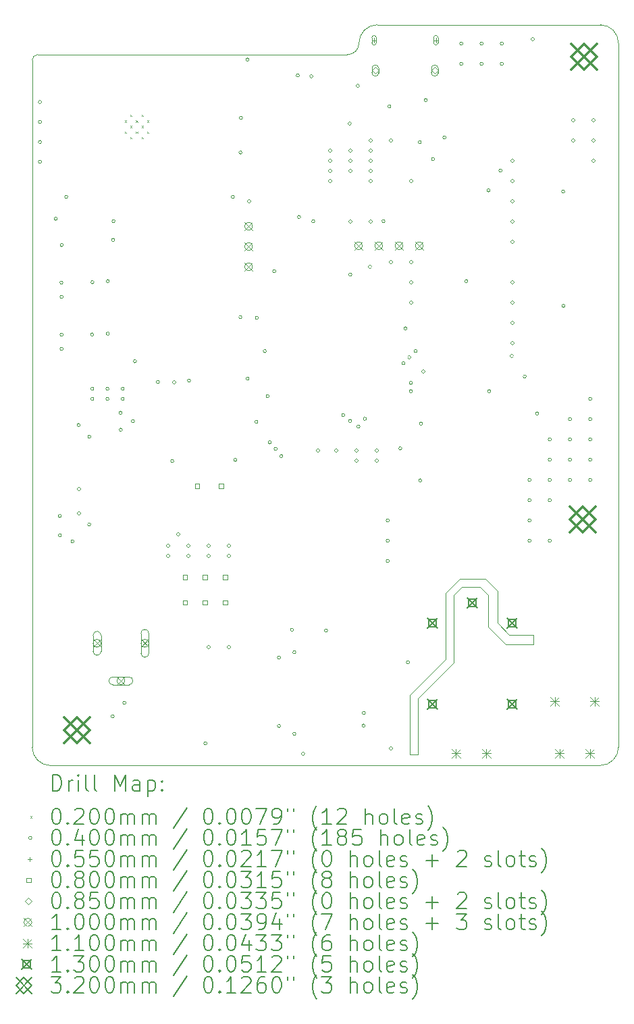
<source format=gbr>
%TF.GenerationSoftware,KiCad,Pcbnew,7.0.10*%
%TF.CreationDate,2024-03-23T12:12:28+07:00*%
%TF.ProjectId,BTL_ESD,42544c5f-4553-4442-9e6b-696361645f70,rev?*%
%TF.SameCoordinates,Original*%
%TF.FileFunction,Drillmap*%
%TF.FilePolarity,Positive*%
%FSLAX45Y45*%
G04 Gerber Fmt 4.5, Leading zero omitted, Abs format (unit mm)*
G04 Created by KiCad (PCBNEW 7.0.10) date 2024-03-23 12:12:28*
%MOMM*%
%LPD*%
G01*
G04 APERTURE LIST*
%ADD10C,0.100000*%
%ADD11C,0.200000*%
%ADD12C,0.110000*%
%ADD13C,0.130000*%
%ADD14C,0.320000*%
G04 APERTURE END LIST*
D10*
X16888460Y-13738857D02*
G75*
G03*
X17116207Y-13511113I0J227747D01*
G01*
X14950000Y-11579000D02*
X14950000Y-12408000D01*
X9766300Y-13511113D02*
X9766300Y-4895000D01*
X14499977Y-12858343D02*
X14499977Y-13600000D01*
X17116207Y-4682073D02*
X17116207Y-13511113D01*
X14600000Y-13600000D02*
X14600000Y-12900000D01*
X17116204Y-4682073D02*
G75*
G03*
X16888460Y-4454326I-227744J3D01*
G01*
X9833000Y-4829000D02*
X13717153Y-4829000D01*
X15050000Y-12450000D02*
X15050000Y-11600000D01*
X15600000Y-11550000D02*
X15450000Y-11400000D01*
X15150000Y-11500000D02*
X15382240Y-11500000D01*
X15382240Y-11500000D02*
X15482240Y-11600000D01*
X15050000Y-11600000D02*
X15150000Y-11500000D01*
X14600026Y-12899974D02*
X15050006Y-12449993D01*
X9766300Y-13511113D02*
G75*
G03*
X9994047Y-13738860I227750J3D01*
G01*
X13716853Y-4829393D02*
G75*
G03*
X13864173Y-4682073I-3J147323D01*
G01*
X14091920Y-4454326D02*
X16888460Y-4454326D01*
X16050000Y-12217760D02*
X16050000Y-12100000D01*
X14500000Y-13600000D02*
X14600000Y-13600000D01*
X14949684Y-12408636D02*
X14499977Y-12858343D01*
X9833088Y-4828996D02*
G75*
G03*
X9766496Y-4895592I2J-66594D01*
G01*
X14091920Y-4454323D02*
G75*
G03*
X13864173Y-4682073I0J-227747D01*
G01*
X15600000Y-11950000D02*
X15600000Y-11550000D01*
X15750000Y-12100000D02*
X15600000Y-11950000D01*
X16050000Y-12100000D02*
X15750000Y-12100000D01*
X15482240Y-12000000D02*
X15700000Y-12217760D01*
X15482240Y-11600000D02*
X15482240Y-12000000D01*
X15450000Y-11400000D02*
X15129000Y-11400000D01*
X15700000Y-12217760D02*
X16050000Y-12217760D01*
X15128948Y-11400055D02*
X14950035Y-11578968D01*
X16888460Y-13738860D02*
X9994900Y-13738860D01*
D11*
D10*
X10926640Y-5652480D02*
X10946640Y-5672480D01*
X10946640Y-5652480D02*
X10926640Y-5672480D01*
X10926640Y-5792480D02*
X10946640Y-5812480D01*
X10946640Y-5792480D02*
X10926640Y-5812480D01*
X10996640Y-5582480D02*
X11016640Y-5602480D01*
X11016640Y-5582480D02*
X10996640Y-5602480D01*
X10996640Y-5722480D02*
X11016640Y-5742480D01*
X11016640Y-5722480D02*
X10996640Y-5742480D01*
X10996640Y-5862480D02*
X11016640Y-5882480D01*
X11016640Y-5862480D02*
X10996640Y-5882480D01*
X11066640Y-5652480D02*
X11086640Y-5672480D01*
X11086640Y-5652480D02*
X11066640Y-5672480D01*
X11066640Y-5792480D02*
X11086640Y-5812480D01*
X11086640Y-5792480D02*
X11066640Y-5812480D01*
X11136640Y-5582480D02*
X11156640Y-5602480D01*
X11156640Y-5582480D02*
X11136640Y-5602480D01*
X11136640Y-5722480D02*
X11156640Y-5742480D01*
X11156640Y-5722480D02*
X11136640Y-5742480D01*
X11136640Y-5862480D02*
X11156640Y-5882480D01*
X11156640Y-5862480D02*
X11136640Y-5882480D01*
X11206640Y-5652480D02*
X11226640Y-5672480D01*
X11226640Y-5652480D02*
X11206640Y-5672480D01*
X11206640Y-5792480D02*
X11226640Y-5812480D01*
X11226640Y-5792480D02*
X11206640Y-5812480D01*
X9883000Y-5423000D02*
G75*
G03*
X9843000Y-5423000I-20000J0D01*
G01*
X9843000Y-5423000D02*
G75*
G03*
X9883000Y-5423000I20000J0D01*
G01*
X9883000Y-5673000D02*
G75*
G03*
X9843000Y-5673000I-20000J0D01*
G01*
X9843000Y-5673000D02*
G75*
G03*
X9883000Y-5673000I20000J0D01*
G01*
X9883000Y-5923000D02*
G75*
G03*
X9843000Y-5923000I-20000J0D01*
G01*
X9843000Y-5923000D02*
G75*
G03*
X9883000Y-5923000I20000J0D01*
G01*
X9883000Y-6173000D02*
G75*
G03*
X9843000Y-6173000I-20000J0D01*
G01*
X9843000Y-6173000D02*
G75*
G03*
X9883000Y-6173000I20000J0D01*
G01*
X10081000Y-6885000D02*
G75*
G03*
X10041000Y-6885000I-20000J0D01*
G01*
X10041000Y-6885000D02*
G75*
G03*
X10081000Y-6885000I20000J0D01*
G01*
X10131740Y-10612120D02*
G75*
G03*
X10091740Y-10612120I-20000J0D01*
G01*
X10091740Y-10612120D02*
G75*
G03*
X10131740Y-10612120I20000J0D01*
G01*
X10131740Y-10853420D02*
G75*
G03*
X10091740Y-10853420I-20000J0D01*
G01*
X10091740Y-10853420D02*
G75*
G03*
X10131740Y-10853420I20000J0D01*
G01*
X10152060Y-7686040D02*
G75*
G03*
X10112060Y-7686040I-20000J0D01*
G01*
X10112060Y-7686040D02*
G75*
G03*
X10152060Y-7686040I20000J0D01*
G01*
X10154600Y-7216140D02*
G75*
G03*
X10114600Y-7216140I-20000J0D01*
G01*
X10114600Y-7216140D02*
G75*
G03*
X10154600Y-7216140I20000J0D01*
G01*
X10154600Y-7863840D02*
G75*
G03*
X10114600Y-7863840I-20000J0D01*
G01*
X10114600Y-7863840D02*
G75*
G03*
X10154600Y-7863840I20000J0D01*
G01*
X10154600Y-8338820D02*
G75*
G03*
X10114600Y-8338820I-20000J0D01*
G01*
X10114600Y-8338820D02*
G75*
G03*
X10154600Y-8338820I20000J0D01*
G01*
X10154600Y-8516620D02*
G75*
G03*
X10114600Y-8516620I-20000J0D01*
G01*
X10114600Y-8516620D02*
G75*
G03*
X10154600Y-8516620I20000J0D01*
G01*
X10212000Y-6611000D02*
G75*
G03*
X10172000Y-6611000I-20000J0D01*
G01*
X10172000Y-6611000D02*
G75*
G03*
X10212000Y-6611000I20000J0D01*
G01*
X10291760Y-10929620D02*
G75*
G03*
X10251760Y-10929620I-20000J0D01*
G01*
X10251760Y-10929620D02*
G75*
G03*
X10291760Y-10929620I20000J0D01*
G01*
X10367960Y-9471660D02*
G75*
G03*
X10327960Y-9471660I-20000J0D01*
G01*
X10327960Y-9471660D02*
G75*
G03*
X10367960Y-9471660I20000J0D01*
G01*
X10373040Y-10274300D02*
G75*
G03*
X10333040Y-10274300I-20000J0D01*
G01*
X10333040Y-10274300D02*
G75*
G03*
X10373040Y-10274300I20000J0D01*
G01*
X10373040Y-10579100D02*
G75*
G03*
X10333040Y-10579100I-20000J0D01*
G01*
X10333040Y-10579100D02*
G75*
G03*
X10373040Y-10579100I20000J0D01*
G01*
X10500040Y-10716260D02*
G75*
G03*
X10460040Y-10716260I-20000J0D01*
G01*
X10460040Y-10716260D02*
G75*
G03*
X10500040Y-10716260I20000J0D01*
G01*
X10502580Y-9616440D02*
G75*
G03*
X10462580Y-9616440I-20000J0D01*
G01*
X10462580Y-9616440D02*
G75*
G03*
X10502580Y-9616440I20000J0D01*
G01*
X10535600Y-8336280D02*
G75*
G03*
X10495600Y-8336280I-20000J0D01*
G01*
X10495600Y-8336280D02*
G75*
G03*
X10535600Y-8336280I20000J0D01*
G01*
X10538140Y-9017000D02*
G75*
G03*
X10498140Y-9017000I-20000J0D01*
G01*
X10498140Y-9017000D02*
G75*
G03*
X10538140Y-9017000I20000J0D01*
G01*
X10538140Y-9144000D02*
G75*
G03*
X10498140Y-9144000I-20000J0D01*
G01*
X10498140Y-9144000D02*
G75*
G03*
X10538140Y-9144000I20000J0D01*
G01*
X10540680Y-7680960D02*
G75*
G03*
X10500680Y-7680960I-20000J0D01*
G01*
X10500680Y-7680960D02*
G75*
G03*
X10540680Y-7680960I20000J0D01*
G01*
X10728640Y-9017000D02*
G75*
G03*
X10688640Y-9017000I-20000J0D01*
G01*
X10688640Y-9017000D02*
G75*
G03*
X10728640Y-9017000I20000J0D01*
G01*
X10728640Y-9144000D02*
G75*
G03*
X10688640Y-9144000I-20000J0D01*
G01*
X10688640Y-9144000D02*
G75*
G03*
X10728640Y-9144000I20000J0D01*
G01*
X10733720Y-7668260D02*
G75*
G03*
X10693720Y-7668260I-20000J0D01*
G01*
X10693720Y-7668260D02*
G75*
G03*
X10733720Y-7668260I20000J0D01*
G01*
X10733720Y-8326120D02*
G75*
G03*
X10693720Y-8326120I-20000J0D01*
G01*
X10693720Y-8326120D02*
G75*
G03*
X10733720Y-8326120I20000J0D01*
G01*
X10794680Y-13121640D02*
G75*
G03*
X10754680Y-13121640I-20000J0D01*
G01*
X10754680Y-13121640D02*
G75*
G03*
X10794680Y-13121640I20000J0D01*
G01*
X10799760Y-7150100D02*
G75*
G03*
X10759760Y-7150100I-20000J0D01*
G01*
X10759760Y-7150100D02*
G75*
G03*
X10799760Y-7150100I20000J0D01*
G01*
X10804840Y-6915000D02*
G75*
G03*
X10764840Y-6915000I-20000J0D01*
G01*
X10764840Y-6915000D02*
G75*
G03*
X10804840Y-6915000I20000J0D01*
G01*
X10893740Y-9319260D02*
G75*
G03*
X10853740Y-9319260I-20000J0D01*
G01*
X10853740Y-9319260D02*
G75*
G03*
X10893740Y-9319260I20000J0D01*
G01*
X10896280Y-9530080D02*
G75*
G03*
X10856280Y-9530080I-20000J0D01*
G01*
X10856280Y-9530080D02*
G75*
G03*
X10896280Y-9530080I20000J0D01*
G01*
X10919140Y-9017000D02*
G75*
G03*
X10879140Y-9017000I-20000J0D01*
G01*
X10879140Y-9017000D02*
G75*
G03*
X10919140Y-9017000I20000J0D01*
G01*
X10919140Y-9144000D02*
G75*
G03*
X10879140Y-9144000I-20000J0D01*
G01*
X10879140Y-9144000D02*
G75*
G03*
X10919140Y-9144000I20000J0D01*
G01*
X10942000Y-12954000D02*
G75*
G03*
X10902000Y-12954000I-20000J0D01*
G01*
X10902000Y-12954000D02*
G75*
G03*
X10942000Y-12954000I20000J0D01*
G01*
X11048680Y-9423400D02*
G75*
G03*
X11008680Y-9423400I-20000J0D01*
G01*
X11008680Y-9423400D02*
G75*
G03*
X11048680Y-9423400I20000J0D01*
G01*
X11074080Y-8671560D02*
G75*
G03*
X11034080Y-8671560I-20000J0D01*
G01*
X11034080Y-8671560D02*
G75*
G03*
X11074080Y-8671560I20000J0D01*
G01*
X11361100Y-8933180D02*
G75*
G03*
X11321100Y-8933180I-20000J0D01*
G01*
X11321100Y-8933180D02*
G75*
G03*
X11361100Y-8933180I20000J0D01*
G01*
X11490640Y-10985500D02*
G75*
G03*
X11450640Y-10985500I-20000J0D01*
G01*
X11450640Y-10985500D02*
G75*
G03*
X11490640Y-10985500I20000J0D01*
G01*
X11490640Y-11112500D02*
G75*
G03*
X11450640Y-11112500I-20000J0D01*
G01*
X11450640Y-11112500D02*
G75*
G03*
X11490640Y-11112500I20000J0D01*
G01*
X11541440Y-9923780D02*
G75*
G03*
X11501440Y-9923780I-20000J0D01*
G01*
X11501440Y-9923780D02*
G75*
G03*
X11541440Y-9923780I20000J0D01*
G01*
X11566840Y-8935720D02*
G75*
G03*
X11526840Y-8935720I-20000J0D01*
G01*
X11526840Y-8935720D02*
G75*
G03*
X11566840Y-8935720I20000J0D01*
G01*
X11617640Y-10840720D02*
G75*
G03*
X11577640Y-10840720I-20000J0D01*
G01*
X11577640Y-10840720D02*
G75*
G03*
X11617640Y-10840720I20000J0D01*
G01*
X11744640Y-10985500D02*
G75*
G03*
X11704640Y-10985500I-20000J0D01*
G01*
X11704640Y-10985500D02*
G75*
G03*
X11744640Y-10985500I20000J0D01*
G01*
X11744640Y-11112500D02*
G75*
G03*
X11704640Y-11112500I-20000J0D01*
G01*
X11704640Y-11112500D02*
G75*
G03*
X11744640Y-11112500I20000J0D01*
G01*
X11752260Y-8912860D02*
G75*
G03*
X11712260Y-8912860I-20000J0D01*
G01*
X11712260Y-8912860D02*
G75*
G03*
X11752260Y-8912860I20000J0D01*
G01*
X11958000Y-13462000D02*
G75*
G03*
X11918000Y-13462000I-20000J0D01*
G01*
X11918000Y-13462000D02*
G75*
G03*
X11958000Y-13462000I20000J0D01*
G01*
X11998640Y-10985500D02*
G75*
G03*
X11958640Y-10985500I-20000J0D01*
G01*
X11958640Y-10985500D02*
G75*
G03*
X11998640Y-10985500I20000J0D01*
G01*
X11998640Y-11112500D02*
G75*
G03*
X11958640Y-11112500I-20000J0D01*
G01*
X11958640Y-11112500D02*
G75*
G03*
X11998640Y-11112500I20000J0D01*
G01*
X11998640Y-12255500D02*
G75*
G03*
X11958640Y-12255500I-20000J0D01*
G01*
X11958640Y-12255500D02*
G75*
G03*
X11998640Y-12255500I20000J0D01*
G01*
X12252640Y-10985500D02*
G75*
G03*
X12212640Y-10985500I-20000J0D01*
G01*
X12212640Y-10985500D02*
G75*
G03*
X12252640Y-10985500I20000J0D01*
G01*
X12252640Y-11112500D02*
G75*
G03*
X12212640Y-11112500I-20000J0D01*
G01*
X12212640Y-11112500D02*
G75*
G03*
X12252640Y-11112500I20000J0D01*
G01*
X12252640Y-12255500D02*
G75*
G03*
X12212640Y-12255500I-20000J0D01*
G01*
X12212640Y-12255500D02*
G75*
G03*
X12252640Y-12255500I20000J0D01*
G01*
X12300900Y-6611480D02*
G75*
G03*
X12260900Y-6611480I-20000J0D01*
G01*
X12260900Y-6611480D02*
G75*
G03*
X12300900Y-6611480I20000J0D01*
G01*
X12333600Y-9908220D02*
G75*
G03*
X12293600Y-9908220I-20000J0D01*
G01*
X12293600Y-9908220D02*
G75*
G03*
X12333600Y-9908220I20000J0D01*
G01*
X12396150Y-8117840D02*
G75*
G03*
X12356150Y-8117840I-20000J0D01*
G01*
X12356150Y-8117840D02*
G75*
G03*
X12396150Y-8117840I20000J0D01*
G01*
X12397420Y-6055360D02*
G75*
G03*
X12357420Y-6055360I-20000J0D01*
G01*
X12357420Y-6055360D02*
G75*
G03*
X12397420Y-6055360I20000J0D01*
G01*
X12402500Y-5621020D02*
G75*
G03*
X12362500Y-5621020I-20000J0D01*
G01*
X12362500Y-5621020D02*
G75*
G03*
X12402500Y-5621020I20000J0D01*
G01*
X12483780Y-4889500D02*
G75*
G03*
X12443780Y-4889500I-20000J0D01*
G01*
X12443780Y-4889500D02*
G75*
G03*
X12483780Y-4889500I20000J0D01*
G01*
X12486320Y-8890000D02*
G75*
G03*
X12446320Y-8890000I-20000J0D01*
G01*
X12446320Y-8890000D02*
G75*
G03*
X12486320Y-8890000I20000J0D01*
G01*
X12506640Y-6667500D02*
G75*
G03*
X12466640Y-6667500I-20000J0D01*
G01*
X12466640Y-6667500D02*
G75*
G03*
X12506640Y-6667500I20000J0D01*
G01*
X12595540Y-9431020D02*
G75*
G03*
X12555540Y-9431020I-20000J0D01*
G01*
X12555540Y-9431020D02*
G75*
G03*
X12595540Y-9431020I20000J0D01*
G01*
X12603160Y-8128000D02*
G75*
G03*
X12563160Y-8128000I-20000J0D01*
G01*
X12563160Y-8128000D02*
G75*
G03*
X12603160Y-8128000I20000J0D01*
G01*
X12702220Y-8544560D02*
G75*
G03*
X12662220Y-8544560I-20000J0D01*
G01*
X12662220Y-8544560D02*
G75*
G03*
X12702220Y-8544560I20000J0D01*
G01*
X12737780Y-9110980D02*
G75*
G03*
X12697780Y-9110980I-20000J0D01*
G01*
X12697780Y-9110980D02*
G75*
G03*
X12737780Y-9110980I20000J0D01*
G01*
X12765100Y-9688017D02*
G75*
G03*
X12725100Y-9688017I-20000J0D01*
G01*
X12725100Y-9688017D02*
G75*
G03*
X12765100Y-9688017I20000J0D01*
G01*
X12821600Y-7543800D02*
G75*
G03*
X12781600Y-7543800I-20000J0D01*
G01*
X12781600Y-7543800D02*
G75*
G03*
X12821600Y-7543800I20000J0D01*
G01*
X12837800Y-9771380D02*
G75*
G03*
X12797800Y-9771380I-20000J0D01*
G01*
X12797800Y-9771380D02*
G75*
G03*
X12837800Y-9771380I20000J0D01*
G01*
X12880020Y-12387580D02*
G75*
G03*
X12840020Y-12387580I-20000J0D01*
G01*
X12840020Y-12387580D02*
G75*
G03*
X12880020Y-12387580I20000J0D01*
G01*
X12880020Y-13243560D02*
G75*
G03*
X12840020Y-13243560I-20000J0D01*
G01*
X12840020Y-13243560D02*
G75*
G03*
X12880020Y-13243560I20000J0D01*
G01*
X12910500Y-9860280D02*
G75*
G03*
X12870500Y-9860280I-20000J0D01*
G01*
X12870500Y-9860280D02*
G75*
G03*
X12910500Y-9860280I20000J0D01*
G01*
X13042580Y-12037250D02*
G75*
G03*
X13002580Y-12037250I-20000J0D01*
G01*
X13002580Y-12037250D02*
G75*
G03*
X13042580Y-12037250I20000J0D01*
G01*
X13073060Y-12319000D02*
G75*
G03*
X13033060Y-12319000I-20000J0D01*
G01*
X13033060Y-12319000D02*
G75*
G03*
X13073060Y-12319000I20000J0D01*
G01*
X13073060Y-13342620D02*
G75*
G03*
X13033060Y-13342620I-20000J0D01*
G01*
X13033060Y-13342620D02*
G75*
G03*
X13073060Y-13342620I20000J0D01*
G01*
X13115987Y-5089200D02*
G75*
G03*
X13075987Y-5089200I-20000J0D01*
G01*
X13075987Y-5089200D02*
G75*
G03*
X13115987Y-5089200I20000J0D01*
G01*
X13131480Y-6863080D02*
G75*
G03*
X13091480Y-6863080I-20000J0D01*
G01*
X13091480Y-6863080D02*
G75*
G03*
X13131480Y-6863080I20000J0D01*
G01*
X13182280Y-13591540D02*
G75*
G03*
X13142280Y-13591540I-20000J0D01*
G01*
X13142280Y-13591540D02*
G75*
G03*
X13182280Y-13591540I20000J0D01*
G01*
X13286420Y-5100320D02*
G75*
G03*
X13246420Y-5100320I-20000J0D01*
G01*
X13246420Y-5100320D02*
G75*
G03*
X13286420Y-5100320I20000J0D01*
G01*
X13310270Y-6917410D02*
G75*
G03*
X13270270Y-6917410I-20000J0D01*
G01*
X13270270Y-6917410D02*
G75*
G03*
X13310270Y-6917410I20000J0D01*
G01*
X13370240Y-9791700D02*
G75*
G03*
X13330240Y-9791700I-20000J0D01*
G01*
X13330240Y-9791700D02*
G75*
G03*
X13370240Y-9791700I20000J0D01*
G01*
X13469300Y-12047220D02*
G75*
G03*
X13429300Y-12047220I-20000J0D01*
G01*
X13429300Y-12047220D02*
G75*
G03*
X13469300Y-12047220I20000J0D01*
G01*
X13522640Y-6032500D02*
G75*
G03*
X13482640Y-6032500I-20000J0D01*
G01*
X13482640Y-6032500D02*
G75*
G03*
X13522640Y-6032500I20000J0D01*
G01*
X13522640Y-6159500D02*
G75*
G03*
X13482640Y-6159500I-20000J0D01*
G01*
X13482640Y-6159500D02*
G75*
G03*
X13522640Y-6159500I20000J0D01*
G01*
X13522640Y-6286500D02*
G75*
G03*
X13482640Y-6286500I-20000J0D01*
G01*
X13482640Y-6286500D02*
G75*
G03*
X13522640Y-6286500I20000J0D01*
G01*
X13522640Y-6413500D02*
G75*
G03*
X13482640Y-6413500I-20000J0D01*
G01*
X13482640Y-6413500D02*
G75*
G03*
X13522640Y-6413500I20000J0D01*
G01*
X13598840Y-9791700D02*
G75*
G03*
X13558840Y-9791700I-20000J0D01*
G01*
X13558840Y-9791700D02*
G75*
G03*
X13598840Y-9791700I20000J0D01*
G01*
X13687079Y-9345960D02*
G75*
G03*
X13647079Y-9345960I-20000J0D01*
G01*
X13647079Y-9345960D02*
G75*
G03*
X13687079Y-9345960I20000J0D01*
G01*
X13766480Y-5692140D02*
G75*
G03*
X13726480Y-5692140I-20000J0D01*
G01*
X13726480Y-5692140D02*
G75*
G03*
X13766480Y-5692140I20000J0D01*
G01*
X13771560Y-9418660D02*
G75*
G03*
X13731560Y-9418660I-20000J0D01*
G01*
X13731560Y-9418660D02*
G75*
G03*
X13771560Y-9418660I20000J0D01*
G01*
X13774100Y-7584440D02*
G75*
G03*
X13734100Y-7584440I-20000J0D01*
G01*
X13734100Y-7584440D02*
G75*
G03*
X13774100Y-7584440I20000J0D01*
G01*
X13776640Y-6032500D02*
G75*
G03*
X13736640Y-6032500I-20000J0D01*
G01*
X13736640Y-6032500D02*
G75*
G03*
X13776640Y-6032500I20000J0D01*
G01*
X13776640Y-6159500D02*
G75*
G03*
X13736640Y-6159500I-20000J0D01*
G01*
X13736640Y-6159500D02*
G75*
G03*
X13776640Y-6159500I20000J0D01*
G01*
X13776640Y-6286500D02*
G75*
G03*
X13736640Y-6286500I-20000J0D01*
G01*
X13736640Y-6286500D02*
G75*
G03*
X13776640Y-6286500I20000J0D01*
G01*
X13776640Y-6921500D02*
G75*
G03*
X13736640Y-6921500I-20000J0D01*
G01*
X13736640Y-6921500D02*
G75*
G03*
X13776640Y-6921500I20000J0D01*
G01*
X13852840Y-9791700D02*
G75*
G03*
X13812840Y-9791700I-20000J0D01*
G01*
X13812840Y-9791700D02*
G75*
G03*
X13852840Y-9791700I20000J0D01*
G01*
X13852840Y-9918700D02*
G75*
G03*
X13812840Y-9918700I-20000J0D01*
G01*
X13812840Y-9918700D02*
G75*
G03*
X13852840Y-9918700I20000J0D01*
G01*
X13868080Y-5219700D02*
G75*
G03*
X13828080Y-5219700I-20000J0D01*
G01*
X13828080Y-5219700D02*
G75*
G03*
X13868080Y-5219700I20000J0D01*
G01*
X13875700Y-9491360D02*
G75*
G03*
X13835700Y-9491360I-20000J0D01*
G01*
X13835700Y-9491360D02*
G75*
G03*
X13875700Y-9491360I20000J0D01*
G01*
X13939200Y-13238480D02*
G75*
G03*
X13899200Y-13238480I-20000J0D01*
G01*
X13899200Y-13238480D02*
G75*
G03*
X13939200Y-13238480I20000J0D01*
G01*
X13944280Y-13081000D02*
G75*
G03*
X13904280Y-13081000I-20000J0D01*
G01*
X13904280Y-13081000D02*
G75*
G03*
X13944280Y-13081000I20000J0D01*
G01*
X13956980Y-9392920D02*
G75*
G03*
X13916980Y-9392920I-20000J0D01*
G01*
X13916980Y-9392920D02*
G75*
G03*
X13956980Y-9392920I20000J0D01*
G01*
X14020480Y-7487920D02*
G75*
G03*
X13980480Y-7487920I-20000J0D01*
G01*
X13980480Y-7487920D02*
G75*
G03*
X14020480Y-7487920I20000J0D01*
G01*
X14030640Y-5905500D02*
G75*
G03*
X13990640Y-5905500I-20000J0D01*
G01*
X13990640Y-5905500D02*
G75*
G03*
X14030640Y-5905500I20000J0D01*
G01*
X14030640Y-6032500D02*
G75*
G03*
X13990640Y-6032500I-20000J0D01*
G01*
X13990640Y-6032500D02*
G75*
G03*
X14030640Y-6032500I20000J0D01*
G01*
X14030640Y-6159500D02*
G75*
G03*
X13990640Y-6159500I-20000J0D01*
G01*
X13990640Y-6159500D02*
G75*
G03*
X14030640Y-6159500I20000J0D01*
G01*
X14030640Y-6286500D02*
G75*
G03*
X13990640Y-6286500I-20000J0D01*
G01*
X13990640Y-6286500D02*
G75*
G03*
X14030640Y-6286500I20000J0D01*
G01*
X14030640Y-6413500D02*
G75*
G03*
X13990640Y-6413500I-20000J0D01*
G01*
X13990640Y-6413500D02*
G75*
G03*
X14030640Y-6413500I20000J0D01*
G01*
X14030640Y-6921500D02*
G75*
G03*
X13990640Y-6921500I-20000J0D01*
G01*
X13990640Y-6921500D02*
G75*
G03*
X14030640Y-6921500I20000J0D01*
G01*
X14106840Y-9791700D02*
G75*
G03*
X14066840Y-9791700I-20000J0D01*
G01*
X14066840Y-9791700D02*
G75*
G03*
X14106840Y-9791700I20000J0D01*
G01*
X14106840Y-9918700D02*
G75*
G03*
X14066840Y-9918700I-20000J0D01*
G01*
X14066840Y-9918700D02*
G75*
G03*
X14106840Y-9918700I20000J0D01*
G01*
X14190660Y-6916420D02*
G75*
G03*
X14150660Y-6916420I-20000J0D01*
G01*
X14150660Y-6916420D02*
G75*
G03*
X14190660Y-6916420I20000J0D01*
G01*
X14244000Y-10668000D02*
G75*
G03*
X14204000Y-10668000I-20000J0D01*
G01*
X14204000Y-10668000D02*
G75*
G03*
X14244000Y-10668000I20000J0D01*
G01*
X14244000Y-10922000D02*
G75*
G03*
X14204000Y-10922000I-20000J0D01*
G01*
X14204000Y-10922000D02*
G75*
G03*
X14244000Y-10922000I20000J0D01*
G01*
X14244000Y-11176000D02*
G75*
G03*
X14204000Y-11176000I-20000J0D01*
G01*
X14204000Y-11176000D02*
G75*
G03*
X14244000Y-11176000I20000J0D01*
G01*
X14264320Y-5476240D02*
G75*
G03*
X14224320Y-5476240I-20000J0D01*
G01*
X14224320Y-5476240D02*
G75*
G03*
X14264320Y-5476240I20000J0D01*
G01*
X14284640Y-5905500D02*
G75*
G03*
X14244640Y-5905500I-20000J0D01*
G01*
X14244640Y-5905500D02*
G75*
G03*
X14284640Y-5905500I20000J0D01*
G01*
X14284640Y-7429500D02*
G75*
G03*
X14244640Y-7429500I-20000J0D01*
G01*
X14244640Y-7429500D02*
G75*
G03*
X14284640Y-7429500I20000J0D01*
G01*
X14284640Y-13525500D02*
G75*
G03*
X14244640Y-13525500I-20000J0D01*
G01*
X14244640Y-13525500D02*
G75*
G03*
X14284640Y-13525500I20000J0D01*
G01*
X14401480Y-9763760D02*
G75*
G03*
X14361480Y-9763760I-20000J0D01*
G01*
X14361480Y-9763760D02*
G75*
G03*
X14401480Y-9763760I20000J0D01*
G01*
X14440668Y-8695788D02*
G75*
G03*
X14400668Y-8695788I-20000J0D01*
G01*
X14400668Y-8695788D02*
G75*
G03*
X14440668Y-8695788I20000J0D01*
G01*
X14467520Y-8260080D02*
G75*
G03*
X14427520Y-8260080I-20000J0D01*
G01*
X14427520Y-8260080D02*
G75*
G03*
X14467520Y-8260080I20000J0D01*
G01*
X14498000Y-12446000D02*
G75*
G03*
X14458000Y-12446000I-20000J0D01*
G01*
X14458000Y-12446000D02*
G75*
G03*
X14498000Y-12446000I20000J0D01*
G01*
X14514468Y-8621988D02*
G75*
G03*
X14474468Y-8621988I-20000J0D01*
G01*
X14474468Y-8621988D02*
G75*
G03*
X14514468Y-8621988I20000J0D01*
G01*
X14533000Y-9047000D02*
G75*
G03*
X14493000Y-9047000I-20000J0D01*
G01*
X14493000Y-9047000D02*
G75*
G03*
X14533000Y-9047000I20000J0D01*
G01*
X14533560Y-8943340D02*
G75*
G03*
X14493560Y-8943340I-20000J0D01*
G01*
X14493560Y-8943340D02*
G75*
G03*
X14533560Y-8943340I20000J0D01*
G01*
X14538640Y-6413500D02*
G75*
G03*
X14498640Y-6413500I-20000J0D01*
G01*
X14498640Y-6413500D02*
G75*
G03*
X14538640Y-6413500I20000J0D01*
G01*
X14538640Y-7429500D02*
G75*
G03*
X14498640Y-7429500I-20000J0D01*
G01*
X14498640Y-7429500D02*
G75*
G03*
X14538640Y-7429500I20000J0D01*
G01*
X14538640Y-7683500D02*
G75*
G03*
X14498640Y-7683500I-20000J0D01*
G01*
X14498640Y-7683500D02*
G75*
G03*
X14538640Y-7683500I20000J0D01*
G01*
X14538640Y-7937500D02*
G75*
G03*
X14498640Y-7937500I-20000J0D01*
G01*
X14498640Y-7937500D02*
G75*
G03*
X14538640Y-7937500I20000J0D01*
G01*
X14593282Y-8543174D02*
G75*
G03*
X14553282Y-8543174I-20000J0D01*
G01*
X14553282Y-8543174D02*
G75*
G03*
X14593282Y-8543174I20000J0D01*
G01*
X14645320Y-5924860D02*
G75*
G03*
X14605320Y-5924860I-20000J0D01*
G01*
X14605320Y-5924860D02*
G75*
G03*
X14645320Y-5924860I20000J0D01*
G01*
X14650400Y-10165080D02*
G75*
G03*
X14610400Y-10165080I-20000J0D01*
G01*
X14610400Y-10165080D02*
G75*
G03*
X14650400Y-10165080I20000J0D01*
G01*
X14660560Y-9453880D02*
G75*
G03*
X14620560Y-9453880I-20000J0D01*
G01*
X14620560Y-9453880D02*
G75*
G03*
X14660560Y-9453880I20000J0D01*
G01*
X14691040Y-8801100D02*
G75*
G03*
X14651040Y-8801100I-20000J0D01*
G01*
X14651040Y-8801100D02*
G75*
G03*
X14691040Y-8801100I20000J0D01*
G01*
X14718980Y-5397500D02*
G75*
G03*
X14678980Y-5397500I-20000J0D01*
G01*
X14678980Y-5397500D02*
G75*
G03*
X14718980Y-5397500I20000J0D01*
G01*
X14812960Y-6136640D02*
G75*
G03*
X14772960Y-6136640I-20000J0D01*
G01*
X14772960Y-6136640D02*
G75*
G03*
X14812960Y-6136640I20000J0D01*
G01*
X14955200Y-5864860D02*
G75*
G03*
X14915200Y-5864860I-20000J0D01*
G01*
X14915200Y-5864860D02*
G75*
G03*
X14955200Y-5864860I20000J0D01*
G01*
X15167000Y-4688840D02*
G75*
G03*
X15127000Y-4688840I-20000J0D01*
G01*
X15127000Y-4688840D02*
G75*
G03*
X15167000Y-4688840I20000J0D01*
G01*
X15167000Y-4942840D02*
G75*
G03*
X15127000Y-4942840I-20000J0D01*
G01*
X15127000Y-4942840D02*
G75*
G03*
X15167000Y-4942840I20000J0D01*
G01*
X15229520Y-7668260D02*
G75*
G03*
X15189520Y-7668260I-20000J0D01*
G01*
X15189520Y-7668260D02*
G75*
G03*
X15229520Y-7668260I20000J0D01*
G01*
X15421000Y-4688840D02*
G75*
G03*
X15381000Y-4688840I-20000J0D01*
G01*
X15381000Y-4688840D02*
G75*
G03*
X15421000Y-4688840I20000J0D01*
G01*
X15421000Y-4942840D02*
G75*
G03*
X15381000Y-4942840I-20000J0D01*
G01*
X15381000Y-4942840D02*
G75*
G03*
X15421000Y-4942840I20000J0D01*
G01*
X15506380Y-6530340D02*
G75*
G03*
X15466380Y-6530340I-20000J0D01*
G01*
X15466380Y-6530340D02*
G75*
G03*
X15506380Y-6530340I20000J0D01*
G01*
X15516540Y-9047480D02*
G75*
G03*
X15476540Y-9047480I-20000J0D01*
G01*
X15476540Y-9047480D02*
G75*
G03*
X15516540Y-9047480I20000J0D01*
G01*
X15658780Y-6281420D02*
G75*
G03*
X15618780Y-6281420I-20000J0D01*
G01*
X15618780Y-6281420D02*
G75*
G03*
X15658780Y-6281420I20000J0D01*
G01*
X15675000Y-4688840D02*
G75*
G03*
X15635000Y-4688840I-20000J0D01*
G01*
X15635000Y-4688840D02*
G75*
G03*
X15675000Y-4688840I20000J0D01*
G01*
X15675000Y-4942840D02*
G75*
G03*
X15635000Y-4942840I-20000J0D01*
G01*
X15635000Y-4942840D02*
G75*
G03*
X15675000Y-4942840I20000J0D01*
G01*
X15798480Y-8605520D02*
G75*
G03*
X15758480Y-8605520I-20000J0D01*
G01*
X15758480Y-8605520D02*
G75*
G03*
X15798480Y-8605520I20000J0D01*
G01*
X15808640Y-6159500D02*
G75*
G03*
X15768640Y-6159500I-20000J0D01*
G01*
X15768640Y-6159500D02*
G75*
G03*
X15808640Y-6159500I20000J0D01*
G01*
X15808640Y-6413500D02*
G75*
G03*
X15768640Y-6413500I-20000J0D01*
G01*
X15768640Y-6413500D02*
G75*
G03*
X15808640Y-6413500I20000J0D01*
G01*
X15808640Y-6667500D02*
G75*
G03*
X15768640Y-6667500I-20000J0D01*
G01*
X15768640Y-6667500D02*
G75*
G03*
X15808640Y-6667500I20000J0D01*
G01*
X15808640Y-6921500D02*
G75*
G03*
X15768640Y-6921500I-20000J0D01*
G01*
X15768640Y-6921500D02*
G75*
G03*
X15808640Y-6921500I20000J0D01*
G01*
X15808640Y-7175500D02*
G75*
G03*
X15768640Y-7175500I-20000J0D01*
G01*
X15768640Y-7175500D02*
G75*
G03*
X15808640Y-7175500I20000J0D01*
G01*
X15808640Y-7683500D02*
G75*
G03*
X15768640Y-7683500I-20000J0D01*
G01*
X15768640Y-7683500D02*
G75*
G03*
X15808640Y-7683500I20000J0D01*
G01*
X15808640Y-7937500D02*
G75*
G03*
X15768640Y-7937500I-20000J0D01*
G01*
X15768640Y-7937500D02*
G75*
G03*
X15808640Y-7937500I20000J0D01*
G01*
X15808640Y-8191500D02*
G75*
G03*
X15768640Y-8191500I-20000J0D01*
G01*
X15768640Y-8191500D02*
G75*
G03*
X15808640Y-8191500I20000J0D01*
G01*
X15808640Y-8445500D02*
G75*
G03*
X15768640Y-8445500I-20000J0D01*
G01*
X15768640Y-8445500D02*
G75*
G03*
X15808640Y-8445500I20000J0D01*
G01*
X15961040Y-8862060D02*
G75*
G03*
X15921040Y-8862060I-20000J0D01*
G01*
X15921040Y-8862060D02*
G75*
G03*
X15961040Y-8862060I20000J0D01*
G01*
X16022000Y-10160000D02*
G75*
G03*
X15982000Y-10160000I-20000J0D01*
G01*
X15982000Y-10160000D02*
G75*
G03*
X16022000Y-10160000I20000J0D01*
G01*
X16022000Y-10414000D02*
G75*
G03*
X15982000Y-10414000I-20000J0D01*
G01*
X15982000Y-10414000D02*
G75*
G03*
X16022000Y-10414000I20000J0D01*
G01*
X16022000Y-10668000D02*
G75*
G03*
X15982000Y-10668000I-20000J0D01*
G01*
X15982000Y-10668000D02*
G75*
G03*
X16022000Y-10668000I20000J0D01*
G01*
X16022000Y-10922000D02*
G75*
G03*
X15982000Y-10922000I-20000J0D01*
G01*
X15982000Y-10922000D02*
G75*
G03*
X16022000Y-10922000I20000J0D01*
G01*
X16062640Y-4635500D02*
G75*
G03*
X16022640Y-4635500I-20000J0D01*
G01*
X16022640Y-4635500D02*
G75*
G03*
X16062640Y-4635500I20000J0D01*
G01*
X16116282Y-9327182D02*
G75*
G03*
X16076282Y-9327182I-20000J0D01*
G01*
X16076282Y-9327182D02*
G75*
G03*
X16116282Y-9327182I20000J0D01*
G01*
X16276000Y-9652000D02*
G75*
G03*
X16236000Y-9652000I-20000J0D01*
G01*
X16236000Y-9652000D02*
G75*
G03*
X16276000Y-9652000I20000J0D01*
G01*
X16276000Y-9906000D02*
G75*
G03*
X16236000Y-9906000I-20000J0D01*
G01*
X16236000Y-9906000D02*
G75*
G03*
X16276000Y-9906000I20000J0D01*
G01*
X16276000Y-10160000D02*
G75*
G03*
X16236000Y-10160000I-20000J0D01*
G01*
X16236000Y-10160000D02*
G75*
G03*
X16276000Y-10160000I20000J0D01*
G01*
X16276000Y-10414000D02*
G75*
G03*
X16236000Y-10414000I-20000J0D01*
G01*
X16236000Y-10414000D02*
G75*
G03*
X16276000Y-10414000I20000J0D01*
G01*
X16276000Y-10922000D02*
G75*
G03*
X16236000Y-10922000I-20000J0D01*
G01*
X16236000Y-10922000D02*
G75*
G03*
X16276000Y-10922000I20000J0D01*
G01*
X16443640Y-6545580D02*
G75*
G03*
X16403640Y-6545580I-20000J0D01*
G01*
X16403640Y-6545580D02*
G75*
G03*
X16443640Y-6545580I20000J0D01*
G01*
X16448720Y-7978140D02*
G75*
G03*
X16408720Y-7978140I-20000J0D01*
G01*
X16408720Y-7978140D02*
G75*
G03*
X16448720Y-7978140I20000J0D01*
G01*
X16530000Y-9398000D02*
G75*
G03*
X16490000Y-9398000I-20000J0D01*
G01*
X16490000Y-9398000D02*
G75*
G03*
X16530000Y-9398000I20000J0D01*
G01*
X16530000Y-9652000D02*
G75*
G03*
X16490000Y-9652000I-20000J0D01*
G01*
X16490000Y-9652000D02*
G75*
G03*
X16530000Y-9652000I20000J0D01*
G01*
X16530000Y-9906000D02*
G75*
G03*
X16490000Y-9906000I-20000J0D01*
G01*
X16490000Y-9906000D02*
G75*
G03*
X16530000Y-9906000I20000J0D01*
G01*
X16530000Y-10160000D02*
G75*
G03*
X16490000Y-10160000I-20000J0D01*
G01*
X16490000Y-10160000D02*
G75*
G03*
X16530000Y-10160000I20000J0D01*
G01*
X16570640Y-5651500D02*
G75*
G03*
X16530640Y-5651500I-20000J0D01*
G01*
X16530640Y-5651500D02*
G75*
G03*
X16570640Y-5651500I20000J0D01*
G01*
X16570640Y-5905500D02*
G75*
G03*
X16530640Y-5905500I-20000J0D01*
G01*
X16530640Y-5905500D02*
G75*
G03*
X16570640Y-5905500I20000J0D01*
G01*
X16784000Y-9144000D02*
G75*
G03*
X16744000Y-9144000I-20000J0D01*
G01*
X16744000Y-9144000D02*
G75*
G03*
X16784000Y-9144000I20000J0D01*
G01*
X16784000Y-9398000D02*
G75*
G03*
X16744000Y-9398000I-20000J0D01*
G01*
X16744000Y-9398000D02*
G75*
G03*
X16784000Y-9398000I20000J0D01*
G01*
X16784000Y-9652000D02*
G75*
G03*
X16744000Y-9652000I-20000J0D01*
G01*
X16744000Y-9652000D02*
G75*
G03*
X16784000Y-9652000I20000J0D01*
G01*
X16784000Y-9906000D02*
G75*
G03*
X16744000Y-9906000I-20000J0D01*
G01*
X16744000Y-9906000D02*
G75*
G03*
X16784000Y-9906000I20000J0D01*
G01*
X16784000Y-10160000D02*
G75*
G03*
X16744000Y-10160000I-20000J0D01*
G01*
X16744000Y-10160000D02*
G75*
G03*
X16784000Y-10160000I20000J0D01*
G01*
X16824640Y-5651500D02*
G75*
G03*
X16784640Y-5651500I-20000J0D01*
G01*
X16784640Y-5651500D02*
G75*
G03*
X16824640Y-5651500I20000J0D01*
G01*
X16824640Y-5905500D02*
G75*
G03*
X16784640Y-5905500I-20000J0D01*
G01*
X16784640Y-5905500D02*
G75*
G03*
X16824640Y-5905500I20000J0D01*
G01*
X16824640Y-6159500D02*
G75*
G03*
X16784640Y-6159500I-20000J0D01*
G01*
X16784640Y-6159500D02*
G75*
G03*
X16824640Y-6159500I20000J0D01*
G01*
X14052900Y-4620580D02*
X14052900Y-4675580D01*
X14025400Y-4648080D02*
X14080400Y-4648080D01*
X14080400Y-4680580D02*
X14080400Y-4615580D01*
X14080400Y-4615580D02*
G75*
G03*
X14025400Y-4615580I-27500J0D01*
G01*
X14025400Y-4615580D02*
X14025400Y-4680580D01*
X14025400Y-4680580D02*
G75*
G03*
X14080400Y-4680580I27500J0D01*
G01*
X14827900Y-4620580D02*
X14827900Y-4675580D01*
X14800400Y-4648080D02*
X14855400Y-4648080D01*
X14855400Y-4680580D02*
X14855400Y-4615580D01*
X14855400Y-4615580D02*
G75*
G03*
X14800400Y-4615580I-27500J0D01*
G01*
X14800400Y-4615580D02*
X14800400Y-4680580D01*
X14800400Y-4680580D02*
G75*
G03*
X14855400Y-4680580I27500J0D01*
G01*
X11711204Y-11404964D02*
X11711204Y-11348395D01*
X11654635Y-11348395D01*
X11654635Y-11404964D01*
X11711204Y-11404964D01*
X11711204Y-11724964D02*
X11711204Y-11668395D01*
X11654635Y-11668395D01*
X11654635Y-11724964D01*
X11711204Y-11724964D01*
X11861334Y-10262425D02*
X11861334Y-10205856D01*
X11804765Y-10205856D01*
X11804765Y-10262425D01*
X11861334Y-10262425D01*
X11961204Y-11404964D02*
X11961204Y-11348395D01*
X11904635Y-11348395D01*
X11904635Y-11404964D01*
X11961204Y-11404964D01*
X11961204Y-11724964D02*
X11961204Y-11668395D01*
X11904635Y-11668395D01*
X11904635Y-11724964D01*
X11961204Y-11724964D01*
X12161334Y-10262425D02*
X12161334Y-10205856D01*
X12104765Y-10205856D01*
X12104765Y-10262425D01*
X12161334Y-10262425D01*
X12211204Y-11404964D02*
X12211204Y-11348395D01*
X12154635Y-11348395D01*
X12154635Y-11404964D01*
X12211204Y-11404964D01*
X12211204Y-11724964D02*
X12211204Y-11668395D01*
X12154635Y-11668395D01*
X12154635Y-11724964D01*
X12211204Y-11724964D01*
X14067900Y-5070580D02*
X14110400Y-5028080D01*
X14067900Y-4985580D01*
X14025400Y-5028080D01*
X14067900Y-5070580D01*
X14110400Y-5055580D02*
X14110400Y-5000580D01*
X14110400Y-5000580D02*
G75*
G03*
X14025400Y-5000580I-42500J0D01*
G01*
X14025400Y-5000580D02*
X14025400Y-5055580D01*
X14025400Y-5055580D02*
G75*
G03*
X14110400Y-5055580I42500J0D01*
G01*
X14812900Y-5070580D02*
X14855400Y-5028080D01*
X14812900Y-4985580D01*
X14770400Y-5028080D01*
X14812900Y-5070580D01*
X14855400Y-5055580D02*
X14855400Y-5000580D01*
X14855400Y-5000580D02*
G75*
G03*
X14770400Y-5000580I-42500J0D01*
G01*
X14770400Y-5000580D02*
X14770400Y-5055580D01*
X14770400Y-5055580D02*
G75*
G03*
X14855400Y-5055580I42500J0D01*
G01*
X10528540Y-12157240D02*
X10628540Y-12257240D01*
X10628540Y-12157240D02*
X10528540Y-12257240D01*
X10628540Y-12207240D02*
G75*
G03*
X10528540Y-12207240I-50000J0D01*
G01*
X10528540Y-12207240D02*
G75*
G03*
X10628540Y-12207240I50000J0D01*
G01*
X10528540Y-12107240D02*
X10528540Y-12307240D01*
X10528540Y-12307240D02*
G75*
G03*
X10628540Y-12307240I50000J0D01*
G01*
X10628540Y-12307240D02*
X10628540Y-12107240D01*
X10628540Y-12107240D02*
G75*
G03*
X10528540Y-12107240I-50000J0D01*
G01*
X10828540Y-12627240D02*
X10928540Y-12727240D01*
X10928540Y-12627240D02*
X10828540Y-12727240D01*
X10928540Y-12677240D02*
G75*
G03*
X10828540Y-12677240I-50000J0D01*
G01*
X10828540Y-12677240D02*
G75*
G03*
X10928540Y-12677240I50000J0D01*
G01*
X10778540Y-12727240D02*
X10978540Y-12727240D01*
X10978540Y-12727240D02*
G75*
G03*
X10978540Y-12627240I0J50000D01*
G01*
X10978540Y-12627240D02*
X10778540Y-12627240D01*
X10778540Y-12627240D02*
G75*
G03*
X10778540Y-12727240I0J-50000D01*
G01*
X11128540Y-12157240D02*
X11228540Y-12257240D01*
X11228540Y-12157240D02*
X11128540Y-12257240D01*
X11228540Y-12207240D02*
G75*
G03*
X11128540Y-12207240I-50000J0D01*
G01*
X11128540Y-12207240D02*
G75*
G03*
X11228540Y-12207240I50000J0D01*
G01*
X11128540Y-12082240D02*
X11128540Y-12332240D01*
X11128540Y-12332240D02*
G75*
G03*
X11228540Y-12332240I50000J0D01*
G01*
X11228540Y-12332240D02*
X11228540Y-12082240D01*
X11228540Y-12082240D02*
G75*
G03*
X11128540Y-12082240I-50000J0D01*
G01*
X12429020Y-6929920D02*
X12529020Y-7029920D01*
X12529020Y-6929920D02*
X12429020Y-7029920D01*
X12529020Y-6979920D02*
G75*
G03*
X12429020Y-6979920I-50000J0D01*
G01*
X12429020Y-6979920D02*
G75*
G03*
X12529020Y-6979920I50000J0D01*
G01*
X12429020Y-7183920D02*
X12529020Y-7283920D01*
X12529020Y-7183920D02*
X12429020Y-7283920D01*
X12529020Y-7233920D02*
G75*
G03*
X12429020Y-7233920I-50000J0D01*
G01*
X12429020Y-7233920D02*
G75*
G03*
X12529020Y-7233920I50000J0D01*
G01*
X12429020Y-7437920D02*
X12529020Y-7537920D01*
X12529020Y-7437920D02*
X12429020Y-7537920D01*
X12529020Y-7487920D02*
G75*
G03*
X12429020Y-7487920I-50000J0D01*
G01*
X12429020Y-7487920D02*
G75*
G03*
X12529020Y-7487920I50000J0D01*
G01*
X13807240Y-7173760D02*
X13907240Y-7273760D01*
X13907240Y-7173760D02*
X13807240Y-7273760D01*
X13907240Y-7223760D02*
G75*
G03*
X13807240Y-7223760I-50000J0D01*
G01*
X13807240Y-7223760D02*
G75*
G03*
X13907240Y-7223760I50000J0D01*
G01*
X14061240Y-7173760D02*
X14161240Y-7273760D01*
X14161240Y-7173760D02*
X14061240Y-7273760D01*
X14161240Y-7223760D02*
G75*
G03*
X14061240Y-7223760I-50000J0D01*
G01*
X14061240Y-7223760D02*
G75*
G03*
X14161240Y-7223760I50000J0D01*
G01*
X14315240Y-7173760D02*
X14415240Y-7273760D01*
X14415240Y-7173760D02*
X14315240Y-7273760D01*
X14415240Y-7223760D02*
G75*
G03*
X14315240Y-7223760I-50000J0D01*
G01*
X14315240Y-7223760D02*
G75*
G03*
X14415240Y-7223760I50000J0D01*
G01*
X14569240Y-7173760D02*
X14669240Y-7273760D01*
X14669240Y-7173760D02*
X14569240Y-7273760D01*
X14669240Y-7223760D02*
G75*
G03*
X14569240Y-7223760I-50000J0D01*
G01*
X14569240Y-7223760D02*
G75*
G03*
X14669240Y-7223760I50000J0D01*
G01*
D12*
X15022496Y-13531494D02*
X15132496Y-13641494D01*
X15132496Y-13531494D02*
X15022496Y-13641494D01*
X15077496Y-13531494D02*
X15077496Y-13641494D01*
X15022496Y-13586494D02*
X15132496Y-13586494D01*
X15403496Y-13531494D02*
X15513496Y-13641494D01*
X15513496Y-13531494D02*
X15403496Y-13641494D01*
X15458496Y-13531494D02*
X15458496Y-13641494D01*
X15403496Y-13586494D02*
X15513496Y-13586494D01*
X16264500Y-12879680D02*
X16374500Y-12989680D01*
X16374500Y-12879680D02*
X16264500Y-12989680D01*
X16319500Y-12879680D02*
X16319500Y-12989680D01*
X16264500Y-12934680D02*
X16374500Y-12934680D01*
X16324008Y-13531494D02*
X16434008Y-13641494D01*
X16434008Y-13531494D02*
X16324008Y-13641494D01*
X16379008Y-13531494D02*
X16379008Y-13641494D01*
X16324008Y-13586494D02*
X16434008Y-13586494D01*
X16705008Y-13531494D02*
X16815008Y-13641494D01*
X16815008Y-13531494D02*
X16705008Y-13641494D01*
X16760008Y-13531494D02*
X16760008Y-13641494D01*
X16705008Y-13586494D02*
X16815008Y-13586494D01*
X16764500Y-12879680D02*
X16874500Y-12989680D01*
X16874500Y-12879680D02*
X16764500Y-12989680D01*
X16819500Y-12879680D02*
X16819500Y-12989680D01*
X16764500Y-12934680D02*
X16874500Y-12934680D01*
D13*
X14718180Y-11887180D02*
X14848180Y-12017180D01*
X14848180Y-11887180D02*
X14718180Y-12017180D01*
X14829142Y-11998142D02*
X14829142Y-11906218D01*
X14737218Y-11906218D01*
X14737218Y-11998142D01*
X14829142Y-11998142D01*
X14718180Y-12907180D02*
X14848180Y-13037180D01*
X14848180Y-12907180D02*
X14718180Y-13037180D01*
X14829142Y-13018142D02*
X14829142Y-12926218D01*
X14737218Y-12926218D01*
X14737218Y-13018142D01*
X14829142Y-13018142D01*
X15218180Y-11637180D02*
X15348180Y-11767180D01*
X15348180Y-11637180D02*
X15218180Y-11767180D01*
X15329142Y-11748142D02*
X15329142Y-11656218D01*
X15237218Y-11656218D01*
X15237218Y-11748142D01*
X15329142Y-11748142D01*
X15718180Y-11887180D02*
X15848180Y-12017180D01*
X15848180Y-11887180D02*
X15718180Y-12017180D01*
X15829142Y-11998142D02*
X15829142Y-11906218D01*
X15737218Y-11906218D01*
X15737218Y-11998142D01*
X15829142Y-11998142D01*
X15718180Y-12907180D02*
X15848180Y-13037180D01*
X15848180Y-12907180D02*
X15718180Y-13037180D01*
X15829142Y-13018142D02*
X15829142Y-12926218D01*
X15737218Y-12926218D01*
X15737218Y-13018142D01*
X15829142Y-13018142D01*
D14*
X10170180Y-13139440D02*
X10490180Y-13459440D01*
X10490180Y-13139440D02*
X10170180Y-13459440D01*
X10330180Y-13459440D02*
X10490180Y-13299440D01*
X10330180Y-13139440D01*
X10170180Y-13299440D01*
X10330180Y-13459440D01*
X16507480Y-10495960D02*
X16827480Y-10815960D01*
X16827480Y-10495960D02*
X16507480Y-10815960D01*
X16667480Y-10815960D02*
X16827480Y-10655960D01*
X16667480Y-10495960D01*
X16507480Y-10655960D01*
X16667480Y-10815960D01*
X16525260Y-4696000D02*
X16845260Y-5016000D01*
X16845260Y-4696000D02*
X16525260Y-5016000D01*
X16685260Y-5016000D02*
X16845260Y-4856000D01*
X16685260Y-4696000D01*
X16525260Y-4856000D01*
X16685260Y-5016000D01*
D11*
X10022077Y-14055344D02*
X10022077Y-13855344D01*
X10022077Y-13855344D02*
X10069696Y-13855344D01*
X10069696Y-13855344D02*
X10098267Y-13864868D01*
X10098267Y-13864868D02*
X10117315Y-13883915D01*
X10117315Y-13883915D02*
X10126839Y-13902963D01*
X10126839Y-13902963D02*
X10136363Y-13941058D01*
X10136363Y-13941058D02*
X10136363Y-13969629D01*
X10136363Y-13969629D02*
X10126839Y-14007725D01*
X10126839Y-14007725D02*
X10117315Y-14026772D01*
X10117315Y-14026772D02*
X10098267Y-14045820D01*
X10098267Y-14045820D02*
X10069696Y-14055344D01*
X10069696Y-14055344D02*
X10022077Y-14055344D01*
X10222077Y-14055344D02*
X10222077Y-13922010D01*
X10222077Y-13960106D02*
X10231601Y-13941058D01*
X10231601Y-13941058D02*
X10241124Y-13931534D01*
X10241124Y-13931534D02*
X10260172Y-13922010D01*
X10260172Y-13922010D02*
X10279220Y-13922010D01*
X10345886Y-14055344D02*
X10345886Y-13922010D01*
X10345886Y-13855344D02*
X10336363Y-13864868D01*
X10336363Y-13864868D02*
X10345886Y-13874391D01*
X10345886Y-13874391D02*
X10355410Y-13864868D01*
X10355410Y-13864868D02*
X10345886Y-13855344D01*
X10345886Y-13855344D02*
X10345886Y-13874391D01*
X10469696Y-14055344D02*
X10450648Y-14045820D01*
X10450648Y-14045820D02*
X10441124Y-14026772D01*
X10441124Y-14026772D02*
X10441124Y-13855344D01*
X10574458Y-14055344D02*
X10555410Y-14045820D01*
X10555410Y-14045820D02*
X10545886Y-14026772D01*
X10545886Y-14026772D02*
X10545886Y-13855344D01*
X10803029Y-14055344D02*
X10803029Y-13855344D01*
X10803029Y-13855344D02*
X10869696Y-13998201D01*
X10869696Y-13998201D02*
X10936363Y-13855344D01*
X10936363Y-13855344D02*
X10936363Y-14055344D01*
X11117315Y-14055344D02*
X11117315Y-13950582D01*
X11117315Y-13950582D02*
X11107791Y-13931534D01*
X11107791Y-13931534D02*
X11088744Y-13922010D01*
X11088744Y-13922010D02*
X11050648Y-13922010D01*
X11050648Y-13922010D02*
X11031601Y-13931534D01*
X11117315Y-14045820D02*
X11098267Y-14055344D01*
X11098267Y-14055344D02*
X11050648Y-14055344D01*
X11050648Y-14055344D02*
X11031601Y-14045820D01*
X11031601Y-14045820D02*
X11022077Y-14026772D01*
X11022077Y-14026772D02*
X11022077Y-14007725D01*
X11022077Y-14007725D02*
X11031601Y-13988677D01*
X11031601Y-13988677D02*
X11050648Y-13979153D01*
X11050648Y-13979153D02*
X11098267Y-13979153D01*
X11098267Y-13979153D02*
X11117315Y-13969629D01*
X11212553Y-13922010D02*
X11212553Y-14122010D01*
X11212553Y-13931534D02*
X11231601Y-13922010D01*
X11231601Y-13922010D02*
X11269696Y-13922010D01*
X11269696Y-13922010D02*
X11288743Y-13931534D01*
X11288743Y-13931534D02*
X11298267Y-13941058D01*
X11298267Y-13941058D02*
X11307791Y-13960106D01*
X11307791Y-13960106D02*
X11307791Y-14017248D01*
X11307791Y-14017248D02*
X11298267Y-14036296D01*
X11298267Y-14036296D02*
X11288743Y-14045820D01*
X11288743Y-14045820D02*
X11269696Y-14055344D01*
X11269696Y-14055344D02*
X11231601Y-14055344D01*
X11231601Y-14055344D02*
X11212553Y-14045820D01*
X11393505Y-14036296D02*
X11403029Y-14045820D01*
X11403029Y-14045820D02*
X11393505Y-14055344D01*
X11393505Y-14055344D02*
X11383982Y-14045820D01*
X11383982Y-14045820D02*
X11393505Y-14036296D01*
X11393505Y-14036296D02*
X11393505Y-14055344D01*
X11393505Y-13931534D02*
X11403029Y-13941058D01*
X11403029Y-13941058D02*
X11393505Y-13950582D01*
X11393505Y-13950582D02*
X11383982Y-13941058D01*
X11383982Y-13941058D02*
X11393505Y-13931534D01*
X11393505Y-13931534D02*
X11393505Y-13950582D01*
D10*
X9741300Y-14373860D02*
X9761300Y-14393860D01*
X9761300Y-14373860D02*
X9741300Y-14393860D01*
D11*
X10060172Y-14275344D02*
X10079220Y-14275344D01*
X10079220Y-14275344D02*
X10098267Y-14284868D01*
X10098267Y-14284868D02*
X10107791Y-14294391D01*
X10107791Y-14294391D02*
X10117315Y-14313439D01*
X10117315Y-14313439D02*
X10126839Y-14351534D01*
X10126839Y-14351534D02*
X10126839Y-14399153D01*
X10126839Y-14399153D02*
X10117315Y-14437248D01*
X10117315Y-14437248D02*
X10107791Y-14456296D01*
X10107791Y-14456296D02*
X10098267Y-14465820D01*
X10098267Y-14465820D02*
X10079220Y-14475344D01*
X10079220Y-14475344D02*
X10060172Y-14475344D01*
X10060172Y-14475344D02*
X10041124Y-14465820D01*
X10041124Y-14465820D02*
X10031601Y-14456296D01*
X10031601Y-14456296D02*
X10022077Y-14437248D01*
X10022077Y-14437248D02*
X10012553Y-14399153D01*
X10012553Y-14399153D02*
X10012553Y-14351534D01*
X10012553Y-14351534D02*
X10022077Y-14313439D01*
X10022077Y-14313439D02*
X10031601Y-14294391D01*
X10031601Y-14294391D02*
X10041124Y-14284868D01*
X10041124Y-14284868D02*
X10060172Y-14275344D01*
X10212553Y-14456296D02*
X10222077Y-14465820D01*
X10222077Y-14465820D02*
X10212553Y-14475344D01*
X10212553Y-14475344D02*
X10203029Y-14465820D01*
X10203029Y-14465820D02*
X10212553Y-14456296D01*
X10212553Y-14456296D02*
X10212553Y-14475344D01*
X10298267Y-14294391D02*
X10307791Y-14284868D01*
X10307791Y-14284868D02*
X10326839Y-14275344D01*
X10326839Y-14275344D02*
X10374458Y-14275344D01*
X10374458Y-14275344D02*
X10393505Y-14284868D01*
X10393505Y-14284868D02*
X10403029Y-14294391D01*
X10403029Y-14294391D02*
X10412553Y-14313439D01*
X10412553Y-14313439D02*
X10412553Y-14332487D01*
X10412553Y-14332487D02*
X10403029Y-14361058D01*
X10403029Y-14361058D02*
X10288744Y-14475344D01*
X10288744Y-14475344D02*
X10412553Y-14475344D01*
X10536363Y-14275344D02*
X10555410Y-14275344D01*
X10555410Y-14275344D02*
X10574458Y-14284868D01*
X10574458Y-14284868D02*
X10583982Y-14294391D01*
X10583982Y-14294391D02*
X10593505Y-14313439D01*
X10593505Y-14313439D02*
X10603029Y-14351534D01*
X10603029Y-14351534D02*
X10603029Y-14399153D01*
X10603029Y-14399153D02*
X10593505Y-14437248D01*
X10593505Y-14437248D02*
X10583982Y-14456296D01*
X10583982Y-14456296D02*
X10574458Y-14465820D01*
X10574458Y-14465820D02*
X10555410Y-14475344D01*
X10555410Y-14475344D02*
X10536363Y-14475344D01*
X10536363Y-14475344D02*
X10517315Y-14465820D01*
X10517315Y-14465820D02*
X10507791Y-14456296D01*
X10507791Y-14456296D02*
X10498267Y-14437248D01*
X10498267Y-14437248D02*
X10488744Y-14399153D01*
X10488744Y-14399153D02*
X10488744Y-14351534D01*
X10488744Y-14351534D02*
X10498267Y-14313439D01*
X10498267Y-14313439D02*
X10507791Y-14294391D01*
X10507791Y-14294391D02*
X10517315Y-14284868D01*
X10517315Y-14284868D02*
X10536363Y-14275344D01*
X10726839Y-14275344D02*
X10745886Y-14275344D01*
X10745886Y-14275344D02*
X10764934Y-14284868D01*
X10764934Y-14284868D02*
X10774458Y-14294391D01*
X10774458Y-14294391D02*
X10783982Y-14313439D01*
X10783982Y-14313439D02*
X10793505Y-14351534D01*
X10793505Y-14351534D02*
X10793505Y-14399153D01*
X10793505Y-14399153D02*
X10783982Y-14437248D01*
X10783982Y-14437248D02*
X10774458Y-14456296D01*
X10774458Y-14456296D02*
X10764934Y-14465820D01*
X10764934Y-14465820D02*
X10745886Y-14475344D01*
X10745886Y-14475344D02*
X10726839Y-14475344D01*
X10726839Y-14475344D02*
X10707791Y-14465820D01*
X10707791Y-14465820D02*
X10698267Y-14456296D01*
X10698267Y-14456296D02*
X10688744Y-14437248D01*
X10688744Y-14437248D02*
X10679220Y-14399153D01*
X10679220Y-14399153D02*
X10679220Y-14351534D01*
X10679220Y-14351534D02*
X10688744Y-14313439D01*
X10688744Y-14313439D02*
X10698267Y-14294391D01*
X10698267Y-14294391D02*
X10707791Y-14284868D01*
X10707791Y-14284868D02*
X10726839Y-14275344D01*
X10879220Y-14475344D02*
X10879220Y-14342010D01*
X10879220Y-14361058D02*
X10888744Y-14351534D01*
X10888744Y-14351534D02*
X10907791Y-14342010D01*
X10907791Y-14342010D02*
X10936363Y-14342010D01*
X10936363Y-14342010D02*
X10955410Y-14351534D01*
X10955410Y-14351534D02*
X10964934Y-14370582D01*
X10964934Y-14370582D02*
X10964934Y-14475344D01*
X10964934Y-14370582D02*
X10974458Y-14351534D01*
X10974458Y-14351534D02*
X10993505Y-14342010D01*
X10993505Y-14342010D02*
X11022077Y-14342010D01*
X11022077Y-14342010D02*
X11041125Y-14351534D01*
X11041125Y-14351534D02*
X11050648Y-14370582D01*
X11050648Y-14370582D02*
X11050648Y-14475344D01*
X11145886Y-14475344D02*
X11145886Y-14342010D01*
X11145886Y-14361058D02*
X11155410Y-14351534D01*
X11155410Y-14351534D02*
X11174458Y-14342010D01*
X11174458Y-14342010D02*
X11203029Y-14342010D01*
X11203029Y-14342010D02*
X11222077Y-14351534D01*
X11222077Y-14351534D02*
X11231601Y-14370582D01*
X11231601Y-14370582D02*
X11231601Y-14475344D01*
X11231601Y-14370582D02*
X11241124Y-14351534D01*
X11241124Y-14351534D02*
X11260172Y-14342010D01*
X11260172Y-14342010D02*
X11288743Y-14342010D01*
X11288743Y-14342010D02*
X11307791Y-14351534D01*
X11307791Y-14351534D02*
X11317315Y-14370582D01*
X11317315Y-14370582D02*
X11317315Y-14475344D01*
X11707791Y-14265820D02*
X11536363Y-14522963D01*
X11964934Y-14275344D02*
X11983982Y-14275344D01*
X11983982Y-14275344D02*
X12003029Y-14284868D01*
X12003029Y-14284868D02*
X12012553Y-14294391D01*
X12012553Y-14294391D02*
X12022077Y-14313439D01*
X12022077Y-14313439D02*
X12031601Y-14351534D01*
X12031601Y-14351534D02*
X12031601Y-14399153D01*
X12031601Y-14399153D02*
X12022077Y-14437248D01*
X12022077Y-14437248D02*
X12012553Y-14456296D01*
X12012553Y-14456296D02*
X12003029Y-14465820D01*
X12003029Y-14465820D02*
X11983982Y-14475344D01*
X11983982Y-14475344D02*
X11964934Y-14475344D01*
X11964934Y-14475344D02*
X11945886Y-14465820D01*
X11945886Y-14465820D02*
X11936363Y-14456296D01*
X11936363Y-14456296D02*
X11926839Y-14437248D01*
X11926839Y-14437248D02*
X11917315Y-14399153D01*
X11917315Y-14399153D02*
X11917315Y-14351534D01*
X11917315Y-14351534D02*
X11926839Y-14313439D01*
X11926839Y-14313439D02*
X11936363Y-14294391D01*
X11936363Y-14294391D02*
X11945886Y-14284868D01*
X11945886Y-14284868D02*
X11964934Y-14275344D01*
X12117315Y-14456296D02*
X12126839Y-14465820D01*
X12126839Y-14465820D02*
X12117315Y-14475344D01*
X12117315Y-14475344D02*
X12107791Y-14465820D01*
X12107791Y-14465820D02*
X12117315Y-14456296D01*
X12117315Y-14456296D02*
X12117315Y-14475344D01*
X12250648Y-14275344D02*
X12269696Y-14275344D01*
X12269696Y-14275344D02*
X12288744Y-14284868D01*
X12288744Y-14284868D02*
X12298267Y-14294391D01*
X12298267Y-14294391D02*
X12307791Y-14313439D01*
X12307791Y-14313439D02*
X12317315Y-14351534D01*
X12317315Y-14351534D02*
X12317315Y-14399153D01*
X12317315Y-14399153D02*
X12307791Y-14437248D01*
X12307791Y-14437248D02*
X12298267Y-14456296D01*
X12298267Y-14456296D02*
X12288744Y-14465820D01*
X12288744Y-14465820D02*
X12269696Y-14475344D01*
X12269696Y-14475344D02*
X12250648Y-14475344D01*
X12250648Y-14475344D02*
X12231601Y-14465820D01*
X12231601Y-14465820D02*
X12222077Y-14456296D01*
X12222077Y-14456296D02*
X12212553Y-14437248D01*
X12212553Y-14437248D02*
X12203029Y-14399153D01*
X12203029Y-14399153D02*
X12203029Y-14351534D01*
X12203029Y-14351534D02*
X12212553Y-14313439D01*
X12212553Y-14313439D02*
X12222077Y-14294391D01*
X12222077Y-14294391D02*
X12231601Y-14284868D01*
X12231601Y-14284868D02*
X12250648Y-14275344D01*
X12441125Y-14275344D02*
X12460172Y-14275344D01*
X12460172Y-14275344D02*
X12479220Y-14284868D01*
X12479220Y-14284868D02*
X12488744Y-14294391D01*
X12488744Y-14294391D02*
X12498267Y-14313439D01*
X12498267Y-14313439D02*
X12507791Y-14351534D01*
X12507791Y-14351534D02*
X12507791Y-14399153D01*
X12507791Y-14399153D02*
X12498267Y-14437248D01*
X12498267Y-14437248D02*
X12488744Y-14456296D01*
X12488744Y-14456296D02*
X12479220Y-14465820D01*
X12479220Y-14465820D02*
X12460172Y-14475344D01*
X12460172Y-14475344D02*
X12441125Y-14475344D01*
X12441125Y-14475344D02*
X12422077Y-14465820D01*
X12422077Y-14465820D02*
X12412553Y-14456296D01*
X12412553Y-14456296D02*
X12403029Y-14437248D01*
X12403029Y-14437248D02*
X12393506Y-14399153D01*
X12393506Y-14399153D02*
X12393506Y-14351534D01*
X12393506Y-14351534D02*
X12403029Y-14313439D01*
X12403029Y-14313439D02*
X12412553Y-14294391D01*
X12412553Y-14294391D02*
X12422077Y-14284868D01*
X12422077Y-14284868D02*
X12441125Y-14275344D01*
X12574458Y-14275344D02*
X12707791Y-14275344D01*
X12707791Y-14275344D02*
X12622077Y-14475344D01*
X12793506Y-14475344D02*
X12831601Y-14475344D01*
X12831601Y-14475344D02*
X12850648Y-14465820D01*
X12850648Y-14465820D02*
X12860172Y-14456296D01*
X12860172Y-14456296D02*
X12879220Y-14427725D01*
X12879220Y-14427725D02*
X12888744Y-14389629D01*
X12888744Y-14389629D02*
X12888744Y-14313439D01*
X12888744Y-14313439D02*
X12879220Y-14294391D01*
X12879220Y-14294391D02*
X12869696Y-14284868D01*
X12869696Y-14284868D02*
X12850648Y-14275344D01*
X12850648Y-14275344D02*
X12812553Y-14275344D01*
X12812553Y-14275344D02*
X12793506Y-14284868D01*
X12793506Y-14284868D02*
X12783982Y-14294391D01*
X12783982Y-14294391D02*
X12774458Y-14313439D01*
X12774458Y-14313439D02*
X12774458Y-14361058D01*
X12774458Y-14361058D02*
X12783982Y-14380106D01*
X12783982Y-14380106D02*
X12793506Y-14389629D01*
X12793506Y-14389629D02*
X12812553Y-14399153D01*
X12812553Y-14399153D02*
X12850648Y-14399153D01*
X12850648Y-14399153D02*
X12869696Y-14389629D01*
X12869696Y-14389629D02*
X12879220Y-14380106D01*
X12879220Y-14380106D02*
X12888744Y-14361058D01*
X12964934Y-14275344D02*
X12964934Y-14313439D01*
X13041125Y-14275344D02*
X13041125Y-14313439D01*
X13336363Y-14551534D02*
X13326839Y-14542010D01*
X13326839Y-14542010D02*
X13307791Y-14513439D01*
X13307791Y-14513439D02*
X13298268Y-14494391D01*
X13298268Y-14494391D02*
X13288744Y-14465820D01*
X13288744Y-14465820D02*
X13279220Y-14418201D01*
X13279220Y-14418201D02*
X13279220Y-14380106D01*
X13279220Y-14380106D02*
X13288744Y-14332487D01*
X13288744Y-14332487D02*
X13298268Y-14303915D01*
X13298268Y-14303915D02*
X13307791Y-14284868D01*
X13307791Y-14284868D02*
X13326839Y-14256296D01*
X13326839Y-14256296D02*
X13336363Y-14246772D01*
X13517315Y-14475344D02*
X13403029Y-14475344D01*
X13460172Y-14475344D02*
X13460172Y-14275344D01*
X13460172Y-14275344D02*
X13441125Y-14303915D01*
X13441125Y-14303915D02*
X13422077Y-14322963D01*
X13422077Y-14322963D02*
X13403029Y-14332487D01*
X13593506Y-14294391D02*
X13603029Y-14284868D01*
X13603029Y-14284868D02*
X13622077Y-14275344D01*
X13622077Y-14275344D02*
X13669696Y-14275344D01*
X13669696Y-14275344D02*
X13688744Y-14284868D01*
X13688744Y-14284868D02*
X13698268Y-14294391D01*
X13698268Y-14294391D02*
X13707791Y-14313439D01*
X13707791Y-14313439D02*
X13707791Y-14332487D01*
X13707791Y-14332487D02*
X13698268Y-14361058D01*
X13698268Y-14361058D02*
X13583982Y-14475344D01*
X13583982Y-14475344D02*
X13707791Y-14475344D01*
X13945887Y-14475344D02*
X13945887Y-14275344D01*
X14031601Y-14475344D02*
X14031601Y-14370582D01*
X14031601Y-14370582D02*
X14022077Y-14351534D01*
X14022077Y-14351534D02*
X14003030Y-14342010D01*
X14003030Y-14342010D02*
X13974458Y-14342010D01*
X13974458Y-14342010D02*
X13955410Y-14351534D01*
X13955410Y-14351534D02*
X13945887Y-14361058D01*
X14155410Y-14475344D02*
X14136363Y-14465820D01*
X14136363Y-14465820D02*
X14126839Y-14456296D01*
X14126839Y-14456296D02*
X14117315Y-14437248D01*
X14117315Y-14437248D02*
X14117315Y-14380106D01*
X14117315Y-14380106D02*
X14126839Y-14361058D01*
X14126839Y-14361058D02*
X14136363Y-14351534D01*
X14136363Y-14351534D02*
X14155410Y-14342010D01*
X14155410Y-14342010D02*
X14183982Y-14342010D01*
X14183982Y-14342010D02*
X14203030Y-14351534D01*
X14203030Y-14351534D02*
X14212553Y-14361058D01*
X14212553Y-14361058D02*
X14222077Y-14380106D01*
X14222077Y-14380106D02*
X14222077Y-14437248D01*
X14222077Y-14437248D02*
X14212553Y-14456296D01*
X14212553Y-14456296D02*
X14203030Y-14465820D01*
X14203030Y-14465820D02*
X14183982Y-14475344D01*
X14183982Y-14475344D02*
X14155410Y-14475344D01*
X14336363Y-14475344D02*
X14317315Y-14465820D01*
X14317315Y-14465820D02*
X14307791Y-14446772D01*
X14307791Y-14446772D02*
X14307791Y-14275344D01*
X14488744Y-14465820D02*
X14469696Y-14475344D01*
X14469696Y-14475344D02*
X14431601Y-14475344D01*
X14431601Y-14475344D02*
X14412553Y-14465820D01*
X14412553Y-14465820D02*
X14403030Y-14446772D01*
X14403030Y-14446772D02*
X14403030Y-14370582D01*
X14403030Y-14370582D02*
X14412553Y-14351534D01*
X14412553Y-14351534D02*
X14431601Y-14342010D01*
X14431601Y-14342010D02*
X14469696Y-14342010D01*
X14469696Y-14342010D02*
X14488744Y-14351534D01*
X14488744Y-14351534D02*
X14498268Y-14370582D01*
X14498268Y-14370582D02*
X14498268Y-14389629D01*
X14498268Y-14389629D02*
X14403030Y-14408677D01*
X14574458Y-14465820D02*
X14593506Y-14475344D01*
X14593506Y-14475344D02*
X14631601Y-14475344D01*
X14631601Y-14475344D02*
X14650649Y-14465820D01*
X14650649Y-14465820D02*
X14660172Y-14446772D01*
X14660172Y-14446772D02*
X14660172Y-14437248D01*
X14660172Y-14437248D02*
X14650649Y-14418201D01*
X14650649Y-14418201D02*
X14631601Y-14408677D01*
X14631601Y-14408677D02*
X14603030Y-14408677D01*
X14603030Y-14408677D02*
X14583982Y-14399153D01*
X14583982Y-14399153D02*
X14574458Y-14380106D01*
X14574458Y-14380106D02*
X14574458Y-14370582D01*
X14574458Y-14370582D02*
X14583982Y-14351534D01*
X14583982Y-14351534D02*
X14603030Y-14342010D01*
X14603030Y-14342010D02*
X14631601Y-14342010D01*
X14631601Y-14342010D02*
X14650649Y-14351534D01*
X14726839Y-14551534D02*
X14736363Y-14542010D01*
X14736363Y-14542010D02*
X14755411Y-14513439D01*
X14755411Y-14513439D02*
X14764934Y-14494391D01*
X14764934Y-14494391D02*
X14774458Y-14465820D01*
X14774458Y-14465820D02*
X14783982Y-14418201D01*
X14783982Y-14418201D02*
X14783982Y-14380106D01*
X14783982Y-14380106D02*
X14774458Y-14332487D01*
X14774458Y-14332487D02*
X14764934Y-14303915D01*
X14764934Y-14303915D02*
X14755411Y-14284868D01*
X14755411Y-14284868D02*
X14736363Y-14256296D01*
X14736363Y-14256296D02*
X14726839Y-14246772D01*
D10*
X9761300Y-14647860D02*
G75*
G03*
X9721300Y-14647860I-20000J0D01*
G01*
X9721300Y-14647860D02*
G75*
G03*
X9761300Y-14647860I20000J0D01*
G01*
D11*
X10060172Y-14539344D02*
X10079220Y-14539344D01*
X10079220Y-14539344D02*
X10098267Y-14548868D01*
X10098267Y-14548868D02*
X10107791Y-14558391D01*
X10107791Y-14558391D02*
X10117315Y-14577439D01*
X10117315Y-14577439D02*
X10126839Y-14615534D01*
X10126839Y-14615534D02*
X10126839Y-14663153D01*
X10126839Y-14663153D02*
X10117315Y-14701248D01*
X10117315Y-14701248D02*
X10107791Y-14720296D01*
X10107791Y-14720296D02*
X10098267Y-14729820D01*
X10098267Y-14729820D02*
X10079220Y-14739344D01*
X10079220Y-14739344D02*
X10060172Y-14739344D01*
X10060172Y-14739344D02*
X10041124Y-14729820D01*
X10041124Y-14729820D02*
X10031601Y-14720296D01*
X10031601Y-14720296D02*
X10022077Y-14701248D01*
X10022077Y-14701248D02*
X10012553Y-14663153D01*
X10012553Y-14663153D02*
X10012553Y-14615534D01*
X10012553Y-14615534D02*
X10022077Y-14577439D01*
X10022077Y-14577439D02*
X10031601Y-14558391D01*
X10031601Y-14558391D02*
X10041124Y-14548868D01*
X10041124Y-14548868D02*
X10060172Y-14539344D01*
X10212553Y-14720296D02*
X10222077Y-14729820D01*
X10222077Y-14729820D02*
X10212553Y-14739344D01*
X10212553Y-14739344D02*
X10203029Y-14729820D01*
X10203029Y-14729820D02*
X10212553Y-14720296D01*
X10212553Y-14720296D02*
X10212553Y-14739344D01*
X10393505Y-14606010D02*
X10393505Y-14739344D01*
X10345886Y-14529820D02*
X10298267Y-14672677D01*
X10298267Y-14672677D02*
X10422077Y-14672677D01*
X10536363Y-14539344D02*
X10555410Y-14539344D01*
X10555410Y-14539344D02*
X10574458Y-14548868D01*
X10574458Y-14548868D02*
X10583982Y-14558391D01*
X10583982Y-14558391D02*
X10593505Y-14577439D01*
X10593505Y-14577439D02*
X10603029Y-14615534D01*
X10603029Y-14615534D02*
X10603029Y-14663153D01*
X10603029Y-14663153D02*
X10593505Y-14701248D01*
X10593505Y-14701248D02*
X10583982Y-14720296D01*
X10583982Y-14720296D02*
X10574458Y-14729820D01*
X10574458Y-14729820D02*
X10555410Y-14739344D01*
X10555410Y-14739344D02*
X10536363Y-14739344D01*
X10536363Y-14739344D02*
X10517315Y-14729820D01*
X10517315Y-14729820D02*
X10507791Y-14720296D01*
X10507791Y-14720296D02*
X10498267Y-14701248D01*
X10498267Y-14701248D02*
X10488744Y-14663153D01*
X10488744Y-14663153D02*
X10488744Y-14615534D01*
X10488744Y-14615534D02*
X10498267Y-14577439D01*
X10498267Y-14577439D02*
X10507791Y-14558391D01*
X10507791Y-14558391D02*
X10517315Y-14548868D01*
X10517315Y-14548868D02*
X10536363Y-14539344D01*
X10726839Y-14539344D02*
X10745886Y-14539344D01*
X10745886Y-14539344D02*
X10764934Y-14548868D01*
X10764934Y-14548868D02*
X10774458Y-14558391D01*
X10774458Y-14558391D02*
X10783982Y-14577439D01*
X10783982Y-14577439D02*
X10793505Y-14615534D01*
X10793505Y-14615534D02*
X10793505Y-14663153D01*
X10793505Y-14663153D02*
X10783982Y-14701248D01*
X10783982Y-14701248D02*
X10774458Y-14720296D01*
X10774458Y-14720296D02*
X10764934Y-14729820D01*
X10764934Y-14729820D02*
X10745886Y-14739344D01*
X10745886Y-14739344D02*
X10726839Y-14739344D01*
X10726839Y-14739344D02*
X10707791Y-14729820D01*
X10707791Y-14729820D02*
X10698267Y-14720296D01*
X10698267Y-14720296D02*
X10688744Y-14701248D01*
X10688744Y-14701248D02*
X10679220Y-14663153D01*
X10679220Y-14663153D02*
X10679220Y-14615534D01*
X10679220Y-14615534D02*
X10688744Y-14577439D01*
X10688744Y-14577439D02*
X10698267Y-14558391D01*
X10698267Y-14558391D02*
X10707791Y-14548868D01*
X10707791Y-14548868D02*
X10726839Y-14539344D01*
X10879220Y-14739344D02*
X10879220Y-14606010D01*
X10879220Y-14625058D02*
X10888744Y-14615534D01*
X10888744Y-14615534D02*
X10907791Y-14606010D01*
X10907791Y-14606010D02*
X10936363Y-14606010D01*
X10936363Y-14606010D02*
X10955410Y-14615534D01*
X10955410Y-14615534D02*
X10964934Y-14634582D01*
X10964934Y-14634582D02*
X10964934Y-14739344D01*
X10964934Y-14634582D02*
X10974458Y-14615534D01*
X10974458Y-14615534D02*
X10993505Y-14606010D01*
X10993505Y-14606010D02*
X11022077Y-14606010D01*
X11022077Y-14606010D02*
X11041125Y-14615534D01*
X11041125Y-14615534D02*
X11050648Y-14634582D01*
X11050648Y-14634582D02*
X11050648Y-14739344D01*
X11145886Y-14739344D02*
X11145886Y-14606010D01*
X11145886Y-14625058D02*
X11155410Y-14615534D01*
X11155410Y-14615534D02*
X11174458Y-14606010D01*
X11174458Y-14606010D02*
X11203029Y-14606010D01*
X11203029Y-14606010D02*
X11222077Y-14615534D01*
X11222077Y-14615534D02*
X11231601Y-14634582D01*
X11231601Y-14634582D02*
X11231601Y-14739344D01*
X11231601Y-14634582D02*
X11241124Y-14615534D01*
X11241124Y-14615534D02*
X11260172Y-14606010D01*
X11260172Y-14606010D02*
X11288743Y-14606010D01*
X11288743Y-14606010D02*
X11307791Y-14615534D01*
X11307791Y-14615534D02*
X11317315Y-14634582D01*
X11317315Y-14634582D02*
X11317315Y-14739344D01*
X11707791Y-14529820D02*
X11536363Y-14786963D01*
X11964934Y-14539344D02*
X11983982Y-14539344D01*
X11983982Y-14539344D02*
X12003029Y-14548868D01*
X12003029Y-14548868D02*
X12012553Y-14558391D01*
X12012553Y-14558391D02*
X12022077Y-14577439D01*
X12022077Y-14577439D02*
X12031601Y-14615534D01*
X12031601Y-14615534D02*
X12031601Y-14663153D01*
X12031601Y-14663153D02*
X12022077Y-14701248D01*
X12022077Y-14701248D02*
X12012553Y-14720296D01*
X12012553Y-14720296D02*
X12003029Y-14729820D01*
X12003029Y-14729820D02*
X11983982Y-14739344D01*
X11983982Y-14739344D02*
X11964934Y-14739344D01*
X11964934Y-14739344D02*
X11945886Y-14729820D01*
X11945886Y-14729820D02*
X11936363Y-14720296D01*
X11936363Y-14720296D02*
X11926839Y-14701248D01*
X11926839Y-14701248D02*
X11917315Y-14663153D01*
X11917315Y-14663153D02*
X11917315Y-14615534D01*
X11917315Y-14615534D02*
X11926839Y-14577439D01*
X11926839Y-14577439D02*
X11936363Y-14558391D01*
X11936363Y-14558391D02*
X11945886Y-14548868D01*
X11945886Y-14548868D02*
X11964934Y-14539344D01*
X12117315Y-14720296D02*
X12126839Y-14729820D01*
X12126839Y-14729820D02*
X12117315Y-14739344D01*
X12117315Y-14739344D02*
X12107791Y-14729820D01*
X12107791Y-14729820D02*
X12117315Y-14720296D01*
X12117315Y-14720296D02*
X12117315Y-14739344D01*
X12250648Y-14539344D02*
X12269696Y-14539344D01*
X12269696Y-14539344D02*
X12288744Y-14548868D01*
X12288744Y-14548868D02*
X12298267Y-14558391D01*
X12298267Y-14558391D02*
X12307791Y-14577439D01*
X12307791Y-14577439D02*
X12317315Y-14615534D01*
X12317315Y-14615534D02*
X12317315Y-14663153D01*
X12317315Y-14663153D02*
X12307791Y-14701248D01*
X12307791Y-14701248D02*
X12298267Y-14720296D01*
X12298267Y-14720296D02*
X12288744Y-14729820D01*
X12288744Y-14729820D02*
X12269696Y-14739344D01*
X12269696Y-14739344D02*
X12250648Y-14739344D01*
X12250648Y-14739344D02*
X12231601Y-14729820D01*
X12231601Y-14729820D02*
X12222077Y-14720296D01*
X12222077Y-14720296D02*
X12212553Y-14701248D01*
X12212553Y-14701248D02*
X12203029Y-14663153D01*
X12203029Y-14663153D02*
X12203029Y-14615534D01*
X12203029Y-14615534D02*
X12212553Y-14577439D01*
X12212553Y-14577439D02*
X12222077Y-14558391D01*
X12222077Y-14558391D02*
X12231601Y-14548868D01*
X12231601Y-14548868D02*
X12250648Y-14539344D01*
X12507791Y-14739344D02*
X12393506Y-14739344D01*
X12450648Y-14739344D02*
X12450648Y-14539344D01*
X12450648Y-14539344D02*
X12431601Y-14567915D01*
X12431601Y-14567915D02*
X12412553Y-14586963D01*
X12412553Y-14586963D02*
X12393506Y-14596487D01*
X12688744Y-14539344D02*
X12593506Y-14539344D01*
X12593506Y-14539344D02*
X12583982Y-14634582D01*
X12583982Y-14634582D02*
X12593506Y-14625058D01*
X12593506Y-14625058D02*
X12612553Y-14615534D01*
X12612553Y-14615534D02*
X12660172Y-14615534D01*
X12660172Y-14615534D02*
X12679220Y-14625058D01*
X12679220Y-14625058D02*
X12688744Y-14634582D01*
X12688744Y-14634582D02*
X12698267Y-14653629D01*
X12698267Y-14653629D02*
X12698267Y-14701248D01*
X12698267Y-14701248D02*
X12688744Y-14720296D01*
X12688744Y-14720296D02*
X12679220Y-14729820D01*
X12679220Y-14729820D02*
X12660172Y-14739344D01*
X12660172Y-14739344D02*
X12612553Y-14739344D01*
X12612553Y-14739344D02*
X12593506Y-14729820D01*
X12593506Y-14729820D02*
X12583982Y-14720296D01*
X12764934Y-14539344D02*
X12898267Y-14539344D01*
X12898267Y-14539344D02*
X12812553Y-14739344D01*
X12964934Y-14539344D02*
X12964934Y-14577439D01*
X13041125Y-14539344D02*
X13041125Y-14577439D01*
X13336363Y-14815534D02*
X13326839Y-14806010D01*
X13326839Y-14806010D02*
X13307791Y-14777439D01*
X13307791Y-14777439D02*
X13298268Y-14758391D01*
X13298268Y-14758391D02*
X13288744Y-14729820D01*
X13288744Y-14729820D02*
X13279220Y-14682201D01*
X13279220Y-14682201D02*
X13279220Y-14644106D01*
X13279220Y-14644106D02*
X13288744Y-14596487D01*
X13288744Y-14596487D02*
X13298268Y-14567915D01*
X13298268Y-14567915D02*
X13307791Y-14548868D01*
X13307791Y-14548868D02*
X13326839Y-14520296D01*
X13326839Y-14520296D02*
X13336363Y-14510772D01*
X13517315Y-14739344D02*
X13403029Y-14739344D01*
X13460172Y-14739344D02*
X13460172Y-14539344D01*
X13460172Y-14539344D02*
X13441125Y-14567915D01*
X13441125Y-14567915D02*
X13422077Y-14586963D01*
X13422077Y-14586963D02*
X13403029Y-14596487D01*
X13631601Y-14625058D02*
X13612553Y-14615534D01*
X13612553Y-14615534D02*
X13603029Y-14606010D01*
X13603029Y-14606010D02*
X13593506Y-14586963D01*
X13593506Y-14586963D02*
X13593506Y-14577439D01*
X13593506Y-14577439D02*
X13603029Y-14558391D01*
X13603029Y-14558391D02*
X13612553Y-14548868D01*
X13612553Y-14548868D02*
X13631601Y-14539344D01*
X13631601Y-14539344D02*
X13669696Y-14539344D01*
X13669696Y-14539344D02*
X13688744Y-14548868D01*
X13688744Y-14548868D02*
X13698268Y-14558391D01*
X13698268Y-14558391D02*
X13707791Y-14577439D01*
X13707791Y-14577439D02*
X13707791Y-14586963D01*
X13707791Y-14586963D02*
X13698268Y-14606010D01*
X13698268Y-14606010D02*
X13688744Y-14615534D01*
X13688744Y-14615534D02*
X13669696Y-14625058D01*
X13669696Y-14625058D02*
X13631601Y-14625058D01*
X13631601Y-14625058D02*
X13612553Y-14634582D01*
X13612553Y-14634582D02*
X13603029Y-14644106D01*
X13603029Y-14644106D02*
X13593506Y-14663153D01*
X13593506Y-14663153D02*
X13593506Y-14701248D01*
X13593506Y-14701248D02*
X13603029Y-14720296D01*
X13603029Y-14720296D02*
X13612553Y-14729820D01*
X13612553Y-14729820D02*
X13631601Y-14739344D01*
X13631601Y-14739344D02*
X13669696Y-14739344D01*
X13669696Y-14739344D02*
X13688744Y-14729820D01*
X13688744Y-14729820D02*
X13698268Y-14720296D01*
X13698268Y-14720296D02*
X13707791Y-14701248D01*
X13707791Y-14701248D02*
X13707791Y-14663153D01*
X13707791Y-14663153D02*
X13698268Y-14644106D01*
X13698268Y-14644106D02*
X13688744Y-14634582D01*
X13688744Y-14634582D02*
X13669696Y-14625058D01*
X13888744Y-14539344D02*
X13793506Y-14539344D01*
X13793506Y-14539344D02*
X13783982Y-14634582D01*
X13783982Y-14634582D02*
X13793506Y-14625058D01*
X13793506Y-14625058D02*
X13812553Y-14615534D01*
X13812553Y-14615534D02*
X13860172Y-14615534D01*
X13860172Y-14615534D02*
X13879220Y-14625058D01*
X13879220Y-14625058D02*
X13888744Y-14634582D01*
X13888744Y-14634582D02*
X13898268Y-14653629D01*
X13898268Y-14653629D02*
X13898268Y-14701248D01*
X13898268Y-14701248D02*
X13888744Y-14720296D01*
X13888744Y-14720296D02*
X13879220Y-14729820D01*
X13879220Y-14729820D02*
X13860172Y-14739344D01*
X13860172Y-14739344D02*
X13812553Y-14739344D01*
X13812553Y-14739344D02*
X13793506Y-14729820D01*
X13793506Y-14729820D02*
X13783982Y-14720296D01*
X14136363Y-14739344D02*
X14136363Y-14539344D01*
X14222077Y-14739344D02*
X14222077Y-14634582D01*
X14222077Y-14634582D02*
X14212553Y-14615534D01*
X14212553Y-14615534D02*
X14193506Y-14606010D01*
X14193506Y-14606010D02*
X14164934Y-14606010D01*
X14164934Y-14606010D02*
X14145887Y-14615534D01*
X14145887Y-14615534D02*
X14136363Y-14625058D01*
X14345887Y-14739344D02*
X14326839Y-14729820D01*
X14326839Y-14729820D02*
X14317315Y-14720296D01*
X14317315Y-14720296D02*
X14307791Y-14701248D01*
X14307791Y-14701248D02*
X14307791Y-14644106D01*
X14307791Y-14644106D02*
X14317315Y-14625058D01*
X14317315Y-14625058D02*
X14326839Y-14615534D01*
X14326839Y-14615534D02*
X14345887Y-14606010D01*
X14345887Y-14606010D02*
X14374458Y-14606010D01*
X14374458Y-14606010D02*
X14393506Y-14615534D01*
X14393506Y-14615534D02*
X14403030Y-14625058D01*
X14403030Y-14625058D02*
X14412553Y-14644106D01*
X14412553Y-14644106D02*
X14412553Y-14701248D01*
X14412553Y-14701248D02*
X14403030Y-14720296D01*
X14403030Y-14720296D02*
X14393506Y-14729820D01*
X14393506Y-14729820D02*
X14374458Y-14739344D01*
X14374458Y-14739344D02*
X14345887Y-14739344D01*
X14526839Y-14739344D02*
X14507791Y-14729820D01*
X14507791Y-14729820D02*
X14498268Y-14710772D01*
X14498268Y-14710772D02*
X14498268Y-14539344D01*
X14679220Y-14729820D02*
X14660172Y-14739344D01*
X14660172Y-14739344D02*
X14622077Y-14739344D01*
X14622077Y-14739344D02*
X14603030Y-14729820D01*
X14603030Y-14729820D02*
X14593506Y-14710772D01*
X14593506Y-14710772D02*
X14593506Y-14634582D01*
X14593506Y-14634582D02*
X14603030Y-14615534D01*
X14603030Y-14615534D02*
X14622077Y-14606010D01*
X14622077Y-14606010D02*
X14660172Y-14606010D01*
X14660172Y-14606010D02*
X14679220Y-14615534D01*
X14679220Y-14615534D02*
X14688744Y-14634582D01*
X14688744Y-14634582D02*
X14688744Y-14653629D01*
X14688744Y-14653629D02*
X14593506Y-14672677D01*
X14764934Y-14729820D02*
X14783982Y-14739344D01*
X14783982Y-14739344D02*
X14822077Y-14739344D01*
X14822077Y-14739344D02*
X14841125Y-14729820D01*
X14841125Y-14729820D02*
X14850649Y-14710772D01*
X14850649Y-14710772D02*
X14850649Y-14701248D01*
X14850649Y-14701248D02*
X14841125Y-14682201D01*
X14841125Y-14682201D02*
X14822077Y-14672677D01*
X14822077Y-14672677D02*
X14793506Y-14672677D01*
X14793506Y-14672677D02*
X14774458Y-14663153D01*
X14774458Y-14663153D02*
X14764934Y-14644106D01*
X14764934Y-14644106D02*
X14764934Y-14634582D01*
X14764934Y-14634582D02*
X14774458Y-14615534D01*
X14774458Y-14615534D02*
X14793506Y-14606010D01*
X14793506Y-14606010D02*
X14822077Y-14606010D01*
X14822077Y-14606010D02*
X14841125Y-14615534D01*
X14917315Y-14815534D02*
X14926839Y-14806010D01*
X14926839Y-14806010D02*
X14945887Y-14777439D01*
X14945887Y-14777439D02*
X14955411Y-14758391D01*
X14955411Y-14758391D02*
X14964934Y-14729820D01*
X14964934Y-14729820D02*
X14974458Y-14682201D01*
X14974458Y-14682201D02*
X14974458Y-14644106D01*
X14974458Y-14644106D02*
X14964934Y-14596487D01*
X14964934Y-14596487D02*
X14955411Y-14567915D01*
X14955411Y-14567915D02*
X14945887Y-14548868D01*
X14945887Y-14548868D02*
X14926839Y-14520296D01*
X14926839Y-14520296D02*
X14917315Y-14510772D01*
D10*
X9733800Y-14884360D02*
X9733800Y-14939360D01*
X9706300Y-14911860D02*
X9761300Y-14911860D01*
D11*
X10060172Y-14803344D02*
X10079220Y-14803344D01*
X10079220Y-14803344D02*
X10098267Y-14812868D01*
X10098267Y-14812868D02*
X10107791Y-14822391D01*
X10107791Y-14822391D02*
X10117315Y-14841439D01*
X10117315Y-14841439D02*
X10126839Y-14879534D01*
X10126839Y-14879534D02*
X10126839Y-14927153D01*
X10126839Y-14927153D02*
X10117315Y-14965248D01*
X10117315Y-14965248D02*
X10107791Y-14984296D01*
X10107791Y-14984296D02*
X10098267Y-14993820D01*
X10098267Y-14993820D02*
X10079220Y-15003344D01*
X10079220Y-15003344D02*
X10060172Y-15003344D01*
X10060172Y-15003344D02*
X10041124Y-14993820D01*
X10041124Y-14993820D02*
X10031601Y-14984296D01*
X10031601Y-14984296D02*
X10022077Y-14965248D01*
X10022077Y-14965248D02*
X10012553Y-14927153D01*
X10012553Y-14927153D02*
X10012553Y-14879534D01*
X10012553Y-14879534D02*
X10022077Y-14841439D01*
X10022077Y-14841439D02*
X10031601Y-14822391D01*
X10031601Y-14822391D02*
X10041124Y-14812868D01*
X10041124Y-14812868D02*
X10060172Y-14803344D01*
X10212553Y-14984296D02*
X10222077Y-14993820D01*
X10222077Y-14993820D02*
X10212553Y-15003344D01*
X10212553Y-15003344D02*
X10203029Y-14993820D01*
X10203029Y-14993820D02*
X10212553Y-14984296D01*
X10212553Y-14984296D02*
X10212553Y-15003344D01*
X10403029Y-14803344D02*
X10307791Y-14803344D01*
X10307791Y-14803344D02*
X10298267Y-14898582D01*
X10298267Y-14898582D02*
X10307791Y-14889058D01*
X10307791Y-14889058D02*
X10326839Y-14879534D01*
X10326839Y-14879534D02*
X10374458Y-14879534D01*
X10374458Y-14879534D02*
X10393505Y-14889058D01*
X10393505Y-14889058D02*
X10403029Y-14898582D01*
X10403029Y-14898582D02*
X10412553Y-14917629D01*
X10412553Y-14917629D02*
X10412553Y-14965248D01*
X10412553Y-14965248D02*
X10403029Y-14984296D01*
X10403029Y-14984296D02*
X10393505Y-14993820D01*
X10393505Y-14993820D02*
X10374458Y-15003344D01*
X10374458Y-15003344D02*
X10326839Y-15003344D01*
X10326839Y-15003344D02*
X10307791Y-14993820D01*
X10307791Y-14993820D02*
X10298267Y-14984296D01*
X10593505Y-14803344D02*
X10498267Y-14803344D01*
X10498267Y-14803344D02*
X10488744Y-14898582D01*
X10488744Y-14898582D02*
X10498267Y-14889058D01*
X10498267Y-14889058D02*
X10517315Y-14879534D01*
X10517315Y-14879534D02*
X10564934Y-14879534D01*
X10564934Y-14879534D02*
X10583982Y-14889058D01*
X10583982Y-14889058D02*
X10593505Y-14898582D01*
X10593505Y-14898582D02*
X10603029Y-14917629D01*
X10603029Y-14917629D02*
X10603029Y-14965248D01*
X10603029Y-14965248D02*
X10593505Y-14984296D01*
X10593505Y-14984296D02*
X10583982Y-14993820D01*
X10583982Y-14993820D02*
X10564934Y-15003344D01*
X10564934Y-15003344D02*
X10517315Y-15003344D01*
X10517315Y-15003344D02*
X10498267Y-14993820D01*
X10498267Y-14993820D02*
X10488744Y-14984296D01*
X10726839Y-14803344D02*
X10745886Y-14803344D01*
X10745886Y-14803344D02*
X10764934Y-14812868D01*
X10764934Y-14812868D02*
X10774458Y-14822391D01*
X10774458Y-14822391D02*
X10783982Y-14841439D01*
X10783982Y-14841439D02*
X10793505Y-14879534D01*
X10793505Y-14879534D02*
X10793505Y-14927153D01*
X10793505Y-14927153D02*
X10783982Y-14965248D01*
X10783982Y-14965248D02*
X10774458Y-14984296D01*
X10774458Y-14984296D02*
X10764934Y-14993820D01*
X10764934Y-14993820D02*
X10745886Y-15003344D01*
X10745886Y-15003344D02*
X10726839Y-15003344D01*
X10726839Y-15003344D02*
X10707791Y-14993820D01*
X10707791Y-14993820D02*
X10698267Y-14984296D01*
X10698267Y-14984296D02*
X10688744Y-14965248D01*
X10688744Y-14965248D02*
X10679220Y-14927153D01*
X10679220Y-14927153D02*
X10679220Y-14879534D01*
X10679220Y-14879534D02*
X10688744Y-14841439D01*
X10688744Y-14841439D02*
X10698267Y-14822391D01*
X10698267Y-14822391D02*
X10707791Y-14812868D01*
X10707791Y-14812868D02*
X10726839Y-14803344D01*
X10879220Y-15003344D02*
X10879220Y-14870010D01*
X10879220Y-14889058D02*
X10888744Y-14879534D01*
X10888744Y-14879534D02*
X10907791Y-14870010D01*
X10907791Y-14870010D02*
X10936363Y-14870010D01*
X10936363Y-14870010D02*
X10955410Y-14879534D01*
X10955410Y-14879534D02*
X10964934Y-14898582D01*
X10964934Y-14898582D02*
X10964934Y-15003344D01*
X10964934Y-14898582D02*
X10974458Y-14879534D01*
X10974458Y-14879534D02*
X10993505Y-14870010D01*
X10993505Y-14870010D02*
X11022077Y-14870010D01*
X11022077Y-14870010D02*
X11041125Y-14879534D01*
X11041125Y-14879534D02*
X11050648Y-14898582D01*
X11050648Y-14898582D02*
X11050648Y-15003344D01*
X11145886Y-15003344D02*
X11145886Y-14870010D01*
X11145886Y-14889058D02*
X11155410Y-14879534D01*
X11155410Y-14879534D02*
X11174458Y-14870010D01*
X11174458Y-14870010D02*
X11203029Y-14870010D01*
X11203029Y-14870010D02*
X11222077Y-14879534D01*
X11222077Y-14879534D02*
X11231601Y-14898582D01*
X11231601Y-14898582D02*
X11231601Y-15003344D01*
X11231601Y-14898582D02*
X11241124Y-14879534D01*
X11241124Y-14879534D02*
X11260172Y-14870010D01*
X11260172Y-14870010D02*
X11288743Y-14870010D01*
X11288743Y-14870010D02*
X11307791Y-14879534D01*
X11307791Y-14879534D02*
X11317315Y-14898582D01*
X11317315Y-14898582D02*
X11317315Y-15003344D01*
X11707791Y-14793820D02*
X11536363Y-15050963D01*
X11964934Y-14803344D02*
X11983982Y-14803344D01*
X11983982Y-14803344D02*
X12003029Y-14812868D01*
X12003029Y-14812868D02*
X12012553Y-14822391D01*
X12012553Y-14822391D02*
X12022077Y-14841439D01*
X12022077Y-14841439D02*
X12031601Y-14879534D01*
X12031601Y-14879534D02*
X12031601Y-14927153D01*
X12031601Y-14927153D02*
X12022077Y-14965248D01*
X12022077Y-14965248D02*
X12012553Y-14984296D01*
X12012553Y-14984296D02*
X12003029Y-14993820D01*
X12003029Y-14993820D02*
X11983982Y-15003344D01*
X11983982Y-15003344D02*
X11964934Y-15003344D01*
X11964934Y-15003344D02*
X11945886Y-14993820D01*
X11945886Y-14993820D02*
X11936363Y-14984296D01*
X11936363Y-14984296D02*
X11926839Y-14965248D01*
X11926839Y-14965248D02*
X11917315Y-14927153D01*
X11917315Y-14927153D02*
X11917315Y-14879534D01*
X11917315Y-14879534D02*
X11926839Y-14841439D01*
X11926839Y-14841439D02*
X11936363Y-14822391D01*
X11936363Y-14822391D02*
X11945886Y-14812868D01*
X11945886Y-14812868D02*
X11964934Y-14803344D01*
X12117315Y-14984296D02*
X12126839Y-14993820D01*
X12126839Y-14993820D02*
X12117315Y-15003344D01*
X12117315Y-15003344D02*
X12107791Y-14993820D01*
X12107791Y-14993820D02*
X12117315Y-14984296D01*
X12117315Y-14984296D02*
X12117315Y-15003344D01*
X12250648Y-14803344D02*
X12269696Y-14803344D01*
X12269696Y-14803344D02*
X12288744Y-14812868D01*
X12288744Y-14812868D02*
X12298267Y-14822391D01*
X12298267Y-14822391D02*
X12307791Y-14841439D01*
X12307791Y-14841439D02*
X12317315Y-14879534D01*
X12317315Y-14879534D02*
X12317315Y-14927153D01*
X12317315Y-14927153D02*
X12307791Y-14965248D01*
X12307791Y-14965248D02*
X12298267Y-14984296D01*
X12298267Y-14984296D02*
X12288744Y-14993820D01*
X12288744Y-14993820D02*
X12269696Y-15003344D01*
X12269696Y-15003344D02*
X12250648Y-15003344D01*
X12250648Y-15003344D02*
X12231601Y-14993820D01*
X12231601Y-14993820D02*
X12222077Y-14984296D01*
X12222077Y-14984296D02*
X12212553Y-14965248D01*
X12212553Y-14965248D02*
X12203029Y-14927153D01*
X12203029Y-14927153D02*
X12203029Y-14879534D01*
X12203029Y-14879534D02*
X12212553Y-14841439D01*
X12212553Y-14841439D02*
X12222077Y-14822391D01*
X12222077Y-14822391D02*
X12231601Y-14812868D01*
X12231601Y-14812868D02*
X12250648Y-14803344D01*
X12393506Y-14822391D02*
X12403029Y-14812868D01*
X12403029Y-14812868D02*
X12422077Y-14803344D01*
X12422077Y-14803344D02*
X12469696Y-14803344D01*
X12469696Y-14803344D02*
X12488744Y-14812868D01*
X12488744Y-14812868D02*
X12498267Y-14822391D01*
X12498267Y-14822391D02*
X12507791Y-14841439D01*
X12507791Y-14841439D02*
X12507791Y-14860487D01*
X12507791Y-14860487D02*
X12498267Y-14889058D01*
X12498267Y-14889058D02*
X12383982Y-15003344D01*
X12383982Y-15003344D02*
X12507791Y-15003344D01*
X12698267Y-15003344D02*
X12583982Y-15003344D01*
X12641125Y-15003344D02*
X12641125Y-14803344D01*
X12641125Y-14803344D02*
X12622077Y-14831915D01*
X12622077Y-14831915D02*
X12603029Y-14850963D01*
X12603029Y-14850963D02*
X12583982Y-14860487D01*
X12764934Y-14803344D02*
X12898267Y-14803344D01*
X12898267Y-14803344D02*
X12812553Y-15003344D01*
X12964934Y-14803344D02*
X12964934Y-14841439D01*
X13041125Y-14803344D02*
X13041125Y-14841439D01*
X13336363Y-15079534D02*
X13326839Y-15070010D01*
X13326839Y-15070010D02*
X13307791Y-15041439D01*
X13307791Y-15041439D02*
X13298268Y-15022391D01*
X13298268Y-15022391D02*
X13288744Y-14993820D01*
X13288744Y-14993820D02*
X13279220Y-14946201D01*
X13279220Y-14946201D02*
X13279220Y-14908106D01*
X13279220Y-14908106D02*
X13288744Y-14860487D01*
X13288744Y-14860487D02*
X13298268Y-14831915D01*
X13298268Y-14831915D02*
X13307791Y-14812868D01*
X13307791Y-14812868D02*
X13326839Y-14784296D01*
X13326839Y-14784296D02*
X13336363Y-14774772D01*
X13450648Y-14803344D02*
X13469696Y-14803344D01*
X13469696Y-14803344D02*
X13488744Y-14812868D01*
X13488744Y-14812868D02*
X13498268Y-14822391D01*
X13498268Y-14822391D02*
X13507791Y-14841439D01*
X13507791Y-14841439D02*
X13517315Y-14879534D01*
X13517315Y-14879534D02*
X13517315Y-14927153D01*
X13517315Y-14927153D02*
X13507791Y-14965248D01*
X13507791Y-14965248D02*
X13498268Y-14984296D01*
X13498268Y-14984296D02*
X13488744Y-14993820D01*
X13488744Y-14993820D02*
X13469696Y-15003344D01*
X13469696Y-15003344D02*
X13450648Y-15003344D01*
X13450648Y-15003344D02*
X13431601Y-14993820D01*
X13431601Y-14993820D02*
X13422077Y-14984296D01*
X13422077Y-14984296D02*
X13412553Y-14965248D01*
X13412553Y-14965248D02*
X13403029Y-14927153D01*
X13403029Y-14927153D02*
X13403029Y-14879534D01*
X13403029Y-14879534D02*
X13412553Y-14841439D01*
X13412553Y-14841439D02*
X13422077Y-14822391D01*
X13422077Y-14822391D02*
X13431601Y-14812868D01*
X13431601Y-14812868D02*
X13450648Y-14803344D01*
X13755410Y-15003344D02*
X13755410Y-14803344D01*
X13841125Y-15003344D02*
X13841125Y-14898582D01*
X13841125Y-14898582D02*
X13831601Y-14879534D01*
X13831601Y-14879534D02*
X13812553Y-14870010D01*
X13812553Y-14870010D02*
X13783982Y-14870010D01*
X13783982Y-14870010D02*
X13764934Y-14879534D01*
X13764934Y-14879534D02*
X13755410Y-14889058D01*
X13964934Y-15003344D02*
X13945887Y-14993820D01*
X13945887Y-14993820D02*
X13936363Y-14984296D01*
X13936363Y-14984296D02*
X13926839Y-14965248D01*
X13926839Y-14965248D02*
X13926839Y-14908106D01*
X13926839Y-14908106D02*
X13936363Y-14889058D01*
X13936363Y-14889058D02*
X13945887Y-14879534D01*
X13945887Y-14879534D02*
X13964934Y-14870010D01*
X13964934Y-14870010D02*
X13993506Y-14870010D01*
X13993506Y-14870010D02*
X14012553Y-14879534D01*
X14012553Y-14879534D02*
X14022077Y-14889058D01*
X14022077Y-14889058D02*
X14031601Y-14908106D01*
X14031601Y-14908106D02*
X14031601Y-14965248D01*
X14031601Y-14965248D02*
X14022077Y-14984296D01*
X14022077Y-14984296D02*
X14012553Y-14993820D01*
X14012553Y-14993820D02*
X13993506Y-15003344D01*
X13993506Y-15003344D02*
X13964934Y-15003344D01*
X14145887Y-15003344D02*
X14126839Y-14993820D01*
X14126839Y-14993820D02*
X14117315Y-14974772D01*
X14117315Y-14974772D02*
X14117315Y-14803344D01*
X14298268Y-14993820D02*
X14279220Y-15003344D01*
X14279220Y-15003344D02*
X14241125Y-15003344D01*
X14241125Y-15003344D02*
X14222077Y-14993820D01*
X14222077Y-14993820D02*
X14212553Y-14974772D01*
X14212553Y-14974772D02*
X14212553Y-14898582D01*
X14212553Y-14898582D02*
X14222077Y-14879534D01*
X14222077Y-14879534D02*
X14241125Y-14870010D01*
X14241125Y-14870010D02*
X14279220Y-14870010D01*
X14279220Y-14870010D02*
X14298268Y-14879534D01*
X14298268Y-14879534D02*
X14307791Y-14898582D01*
X14307791Y-14898582D02*
X14307791Y-14917629D01*
X14307791Y-14917629D02*
X14212553Y-14936677D01*
X14383982Y-14993820D02*
X14403030Y-15003344D01*
X14403030Y-15003344D02*
X14441125Y-15003344D01*
X14441125Y-15003344D02*
X14460172Y-14993820D01*
X14460172Y-14993820D02*
X14469696Y-14974772D01*
X14469696Y-14974772D02*
X14469696Y-14965248D01*
X14469696Y-14965248D02*
X14460172Y-14946201D01*
X14460172Y-14946201D02*
X14441125Y-14936677D01*
X14441125Y-14936677D02*
X14412553Y-14936677D01*
X14412553Y-14936677D02*
X14393506Y-14927153D01*
X14393506Y-14927153D02*
X14383982Y-14908106D01*
X14383982Y-14908106D02*
X14383982Y-14898582D01*
X14383982Y-14898582D02*
X14393506Y-14879534D01*
X14393506Y-14879534D02*
X14412553Y-14870010D01*
X14412553Y-14870010D02*
X14441125Y-14870010D01*
X14441125Y-14870010D02*
X14460172Y-14879534D01*
X14707792Y-14927153D02*
X14860173Y-14927153D01*
X14783982Y-15003344D02*
X14783982Y-14850963D01*
X15098268Y-14822391D02*
X15107792Y-14812868D01*
X15107792Y-14812868D02*
X15126839Y-14803344D01*
X15126839Y-14803344D02*
X15174458Y-14803344D01*
X15174458Y-14803344D02*
X15193506Y-14812868D01*
X15193506Y-14812868D02*
X15203030Y-14822391D01*
X15203030Y-14822391D02*
X15212553Y-14841439D01*
X15212553Y-14841439D02*
X15212553Y-14860487D01*
X15212553Y-14860487D02*
X15203030Y-14889058D01*
X15203030Y-14889058D02*
X15088744Y-15003344D01*
X15088744Y-15003344D02*
X15212553Y-15003344D01*
X15441125Y-14993820D02*
X15460173Y-15003344D01*
X15460173Y-15003344D02*
X15498268Y-15003344D01*
X15498268Y-15003344D02*
X15517315Y-14993820D01*
X15517315Y-14993820D02*
X15526839Y-14974772D01*
X15526839Y-14974772D02*
X15526839Y-14965248D01*
X15526839Y-14965248D02*
X15517315Y-14946201D01*
X15517315Y-14946201D02*
X15498268Y-14936677D01*
X15498268Y-14936677D02*
X15469696Y-14936677D01*
X15469696Y-14936677D02*
X15450649Y-14927153D01*
X15450649Y-14927153D02*
X15441125Y-14908106D01*
X15441125Y-14908106D02*
X15441125Y-14898582D01*
X15441125Y-14898582D02*
X15450649Y-14879534D01*
X15450649Y-14879534D02*
X15469696Y-14870010D01*
X15469696Y-14870010D02*
X15498268Y-14870010D01*
X15498268Y-14870010D02*
X15517315Y-14879534D01*
X15641125Y-15003344D02*
X15622077Y-14993820D01*
X15622077Y-14993820D02*
X15612554Y-14974772D01*
X15612554Y-14974772D02*
X15612554Y-14803344D01*
X15745887Y-15003344D02*
X15726839Y-14993820D01*
X15726839Y-14993820D02*
X15717315Y-14984296D01*
X15717315Y-14984296D02*
X15707792Y-14965248D01*
X15707792Y-14965248D02*
X15707792Y-14908106D01*
X15707792Y-14908106D02*
X15717315Y-14889058D01*
X15717315Y-14889058D02*
X15726839Y-14879534D01*
X15726839Y-14879534D02*
X15745887Y-14870010D01*
X15745887Y-14870010D02*
X15774458Y-14870010D01*
X15774458Y-14870010D02*
X15793506Y-14879534D01*
X15793506Y-14879534D02*
X15803030Y-14889058D01*
X15803030Y-14889058D02*
X15812554Y-14908106D01*
X15812554Y-14908106D02*
X15812554Y-14965248D01*
X15812554Y-14965248D02*
X15803030Y-14984296D01*
X15803030Y-14984296D02*
X15793506Y-14993820D01*
X15793506Y-14993820D02*
X15774458Y-15003344D01*
X15774458Y-15003344D02*
X15745887Y-15003344D01*
X15869696Y-14870010D02*
X15945887Y-14870010D01*
X15898268Y-14803344D02*
X15898268Y-14974772D01*
X15898268Y-14974772D02*
X15907792Y-14993820D01*
X15907792Y-14993820D02*
X15926839Y-15003344D01*
X15926839Y-15003344D02*
X15945887Y-15003344D01*
X16003030Y-14993820D02*
X16022077Y-15003344D01*
X16022077Y-15003344D02*
X16060173Y-15003344D01*
X16060173Y-15003344D02*
X16079220Y-14993820D01*
X16079220Y-14993820D02*
X16088744Y-14974772D01*
X16088744Y-14974772D02*
X16088744Y-14965248D01*
X16088744Y-14965248D02*
X16079220Y-14946201D01*
X16079220Y-14946201D02*
X16060173Y-14936677D01*
X16060173Y-14936677D02*
X16031601Y-14936677D01*
X16031601Y-14936677D02*
X16012554Y-14927153D01*
X16012554Y-14927153D02*
X16003030Y-14908106D01*
X16003030Y-14908106D02*
X16003030Y-14898582D01*
X16003030Y-14898582D02*
X16012554Y-14879534D01*
X16012554Y-14879534D02*
X16031601Y-14870010D01*
X16031601Y-14870010D02*
X16060173Y-14870010D01*
X16060173Y-14870010D02*
X16079220Y-14879534D01*
X16155411Y-15079534D02*
X16164935Y-15070010D01*
X16164935Y-15070010D02*
X16183982Y-15041439D01*
X16183982Y-15041439D02*
X16193506Y-15022391D01*
X16193506Y-15022391D02*
X16203030Y-14993820D01*
X16203030Y-14993820D02*
X16212554Y-14946201D01*
X16212554Y-14946201D02*
X16212554Y-14908106D01*
X16212554Y-14908106D02*
X16203030Y-14860487D01*
X16203030Y-14860487D02*
X16193506Y-14831915D01*
X16193506Y-14831915D02*
X16183982Y-14812868D01*
X16183982Y-14812868D02*
X16164935Y-14784296D01*
X16164935Y-14784296D02*
X16155411Y-14774772D01*
D10*
X9749585Y-15204144D02*
X9749585Y-15147575D01*
X9693016Y-15147575D01*
X9693016Y-15204144D01*
X9749585Y-15204144D01*
D11*
X10060172Y-15067344D02*
X10079220Y-15067344D01*
X10079220Y-15067344D02*
X10098267Y-15076868D01*
X10098267Y-15076868D02*
X10107791Y-15086391D01*
X10107791Y-15086391D02*
X10117315Y-15105439D01*
X10117315Y-15105439D02*
X10126839Y-15143534D01*
X10126839Y-15143534D02*
X10126839Y-15191153D01*
X10126839Y-15191153D02*
X10117315Y-15229248D01*
X10117315Y-15229248D02*
X10107791Y-15248296D01*
X10107791Y-15248296D02*
X10098267Y-15257820D01*
X10098267Y-15257820D02*
X10079220Y-15267344D01*
X10079220Y-15267344D02*
X10060172Y-15267344D01*
X10060172Y-15267344D02*
X10041124Y-15257820D01*
X10041124Y-15257820D02*
X10031601Y-15248296D01*
X10031601Y-15248296D02*
X10022077Y-15229248D01*
X10022077Y-15229248D02*
X10012553Y-15191153D01*
X10012553Y-15191153D02*
X10012553Y-15143534D01*
X10012553Y-15143534D02*
X10022077Y-15105439D01*
X10022077Y-15105439D02*
X10031601Y-15086391D01*
X10031601Y-15086391D02*
X10041124Y-15076868D01*
X10041124Y-15076868D02*
X10060172Y-15067344D01*
X10212553Y-15248296D02*
X10222077Y-15257820D01*
X10222077Y-15257820D02*
X10212553Y-15267344D01*
X10212553Y-15267344D02*
X10203029Y-15257820D01*
X10203029Y-15257820D02*
X10212553Y-15248296D01*
X10212553Y-15248296D02*
X10212553Y-15267344D01*
X10336363Y-15153058D02*
X10317315Y-15143534D01*
X10317315Y-15143534D02*
X10307791Y-15134010D01*
X10307791Y-15134010D02*
X10298267Y-15114963D01*
X10298267Y-15114963D02*
X10298267Y-15105439D01*
X10298267Y-15105439D02*
X10307791Y-15086391D01*
X10307791Y-15086391D02*
X10317315Y-15076868D01*
X10317315Y-15076868D02*
X10336363Y-15067344D01*
X10336363Y-15067344D02*
X10374458Y-15067344D01*
X10374458Y-15067344D02*
X10393505Y-15076868D01*
X10393505Y-15076868D02*
X10403029Y-15086391D01*
X10403029Y-15086391D02*
X10412553Y-15105439D01*
X10412553Y-15105439D02*
X10412553Y-15114963D01*
X10412553Y-15114963D02*
X10403029Y-15134010D01*
X10403029Y-15134010D02*
X10393505Y-15143534D01*
X10393505Y-15143534D02*
X10374458Y-15153058D01*
X10374458Y-15153058D02*
X10336363Y-15153058D01*
X10336363Y-15153058D02*
X10317315Y-15162582D01*
X10317315Y-15162582D02*
X10307791Y-15172106D01*
X10307791Y-15172106D02*
X10298267Y-15191153D01*
X10298267Y-15191153D02*
X10298267Y-15229248D01*
X10298267Y-15229248D02*
X10307791Y-15248296D01*
X10307791Y-15248296D02*
X10317315Y-15257820D01*
X10317315Y-15257820D02*
X10336363Y-15267344D01*
X10336363Y-15267344D02*
X10374458Y-15267344D01*
X10374458Y-15267344D02*
X10393505Y-15257820D01*
X10393505Y-15257820D02*
X10403029Y-15248296D01*
X10403029Y-15248296D02*
X10412553Y-15229248D01*
X10412553Y-15229248D02*
X10412553Y-15191153D01*
X10412553Y-15191153D02*
X10403029Y-15172106D01*
X10403029Y-15172106D02*
X10393505Y-15162582D01*
X10393505Y-15162582D02*
X10374458Y-15153058D01*
X10536363Y-15067344D02*
X10555410Y-15067344D01*
X10555410Y-15067344D02*
X10574458Y-15076868D01*
X10574458Y-15076868D02*
X10583982Y-15086391D01*
X10583982Y-15086391D02*
X10593505Y-15105439D01*
X10593505Y-15105439D02*
X10603029Y-15143534D01*
X10603029Y-15143534D02*
X10603029Y-15191153D01*
X10603029Y-15191153D02*
X10593505Y-15229248D01*
X10593505Y-15229248D02*
X10583982Y-15248296D01*
X10583982Y-15248296D02*
X10574458Y-15257820D01*
X10574458Y-15257820D02*
X10555410Y-15267344D01*
X10555410Y-15267344D02*
X10536363Y-15267344D01*
X10536363Y-15267344D02*
X10517315Y-15257820D01*
X10517315Y-15257820D02*
X10507791Y-15248296D01*
X10507791Y-15248296D02*
X10498267Y-15229248D01*
X10498267Y-15229248D02*
X10488744Y-15191153D01*
X10488744Y-15191153D02*
X10488744Y-15143534D01*
X10488744Y-15143534D02*
X10498267Y-15105439D01*
X10498267Y-15105439D02*
X10507791Y-15086391D01*
X10507791Y-15086391D02*
X10517315Y-15076868D01*
X10517315Y-15076868D02*
X10536363Y-15067344D01*
X10726839Y-15067344D02*
X10745886Y-15067344D01*
X10745886Y-15067344D02*
X10764934Y-15076868D01*
X10764934Y-15076868D02*
X10774458Y-15086391D01*
X10774458Y-15086391D02*
X10783982Y-15105439D01*
X10783982Y-15105439D02*
X10793505Y-15143534D01*
X10793505Y-15143534D02*
X10793505Y-15191153D01*
X10793505Y-15191153D02*
X10783982Y-15229248D01*
X10783982Y-15229248D02*
X10774458Y-15248296D01*
X10774458Y-15248296D02*
X10764934Y-15257820D01*
X10764934Y-15257820D02*
X10745886Y-15267344D01*
X10745886Y-15267344D02*
X10726839Y-15267344D01*
X10726839Y-15267344D02*
X10707791Y-15257820D01*
X10707791Y-15257820D02*
X10698267Y-15248296D01*
X10698267Y-15248296D02*
X10688744Y-15229248D01*
X10688744Y-15229248D02*
X10679220Y-15191153D01*
X10679220Y-15191153D02*
X10679220Y-15143534D01*
X10679220Y-15143534D02*
X10688744Y-15105439D01*
X10688744Y-15105439D02*
X10698267Y-15086391D01*
X10698267Y-15086391D02*
X10707791Y-15076868D01*
X10707791Y-15076868D02*
X10726839Y-15067344D01*
X10879220Y-15267344D02*
X10879220Y-15134010D01*
X10879220Y-15153058D02*
X10888744Y-15143534D01*
X10888744Y-15143534D02*
X10907791Y-15134010D01*
X10907791Y-15134010D02*
X10936363Y-15134010D01*
X10936363Y-15134010D02*
X10955410Y-15143534D01*
X10955410Y-15143534D02*
X10964934Y-15162582D01*
X10964934Y-15162582D02*
X10964934Y-15267344D01*
X10964934Y-15162582D02*
X10974458Y-15143534D01*
X10974458Y-15143534D02*
X10993505Y-15134010D01*
X10993505Y-15134010D02*
X11022077Y-15134010D01*
X11022077Y-15134010D02*
X11041125Y-15143534D01*
X11041125Y-15143534D02*
X11050648Y-15162582D01*
X11050648Y-15162582D02*
X11050648Y-15267344D01*
X11145886Y-15267344D02*
X11145886Y-15134010D01*
X11145886Y-15153058D02*
X11155410Y-15143534D01*
X11155410Y-15143534D02*
X11174458Y-15134010D01*
X11174458Y-15134010D02*
X11203029Y-15134010D01*
X11203029Y-15134010D02*
X11222077Y-15143534D01*
X11222077Y-15143534D02*
X11231601Y-15162582D01*
X11231601Y-15162582D02*
X11231601Y-15267344D01*
X11231601Y-15162582D02*
X11241124Y-15143534D01*
X11241124Y-15143534D02*
X11260172Y-15134010D01*
X11260172Y-15134010D02*
X11288743Y-15134010D01*
X11288743Y-15134010D02*
X11307791Y-15143534D01*
X11307791Y-15143534D02*
X11317315Y-15162582D01*
X11317315Y-15162582D02*
X11317315Y-15267344D01*
X11707791Y-15057820D02*
X11536363Y-15314963D01*
X11964934Y-15067344D02*
X11983982Y-15067344D01*
X11983982Y-15067344D02*
X12003029Y-15076868D01*
X12003029Y-15076868D02*
X12012553Y-15086391D01*
X12012553Y-15086391D02*
X12022077Y-15105439D01*
X12022077Y-15105439D02*
X12031601Y-15143534D01*
X12031601Y-15143534D02*
X12031601Y-15191153D01*
X12031601Y-15191153D02*
X12022077Y-15229248D01*
X12022077Y-15229248D02*
X12012553Y-15248296D01*
X12012553Y-15248296D02*
X12003029Y-15257820D01*
X12003029Y-15257820D02*
X11983982Y-15267344D01*
X11983982Y-15267344D02*
X11964934Y-15267344D01*
X11964934Y-15267344D02*
X11945886Y-15257820D01*
X11945886Y-15257820D02*
X11936363Y-15248296D01*
X11936363Y-15248296D02*
X11926839Y-15229248D01*
X11926839Y-15229248D02*
X11917315Y-15191153D01*
X11917315Y-15191153D02*
X11917315Y-15143534D01*
X11917315Y-15143534D02*
X11926839Y-15105439D01*
X11926839Y-15105439D02*
X11936363Y-15086391D01*
X11936363Y-15086391D02*
X11945886Y-15076868D01*
X11945886Y-15076868D02*
X11964934Y-15067344D01*
X12117315Y-15248296D02*
X12126839Y-15257820D01*
X12126839Y-15257820D02*
X12117315Y-15267344D01*
X12117315Y-15267344D02*
X12107791Y-15257820D01*
X12107791Y-15257820D02*
X12117315Y-15248296D01*
X12117315Y-15248296D02*
X12117315Y-15267344D01*
X12250648Y-15067344D02*
X12269696Y-15067344D01*
X12269696Y-15067344D02*
X12288744Y-15076868D01*
X12288744Y-15076868D02*
X12298267Y-15086391D01*
X12298267Y-15086391D02*
X12307791Y-15105439D01*
X12307791Y-15105439D02*
X12317315Y-15143534D01*
X12317315Y-15143534D02*
X12317315Y-15191153D01*
X12317315Y-15191153D02*
X12307791Y-15229248D01*
X12307791Y-15229248D02*
X12298267Y-15248296D01*
X12298267Y-15248296D02*
X12288744Y-15257820D01*
X12288744Y-15257820D02*
X12269696Y-15267344D01*
X12269696Y-15267344D02*
X12250648Y-15267344D01*
X12250648Y-15267344D02*
X12231601Y-15257820D01*
X12231601Y-15257820D02*
X12222077Y-15248296D01*
X12222077Y-15248296D02*
X12212553Y-15229248D01*
X12212553Y-15229248D02*
X12203029Y-15191153D01*
X12203029Y-15191153D02*
X12203029Y-15143534D01*
X12203029Y-15143534D02*
X12212553Y-15105439D01*
X12212553Y-15105439D02*
X12222077Y-15086391D01*
X12222077Y-15086391D02*
X12231601Y-15076868D01*
X12231601Y-15076868D02*
X12250648Y-15067344D01*
X12383982Y-15067344D02*
X12507791Y-15067344D01*
X12507791Y-15067344D02*
X12441125Y-15143534D01*
X12441125Y-15143534D02*
X12469696Y-15143534D01*
X12469696Y-15143534D02*
X12488744Y-15153058D01*
X12488744Y-15153058D02*
X12498267Y-15162582D01*
X12498267Y-15162582D02*
X12507791Y-15181629D01*
X12507791Y-15181629D02*
X12507791Y-15229248D01*
X12507791Y-15229248D02*
X12498267Y-15248296D01*
X12498267Y-15248296D02*
X12488744Y-15257820D01*
X12488744Y-15257820D02*
X12469696Y-15267344D01*
X12469696Y-15267344D02*
X12412553Y-15267344D01*
X12412553Y-15267344D02*
X12393506Y-15257820D01*
X12393506Y-15257820D02*
X12383982Y-15248296D01*
X12698267Y-15267344D02*
X12583982Y-15267344D01*
X12641125Y-15267344D02*
X12641125Y-15067344D01*
X12641125Y-15067344D02*
X12622077Y-15095915D01*
X12622077Y-15095915D02*
X12603029Y-15114963D01*
X12603029Y-15114963D02*
X12583982Y-15124487D01*
X12879220Y-15067344D02*
X12783982Y-15067344D01*
X12783982Y-15067344D02*
X12774458Y-15162582D01*
X12774458Y-15162582D02*
X12783982Y-15153058D01*
X12783982Y-15153058D02*
X12803029Y-15143534D01*
X12803029Y-15143534D02*
X12850648Y-15143534D01*
X12850648Y-15143534D02*
X12869696Y-15153058D01*
X12869696Y-15153058D02*
X12879220Y-15162582D01*
X12879220Y-15162582D02*
X12888744Y-15181629D01*
X12888744Y-15181629D02*
X12888744Y-15229248D01*
X12888744Y-15229248D02*
X12879220Y-15248296D01*
X12879220Y-15248296D02*
X12869696Y-15257820D01*
X12869696Y-15257820D02*
X12850648Y-15267344D01*
X12850648Y-15267344D02*
X12803029Y-15267344D01*
X12803029Y-15267344D02*
X12783982Y-15257820D01*
X12783982Y-15257820D02*
X12774458Y-15248296D01*
X12964934Y-15067344D02*
X12964934Y-15105439D01*
X13041125Y-15067344D02*
X13041125Y-15105439D01*
X13336363Y-15343534D02*
X13326839Y-15334010D01*
X13326839Y-15334010D02*
X13307791Y-15305439D01*
X13307791Y-15305439D02*
X13298268Y-15286391D01*
X13298268Y-15286391D02*
X13288744Y-15257820D01*
X13288744Y-15257820D02*
X13279220Y-15210201D01*
X13279220Y-15210201D02*
X13279220Y-15172106D01*
X13279220Y-15172106D02*
X13288744Y-15124487D01*
X13288744Y-15124487D02*
X13298268Y-15095915D01*
X13298268Y-15095915D02*
X13307791Y-15076868D01*
X13307791Y-15076868D02*
X13326839Y-15048296D01*
X13326839Y-15048296D02*
X13336363Y-15038772D01*
X13441125Y-15153058D02*
X13422077Y-15143534D01*
X13422077Y-15143534D02*
X13412553Y-15134010D01*
X13412553Y-15134010D02*
X13403029Y-15114963D01*
X13403029Y-15114963D02*
X13403029Y-15105439D01*
X13403029Y-15105439D02*
X13412553Y-15086391D01*
X13412553Y-15086391D02*
X13422077Y-15076868D01*
X13422077Y-15076868D02*
X13441125Y-15067344D01*
X13441125Y-15067344D02*
X13479220Y-15067344D01*
X13479220Y-15067344D02*
X13498268Y-15076868D01*
X13498268Y-15076868D02*
X13507791Y-15086391D01*
X13507791Y-15086391D02*
X13517315Y-15105439D01*
X13517315Y-15105439D02*
X13517315Y-15114963D01*
X13517315Y-15114963D02*
X13507791Y-15134010D01*
X13507791Y-15134010D02*
X13498268Y-15143534D01*
X13498268Y-15143534D02*
X13479220Y-15153058D01*
X13479220Y-15153058D02*
X13441125Y-15153058D01*
X13441125Y-15153058D02*
X13422077Y-15162582D01*
X13422077Y-15162582D02*
X13412553Y-15172106D01*
X13412553Y-15172106D02*
X13403029Y-15191153D01*
X13403029Y-15191153D02*
X13403029Y-15229248D01*
X13403029Y-15229248D02*
X13412553Y-15248296D01*
X13412553Y-15248296D02*
X13422077Y-15257820D01*
X13422077Y-15257820D02*
X13441125Y-15267344D01*
X13441125Y-15267344D02*
X13479220Y-15267344D01*
X13479220Y-15267344D02*
X13498268Y-15257820D01*
X13498268Y-15257820D02*
X13507791Y-15248296D01*
X13507791Y-15248296D02*
X13517315Y-15229248D01*
X13517315Y-15229248D02*
X13517315Y-15191153D01*
X13517315Y-15191153D02*
X13507791Y-15172106D01*
X13507791Y-15172106D02*
X13498268Y-15162582D01*
X13498268Y-15162582D02*
X13479220Y-15153058D01*
X13755410Y-15267344D02*
X13755410Y-15067344D01*
X13841125Y-15267344D02*
X13841125Y-15162582D01*
X13841125Y-15162582D02*
X13831601Y-15143534D01*
X13831601Y-15143534D02*
X13812553Y-15134010D01*
X13812553Y-15134010D02*
X13783982Y-15134010D01*
X13783982Y-15134010D02*
X13764934Y-15143534D01*
X13764934Y-15143534D02*
X13755410Y-15153058D01*
X13964934Y-15267344D02*
X13945887Y-15257820D01*
X13945887Y-15257820D02*
X13936363Y-15248296D01*
X13936363Y-15248296D02*
X13926839Y-15229248D01*
X13926839Y-15229248D02*
X13926839Y-15172106D01*
X13926839Y-15172106D02*
X13936363Y-15153058D01*
X13936363Y-15153058D02*
X13945887Y-15143534D01*
X13945887Y-15143534D02*
X13964934Y-15134010D01*
X13964934Y-15134010D02*
X13993506Y-15134010D01*
X13993506Y-15134010D02*
X14012553Y-15143534D01*
X14012553Y-15143534D02*
X14022077Y-15153058D01*
X14022077Y-15153058D02*
X14031601Y-15172106D01*
X14031601Y-15172106D02*
X14031601Y-15229248D01*
X14031601Y-15229248D02*
X14022077Y-15248296D01*
X14022077Y-15248296D02*
X14012553Y-15257820D01*
X14012553Y-15257820D02*
X13993506Y-15267344D01*
X13993506Y-15267344D02*
X13964934Y-15267344D01*
X14145887Y-15267344D02*
X14126839Y-15257820D01*
X14126839Y-15257820D02*
X14117315Y-15238772D01*
X14117315Y-15238772D02*
X14117315Y-15067344D01*
X14298268Y-15257820D02*
X14279220Y-15267344D01*
X14279220Y-15267344D02*
X14241125Y-15267344D01*
X14241125Y-15267344D02*
X14222077Y-15257820D01*
X14222077Y-15257820D02*
X14212553Y-15238772D01*
X14212553Y-15238772D02*
X14212553Y-15162582D01*
X14212553Y-15162582D02*
X14222077Y-15143534D01*
X14222077Y-15143534D02*
X14241125Y-15134010D01*
X14241125Y-15134010D02*
X14279220Y-15134010D01*
X14279220Y-15134010D02*
X14298268Y-15143534D01*
X14298268Y-15143534D02*
X14307791Y-15162582D01*
X14307791Y-15162582D02*
X14307791Y-15181629D01*
X14307791Y-15181629D02*
X14212553Y-15200677D01*
X14383982Y-15257820D02*
X14403030Y-15267344D01*
X14403030Y-15267344D02*
X14441125Y-15267344D01*
X14441125Y-15267344D02*
X14460172Y-15257820D01*
X14460172Y-15257820D02*
X14469696Y-15238772D01*
X14469696Y-15238772D02*
X14469696Y-15229248D01*
X14469696Y-15229248D02*
X14460172Y-15210201D01*
X14460172Y-15210201D02*
X14441125Y-15200677D01*
X14441125Y-15200677D02*
X14412553Y-15200677D01*
X14412553Y-15200677D02*
X14393506Y-15191153D01*
X14393506Y-15191153D02*
X14383982Y-15172106D01*
X14383982Y-15172106D02*
X14383982Y-15162582D01*
X14383982Y-15162582D02*
X14393506Y-15143534D01*
X14393506Y-15143534D02*
X14412553Y-15134010D01*
X14412553Y-15134010D02*
X14441125Y-15134010D01*
X14441125Y-15134010D02*
X14460172Y-15143534D01*
X14536363Y-15343534D02*
X14545887Y-15334010D01*
X14545887Y-15334010D02*
X14564934Y-15305439D01*
X14564934Y-15305439D02*
X14574458Y-15286391D01*
X14574458Y-15286391D02*
X14583982Y-15257820D01*
X14583982Y-15257820D02*
X14593506Y-15210201D01*
X14593506Y-15210201D02*
X14593506Y-15172106D01*
X14593506Y-15172106D02*
X14583982Y-15124487D01*
X14583982Y-15124487D02*
X14574458Y-15095915D01*
X14574458Y-15095915D02*
X14564934Y-15076868D01*
X14564934Y-15076868D02*
X14545887Y-15048296D01*
X14545887Y-15048296D02*
X14536363Y-15038772D01*
D10*
X9718800Y-15482360D02*
X9761300Y-15439860D01*
X9718800Y-15397360D01*
X9676300Y-15439860D01*
X9718800Y-15482360D01*
D11*
X10060172Y-15331344D02*
X10079220Y-15331344D01*
X10079220Y-15331344D02*
X10098267Y-15340868D01*
X10098267Y-15340868D02*
X10107791Y-15350391D01*
X10107791Y-15350391D02*
X10117315Y-15369439D01*
X10117315Y-15369439D02*
X10126839Y-15407534D01*
X10126839Y-15407534D02*
X10126839Y-15455153D01*
X10126839Y-15455153D02*
X10117315Y-15493248D01*
X10117315Y-15493248D02*
X10107791Y-15512296D01*
X10107791Y-15512296D02*
X10098267Y-15521820D01*
X10098267Y-15521820D02*
X10079220Y-15531344D01*
X10079220Y-15531344D02*
X10060172Y-15531344D01*
X10060172Y-15531344D02*
X10041124Y-15521820D01*
X10041124Y-15521820D02*
X10031601Y-15512296D01*
X10031601Y-15512296D02*
X10022077Y-15493248D01*
X10022077Y-15493248D02*
X10012553Y-15455153D01*
X10012553Y-15455153D02*
X10012553Y-15407534D01*
X10012553Y-15407534D02*
X10022077Y-15369439D01*
X10022077Y-15369439D02*
X10031601Y-15350391D01*
X10031601Y-15350391D02*
X10041124Y-15340868D01*
X10041124Y-15340868D02*
X10060172Y-15331344D01*
X10212553Y-15512296D02*
X10222077Y-15521820D01*
X10222077Y-15521820D02*
X10212553Y-15531344D01*
X10212553Y-15531344D02*
X10203029Y-15521820D01*
X10203029Y-15521820D02*
X10212553Y-15512296D01*
X10212553Y-15512296D02*
X10212553Y-15531344D01*
X10336363Y-15417058D02*
X10317315Y-15407534D01*
X10317315Y-15407534D02*
X10307791Y-15398010D01*
X10307791Y-15398010D02*
X10298267Y-15378963D01*
X10298267Y-15378963D02*
X10298267Y-15369439D01*
X10298267Y-15369439D02*
X10307791Y-15350391D01*
X10307791Y-15350391D02*
X10317315Y-15340868D01*
X10317315Y-15340868D02*
X10336363Y-15331344D01*
X10336363Y-15331344D02*
X10374458Y-15331344D01*
X10374458Y-15331344D02*
X10393505Y-15340868D01*
X10393505Y-15340868D02*
X10403029Y-15350391D01*
X10403029Y-15350391D02*
X10412553Y-15369439D01*
X10412553Y-15369439D02*
X10412553Y-15378963D01*
X10412553Y-15378963D02*
X10403029Y-15398010D01*
X10403029Y-15398010D02*
X10393505Y-15407534D01*
X10393505Y-15407534D02*
X10374458Y-15417058D01*
X10374458Y-15417058D02*
X10336363Y-15417058D01*
X10336363Y-15417058D02*
X10317315Y-15426582D01*
X10317315Y-15426582D02*
X10307791Y-15436106D01*
X10307791Y-15436106D02*
X10298267Y-15455153D01*
X10298267Y-15455153D02*
X10298267Y-15493248D01*
X10298267Y-15493248D02*
X10307791Y-15512296D01*
X10307791Y-15512296D02*
X10317315Y-15521820D01*
X10317315Y-15521820D02*
X10336363Y-15531344D01*
X10336363Y-15531344D02*
X10374458Y-15531344D01*
X10374458Y-15531344D02*
X10393505Y-15521820D01*
X10393505Y-15521820D02*
X10403029Y-15512296D01*
X10403029Y-15512296D02*
X10412553Y-15493248D01*
X10412553Y-15493248D02*
X10412553Y-15455153D01*
X10412553Y-15455153D02*
X10403029Y-15436106D01*
X10403029Y-15436106D02*
X10393505Y-15426582D01*
X10393505Y-15426582D02*
X10374458Y-15417058D01*
X10593505Y-15331344D02*
X10498267Y-15331344D01*
X10498267Y-15331344D02*
X10488744Y-15426582D01*
X10488744Y-15426582D02*
X10498267Y-15417058D01*
X10498267Y-15417058D02*
X10517315Y-15407534D01*
X10517315Y-15407534D02*
X10564934Y-15407534D01*
X10564934Y-15407534D02*
X10583982Y-15417058D01*
X10583982Y-15417058D02*
X10593505Y-15426582D01*
X10593505Y-15426582D02*
X10603029Y-15445629D01*
X10603029Y-15445629D02*
X10603029Y-15493248D01*
X10603029Y-15493248D02*
X10593505Y-15512296D01*
X10593505Y-15512296D02*
X10583982Y-15521820D01*
X10583982Y-15521820D02*
X10564934Y-15531344D01*
X10564934Y-15531344D02*
X10517315Y-15531344D01*
X10517315Y-15531344D02*
X10498267Y-15521820D01*
X10498267Y-15521820D02*
X10488744Y-15512296D01*
X10726839Y-15331344D02*
X10745886Y-15331344D01*
X10745886Y-15331344D02*
X10764934Y-15340868D01*
X10764934Y-15340868D02*
X10774458Y-15350391D01*
X10774458Y-15350391D02*
X10783982Y-15369439D01*
X10783982Y-15369439D02*
X10793505Y-15407534D01*
X10793505Y-15407534D02*
X10793505Y-15455153D01*
X10793505Y-15455153D02*
X10783982Y-15493248D01*
X10783982Y-15493248D02*
X10774458Y-15512296D01*
X10774458Y-15512296D02*
X10764934Y-15521820D01*
X10764934Y-15521820D02*
X10745886Y-15531344D01*
X10745886Y-15531344D02*
X10726839Y-15531344D01*
X10726839Y-15531344D02*
X10707791Y-15521820D01*
X10707791Y-15521820D02*
X10698267Y-15512296D01*
X10698267Y-15512296D02*
X10688744Y-15493248D01*
X10688744Y-15493248D02*
X10679220Y-15455153D01*
X10679220Y-15455153D02*
X10679220Y-15407534D01*
X10679220Y-15407534D02*
X10688744Y-15369439D01*
X10688744Y-15369439D02*
X10698267Y-15350391D01*
X10698267Y-15350391D02*
X10707791Y-15340868D01*
X10707791Y-15340868D02*
X10726839Y-15331344D01*
X10879220Y-15531344D02*
X10879220Y-15398010D01*
X10879220Y-15417058D02*
X10888744Y-15407534D01*
X10888744Y-15407534D02*
X10907791Y-15398010D01*
X10907791Y-15398010D02*
X10936363Y-15398010D01*
X10936363Y-15398010D02*
X10955410Y-15407534D01*
X10955410Y-15407534D02*
X10964934Y-15426582D01*
X10964934Y-15426582D02*
X10964934Y-15531344D01*
X10964934Y-15426582D02*
X10974458Y-15407534D01*
X10974458Y-15407534D02*
X10993505Y-15398010D01*
X10993505Y-15398010D02*
X11022077Y-15398010D01*
X11022077Y-15398010D02*
X11041125Y-15407534D01*
X11041125Y-15407534D02*
X11050648Y-15426582D01*
X11050648Y-15426582D02*
X11050648Y-15531344D01*
X11145886Y-15531344D02*
X11145886Y-15398010D01*
X11145886Y-15417058D02*
X11155410Y-15407534D01*
X11155410Y-15407534D02*
X11174458Y-15398010D01*
X11174458Y-15398010D02*
X11203029Y-15398010D01*
X11203029Y-15398010D02*
X11222077Y-15407534D01*
X11222077Y-15407534D02*
X11231601Y-15426582D01*
X11231601Y-15426582D02*
X11231601Y-15531344D01*
X11231601Y-15426582D02*
X11241124Y-15407534D01*
X11241124Y-15407534D02*
X11260172Y-15398010D01*
X11260172Y-15398010D02*
X11288743Y-15398010D01*
X11288743Y-15398010D02*
X11307791Y-15407534D01*
X11307791Y-15407534D02*
X11317315Y-15426582D01*
X11317315Y-15426582D02*
X11317315Y-15531344D01*
X11707791Y-15321820D02*
X11536363Y-15578963D01*
X11964934Y-15331344D02*
X11983982Y-15331344D01*
X11983982Y-15331344D02*
X12003029Y-15340868D01*
X12003029Y-15340868D02*
X12012553Y-15350391D01*
X12012553Y-15350391D02*
X12022077Y-15369439D01*
X12022077Y-15369439D02*
X12031601Y-15407534D01*
X12031601Y-15407534D02*
X12031601Y-15455153D01*
X12031601Y-15455153D02*
X12022077Y-15493248D01*
X12022077Y-15493248D02*
X12012553Y-15512296D01*
X12012553Y-15512296D02*
X12003029Y-15521820D01*
X12003029Y-15521820D02*
X11983982Y-15531344D01*
X11983982Y-15531344D02*
X11964934Y-15531344D01*
X11964934Y-15531344D02*
X11945886Y-15521820D01*
X11945886Y-15521820D02*
X11936363Y-15512296D01*
X11936363Y-15512296D02*
X11926839Y-15493248D01*
X11926839Y-15493248D02*
X11917315Y-15455153D01*
X11917315Y-15455153D02*
X11917315Y-15407534D01*
X11917315Y-15407534D02*
X11926839Y-15369439D01*
X11926839Y-15369439D02*
X11936363Y-15350391D01*
X11936363Y-15350391D02*
X11945886Y-15340868D01*
X11945886Y-15340868D02*
X11964934Y-15331344D01*
X12117315Y-15512296D02*
X12126839Y-15521820D01*
X12126839Y-15521820D02*
X12117315Y-15531344D01*
X12117315Y-15531344D02*
X12107791Y-15521820D01*
X12107791Y-15521820D02*
X12117315Y-15512296D01*
X12117315Y-15512296D02*
X12117315Y-15531344D01*
X12250648Y-15331344D02*
X12269696Y-15331344D01*
X12269696Y-15331344D02*
X12288744Y-15340868D01*
X12288744Y-15340868D02*
X12298267Y-15350391D01*
X12298267Y-15350391D02*
X12307791Y-15369439D01*
X12307791Y-15369439D02*
X12317315Y-15407534D01*
X12317315Y-15407534D02*
X12317315Y-15455153D01*
X12317315Y-15455153D02*
X12307791Y-15493248D01*
X12307791Y-15493248D02*
X12298267Y-15512296D01*
X12298267Y-15512296D02*
X12288744Y-15521820D01*
X12288744Y-15521820D02*
X12269696Y-15531344D01*
X12269696Y-15531344D02*
X12250648Y-15531344D01*
X12250648Y-15531344D02*
X12231601Y-15521820D01*
X12231601Y-15521820D02*
X12222077Y-15512296D01*
X12222077Y-15512296D02*
X12212553Y-15493248D01*
X12212553Y-15493248D02*
X12203029Y-15455153D01*
X12203029Y-15455153D02*
X12203029Y-15407534D01*
X12203029Y-15407534D02*
X12212553Y-15369439D01*
X12212553Y-15369439D02*
X12222077Y-15350391D01*
X12222077Y-15350391D02*
X12231601Y-15340868D01*
X12231601Y-15340868D02*
X12250648Y-15331344D01*
X12383982Y-15331344D02*
X12507791Y-15331344D01*
X12507791Y-15331344D02*
X12441125Y-15407534D01*
X12441125Y-15407534D02*
X12469696Y-15407534D01*
X12469696Y-15407534D02*
X12488744Y-15417058D01*
X12488744Y-15417058D02*
X12498267Y-15426582D01*
X12498267Y-15426582D02*
X12507791Y-15445629D01*
X12507791Y-15445629D02*
X12507791Y-15493248D01*
X12507791Y-15493248D02*
X12498267Y-15512296D01*
X12498267Y-15512296D02*
X12488744Y-15521820D01*
X12488744Y-15521820D02*
X12469696Y-15531344D01*
X12469696Y-15531344D02*
X12412553Y-15531344D01*
X12412553Y-15531344D02*
X12393506Y-15521820D01*
X12393506Y-15521820D02*
X12383982Y-15512296D01*
X12574458Y-15331344D02*
X12698267Y-15331344D01*
X12698267Y-15331344D02*
X12631601Y-15407534D01*
X12631601Y-15407534D02*
X12660172Y-15407534D01*
X12660172Y-15407534D02*
X12679220Y-15417058D01*
X12679220Y-15417058D02*
X12688744Y-15426582D01*
X12688744Y-15426582D02*
X12698267Y-15445629D01*
X12698267Y-15445629D02*
X12698267Y-15493248D01*
X12698267Y-15493248D02*
X12688744Y-15512296D01*
X12688744Y-15512296D02*
X12679220Y-15521820D01*
X12679220Y-15521820D02*
X12660172Y-15531344D01*
X12660172Y-15531344D02*
X12603029Y-15531344D01*
X12603029Y-15531344D02*
X12583982Y-15521820D01*
X12583982Y-15521820D02*
X12574458Y-15512296D01*
X12879220Y-15331344D02*
X12783982Y-15331344D01*
X12783982Y-15331344D02*
X12774458Y-15426582D01*
X12774458Y-15426582D02*
X12783982Y-15417058D01*
X12783982Y-15417058D02*
X12803029Y-15407534D01*
X12803029Y-15407534D02*
X12850648Y-15407534D01*
X12850648Y-15407534D02*
X12869696Y-15417058D01*
X12869696Y-15417058D02*
X12879220Y-15426582D01*
X12879220Y-15426582D02*
X12888744Y-15445629D01*
X12888744Y-15445629D02*
X12888744Y-15493248D01*
X12888744Y-15493248D02*
X12879220Y-15512296D01*
X12879220Y-15512296D02*
X12869696Y-15521820D01*
X12869696Y-15521820D02*
X12850648Y-15531344D01*
X12850648Y-15531344D02*
X12803029Y-15531344D01*
X12803029Y-15531344D02*
X12783982Y-15521820D01*
X12783982Y-15521820D02*
X12774458Y-15512296D01*
X12964934Y-15331344D02*
X12964934Y-15369439D01*
X13041125Y-15331344D02*
X13041125Y-15369439D01*
X13336363Y-15607534D02*
X13326839Y-15598010D01*
X13326839Y-15598010D02*
X13307791Y-15569439D01*
X13307791Y-15569439D02*
X13298268Y-15550391D01*
X13298268Y-15550391D02*
X13288744Y-15521820D01*
X13288744Y-15521820D02*
X13279220Y-15474201D01*
X13279220Y-15474201D02*
X13279220Y-15436106D01*
X13279220Y-15436106D02*
X13288744Y-15388487D01*
X13288744Y-15388487D02*
X13298268Y-15359915D01*
X13298268Y-15359915D02*
X13307791Y-15340868D01*
X13307791Y-15340868D02*
X13326839Y-15312296D01*
X13326839Y-15312296D02*
X13336363Y-15302772D01*
X13450648Y-15331344D02*
X13469696Y-15331344D01*
X13469696Y-15331344D02*
X13488744Y-15340868D01*
X13488744Y-15340868D02*
X13498268Y-15350391D01*
X13498268Y-15350391D02*
X13507791Y-15369439D01*
X13507791Y-15369439D02*
X13517315Y-15407534D01*
X13517315Y-15407534D02*
X13517315Y-15455153D01*
X13517315Y-15455153D02*
X13507791Y-15493248D01*
X13507791Y-15493248D02*
X13498268Y-15512296D01*
X13498268Y-15512296D02*
X13488744Y-15521820D01*
X13488744Y-15521820D02*
X13469696Y-15531344D01*
X13469696Y-15531344D02*
X13450648Y-15531344D01*
X13450648Y-15531344D02*
X13431601Y-15521820D01*
X13431601Y-15521820D02*
X13422077Y-15512296D01*
X13422077Y-15512296D02*
X13412553Y-15493248D01*
X13412553Y-15493248D02*
X13403029Y-15455153D01*
X13403029Y-15455153D02*
X13403029Y-15407534D01*
X13403029Y-15407534D02*
X13412553Y-15369439D01*
X13412553Y-15369439D02*
X13422077Y-15350391D01*
X13422077Y-15350391D02*
X13431601Y-15340868D01*
X13431601Y-15340868D02*
X13450648Y-15331344D01*
X13755410Y-15531344D02*
X13755410Y-15331344D01*
X13841125Y-15531344D02*
X13841125Y-15426582D01*
X13841125Y-15426582D02*
X13831601Y-15407534D01*
X13831601Y-15407534D02*
X13812553Y-15398010D01*
X13812553Y-15398010D02*
X13783982Y-15398010D01*
X13783982Y-15398010D02*
X13764934Y-15407534D01*
X13764934Y-15407534D02*
X13755410Y-15417058D01*
X13964934Y-15531344D02*
X13945887Y-15521820D01*
X13945887Y-15521820D02*
X13936363Y-15512296D01*
X13936363Y-15512296D02*
X13926839Y-15493248D01*
X13926839Y-15493248D02*
X13926839Y-15436106D01*
X13926839Y-15436106D02*
X13936363Y-15417058D01*
X13936363Y-15417058D02*
X13945887Y-15407534D01*
X13945887Y-15407534D02*
X13964934Y-15398010D01*
X13964934Y-15398010D02*
X13993506Y-15398010D01*
X13993506Y-15398010D02*
X14012553Y-15407534D01*
X14012553Y-15407534D02*
X14022077Y-15417058D01*
X14022077Y-15417058D02*
X14031601Y-15436106D01*
X14031601Y-15436106D02*
X14031601Y-15493248D01*
X14031601Y-15493248D02*
X14022077Y-15512296D01*
X14022077Y-15512296D02*
X14012553Y-15521820D01*
X14012553Y-15521820D02*
X13993506Y-15531344D01*
X13993506Y-15531344D02*
X13964934Y-15531344D01*
X14145887Y-15531344D02*
X14126839Y-15521820D01*
X14126839Y-15521820D02*
X14117315Y-15502772D01*
X14117315Y-15502772D02*
X14117315Y-15331344D01*
X14298268Y-15521820D02*
X14279220Y-15531344D01*
X14279220Y-15531344D02*
X14241125Y-15531344D01*
X14241125Y-15531344D02*
X14222077Y-15521820D01*
X14222077Y-15521820D02*
X14212553Y-15502772D01*
X14212553Y-15502772D02*
X14212553Y-15426582D01*
X14212553Y-15426582D02*
X14222077Y-15407534D01*
X14222077Y-15407534D02*
X14241125Y-15398010D01*
X14241125Y-15398010D02*
X14279220Y-15398010D01*
X14279220Y-15398010D02*
X14298268Y-15407534D01*
X14298268Y-15407534D02*
X14307791Y-15426582D01*
X14307791Y-15426582D02*
X14307791Y-15445629D01*
X14307791Y-15445629D02*
X14212553Y-15464677D01*
X14383982Y-15521820D02*
X14403030Y-15531344D01*
X14403030Y-15531344D02*
X14441125Y-15531344D01*
X14441125Y-15531344D02*
X14460172Y-15521820D01*
X14460172Y-15521820D02*
X14469696Y-15502772D01*
X14469696Y-15502772D02*
X14469696Y-15493248D01*
X14469696Y-15493248D02*
X14460172Y-15474201D01*
X14460172Y-15474201D02*
X14441125Y-15464677D01*
X14441125Y-15464677D02*
X14412553Y-15464677D01*
X14412553Y-15464677D02*
X14393506Y-15455153D01*
X14393506Y-15455153D02*
X14383982Y-15436106D01*
X14383982Y-15436106D02*
X14383982Y-15426582D01*
X14383982Y-15426582D02*
X14393506Y-15407534D01*
X14393506Y-15407534D02*
X14412553Y-15398010D01*
X14412553Y-15398010D02*
X14441125Y-15398010D01*
X14441125Y-15398010D02*
X14460172Y-15407534D01*
X14707792Y-15455153D02*
X14860173Y-15455153D01*
X14783982Y-15531344D02*
X14783982Y-15378963D01*
X15098268Y-15350391D02*
X15107792Y-15340868D01*
X15107792Y-15340868D02*
X15126839Y-15331344D01*
X15126839Y-15331344D02*
X15174458Y-15331344D01*
X15174458Y-15331344D02*
X15193506Y-15340868D01*
X15193506Y-15340868D02*
X15203030Y-15350391D01*
X15203030Y-15350391D02*
X15212553Y-15369439D01*
X15212553Y-15369439D02*
X15212553Y-15388487D01*
X15212553Y-15388487D02*
X15203030Y-15417058D01*
X15203030Y-15417058D02*
X15088744Y-15531344D01*
X15088744Y-15531344D02*
X15212553Y-15531344D01*
X15441125Y-15521820D02*
X15460173Y-15531344D01*
X15460173Y-15531344D02*
X15498268Y-15531344D01*
X15498268Y-15531344D02*
X15517315Y-15521820D01*
X15517315Y-15521820D02*
X15526839Y-15502772D01*
X15526839Y-15502772D02*
X15526839Y-15493248D01*
X15526839Y-15493248D02*
X15517315Y-15474201D01*
X15517315Y-15474201D02*
X15498268Y-15464677D01*
X15498268Y-15464677D02*
X15469696Y-15464677D01*
X15469696Y-15464677D02*
X15450649Y-15455153D01*
X15450649Y-15455153D02*
X15441125Y-15436106D01*
X15441125Y-15436106D02*
X15441125Y-15426582D01*
X15441125Y-15426582D02*
X15450649Y-15407534D01*
X15450649Y-15407534D02*
X15469696Y-15398010D01*
X15469696Y-15398010D02*
X15498268Y-15398010D01*
X15498268Y-15398010D02*
X15517315Y-15407534D01*
X15641125Y-15531344D02*
X15622077Y-15521820D01*
X15622077Y-15521820D02*
X15612554Y-15502772D01*
X15612554Y-15502772D02*
X15612554Y-15331344D01*
X15745887Y-15531344D02*
X15726839Y-15521820D01*
X15726839Y-15521820D02*
X15717315Y-15512296D01*
X15717315Y-15512296D02*
X15707792Y-15493248D01*
X15707792Y-15493248D02*
X15707792Y-15436106D01*
X15707792Y-15436106D02*
X15717315Y-15417058D01*
X15717315Y-15417058D02*
X15726839Y-15407534D01*
X15726839Y-15407534D02*
X15745887Y-15398010D01*
X15745887Y-15398010D02*
X15774458Y-15398010D01*
X15774458Y-15398010D02*
X15793506Y-15407534D01*
X15793506Y-15407534D02*
X15803030Y-15417058D01*
X15803030Y-15417058D02*
X15812554Y-15436106D01*
X15812554Y-15436106D02*
X15812554Y-15493248D01*
X15812554Y-15493248D02*
X15803030Y-15512296D01*
X15803030Y-15512296D02*
X15793506Y-15521820D01*
X15793506Y-15521820D02*
X15774458Y-15531344D01*
X15774458Y-15531344D02*
X15745887Y-15531344D01*
X15869696Y-15398010D02*
X15945887Y-15398010D01*
X15898268Y-15331344D02*
X15898268Y-15502772D01*
X15898268Y-15502772D02*
X15907792Y-15521820D01*
X15907792Y-15521820D02*
X15926839Y-15531344D01*
X15926839Y-15531344D02*
X15945887Y-15531344D01*
X16003030Y-15521820D02*
X16022077Y-15531344D01*
X16022077Y-15531344D02*
X16060173Y-15531344D01*
X16060173Y-15531344D02*
X16079220Y-15521820D01*
X16079220Y-15521820D02*
X16088744Y-15502772D01*
X16088744Y-15502772D02*
X16088744Y-15493248D01*
X16088744Y-15493248D02*
X16079220Y-15474201D01*
X16079220Y-15474201D02*
X16060173Y-15464677D01*
X16060173Y-15464677D02*
X16031601Y-15464677D01*
X16031601Y-15464677D02*
X16012554Y-15455153D01*
X16012554Y-15455153D02*
X16003030Y-15436106D01*
X16003030Y-15436106D02*
X16003030Y-15426582D01*
X16003030Y-15426582D02*
X16012554Y-15407534D01*
X16012554Y-15407534D02*
X16031601Y-15398010D01*
X16031601Y-15398010D02*
X16060173Y-15398010D01*
X16060173Y-15398010D02*
X16079220Y-15407534D01*
X16155411Y-15607534D02*
X16164935Y-15598010D01*
X16164935Y-15598010D02*
X16183982Y-15569439D01*
X16183982Y-15569439D02*
X16193506Y-15550391D01*
X16193506Y-15550391D02*
X16203030Y-15521820D01*
X16203030Y-15521820D02*
X16212554Y-15474201D01*
X16212554Y-15474201D02*
X16212554Y-15436106D01*
X16212554Y-15436106D02*
X16203030Y-15388487D01*
X16203030Y-15388487D02*
X16193506Y-15359915D01*
X16193506Y-15359915D02*
X16183982Y-15340868D01*
X16183982Y-15340868D02*
X16164935Y-15312296D01*
X16164935Y-15312296D02*
X16155411Y-15302772D01*
D10*
X9661300Y-15653860D02*
X9761300Y-15753860D01*
X9761300Y-15653860D02*
X9661300Y-15753860D01*
X9761300Y-15703860D02*
G75*
G03*
X9661300Y-15703860I-50000J0D01*
G01*
X9661300Y-15703860D02*
G75*
G03*
X9761300Y-15703860I50000J0D01*
G01*
D11*
X10126839Y-15795344D02*
X10012553Y-15795344D01*
X10069696Y-15795344D02*
X10069696Y-15595344D01*
X10069696Y-15595344D02*
X10050648Y-15623915D01*
X10050648Y-15623915D02*
X10031601Y-15642963D01*
X10031601Y-15642963D02*
X10012553Y-15652487D01*
X10212553Y-15776296D02*
X10222077Y-15785820D01*
X10222077Y-15785820D02*
X10212553Y-15795344D01*
X10212553Y-15795344D02*
X10203029Y-15785820D01*
X10203029Y-15785820D02*
X10212553Y-15776296D01*
X10212553Y-15776296D02*
X10212553Y-15795344D01*
X10345886Y-15595344D02*
X10364934Y-15595344D01*
X10364934Y-15595344D02*
X10383982Y-15604868D01*
X10383982Y-15604868D02*
X10393505Y-15614391D01*
X10393505Y-15614391D02*
X10403029Y-15633439D01*
X10403029Y-15633439D02*
X10412553Y-15671534D01*
X10412553Y-15671534D02*
X10412553Y-15719153D01*
X10412553Y-15719153D02*
X10403029Y-15757248D01*
X10403029Y-15757248D02*
X10393505Y-15776296D01*
X10393505Y-15776296D02*
X10383982Y-15785820D01*
X10383982Y-15785820D02*
X10364934Y-15795344D01*
X10364934Y-15795344D02*
X10345886Y-15795344D01*
X10345886Y-15795344D02*
X10326839Y-15785820D01*
X10326839Y-15785820D02*
X10317315Y-15776296D01*
X10317315Y-15776296D02*
X10307791Y-15757248D01*
X10307791Y-15757248D02*
X10298267Y-15719153D01*
X10298267Y-15719153D02*
X10298267Y-15671534D01*
X10298267Y-15671534D02*
X10307791Y-15633439D01*
X10307791Y-15633439D02*
X10317315Y-15614391D01*
X10317315Y-15614391D02*
X10326839Y-15604868D01*
X10326839Y-15604868D02*
X10345886Y-15595344D01*
X10536363Y-15595344D02*
X10555410Y-15595344D01*
X10555410Y-15595344D02*
X10574458Y-15604868D01*
X10574458Y-15604868D02*
X10583982Y-15614391D01*
X10583982Y-15614391D02*
X10593505Y-15633439D01*
X10593505Y-15633439D02*
X10603029Y-15671534D01*
X10603029Y-15671534D02*
X10603029Y-15719153D01*
X10603029Y-15719153D02*
X10593505Y-15757248D01*
X10593505Y-15757248D02*
X10583982Y-15776296D01*
X10583982Y-15776296D02*
X10574458Y-15785820D01*
X10574458Y-15785820D02*
X10555410Y-15795344D01*
X10555410Y-15795344D02*
X10536363Y-15795344D01*
X10536363Y-15795344D02*
X10517315Y-15785820D01*
X10517315Y-15785820D02*
X10507791Y-15776296D01*
X10507791Y-15776296D02*
X10498267Y-15757248D01*
X10498267Y-15757248D02*
X10488744Y-15719153D01*
X10488744Y-15719153D02*
X10488744Y-15671534D01*
X10488744Y-15671534D02*
X10498267Y-15633439D01*
X10498267Y-15633439D02*
X10507791Y-15614391D01*
X10507791Y-15614391D02*
X10517315Y-15604868D01*
X10517315Y-15604868D02*
X10536363Y-15595344D01*
X10726839Y-15595344D02*
X10745886Y-15595344D01*
X10745886Y-15595344D02*
X10764934Y-15604868D01*
X10764934Y-15604868D02*
X10774458Y-15614391D01*
X10774458Y-15614391D02*
X10783982Y-15633439D01*
X10783982Y-15633439D02*
X10793505Y-15671534D01*
X10793505Y-15671534D02*
X10793505Y-15719153D01*
X10793505Y-15719153D02*
X10783982Y-15757248D01*
X10783982Y-15757248D02*
X10774458Y-15776296D01*
X10774458Y-15776296D02*
X10764934Y-15785820D01*
X10764934Y-15785820D02*
X10745886Y-15795344D01*
X10745886Y-15795344D02*
X10726839Y-15795344D01*
X10726839Y-15795344D02*
X10707791Y-15785820D01*
X10707791Y-15785820D02*
X10698267Y-15776296D01*
X10698267Y-15776296D02*
X10688744Y-15757248D01*
X10688744Y-15757248D02*
X10679220Y-15719153D01*
X10679220Y-15719153D02*
X10679220Y-15671534D01*
X10679220Y-15671534D02*
X10688744Y-15633439D01*
X10688744Y-15633439D02*
X10698267Y-15614391D01*
X10698267Y-15614391D02*
X10707791Y-15604868D01*
X10707791Y-15604868D02*
X10726839Y-15595344D01*
X10879220Y-15795344D02*
X10879220Y-15662010D01*
X10879220Y-15681058D02*
X10888744Y-15671534D01*
X10888744Y-15671534D02*
X10907791Y-15662010D01*
X10907791Y-15662010D02*
X10936363Y-15662010D01*
X10936363Y-15662010D02*
X10955410Y-15671534D01*
X10955410Y-15671534D02*
X10964934Y-15690582D01*
X10964934Y-15690582D02*
X10964934Y-15795344D01*
X10964934Y-15690582D02*
X10974458Y-15671534D01*
X10974458Y-15671534D02*
X10993505Y-15662010D01*
X10993505Y-15662010D02*
X11022077Y-15662010D01*
X11022077Y-15662010D02*
X11041125Y-15671534D01*
X11041125Y-15671534D02*
X11050648Y-15690582D01*
X11050648Y-15690582D02*
X11050648Y-15795344D01*
X11145886Y-15795344D02*
X11145886Y-15662010D01*
X11145886Y-15681058D02*
X11155410Y-15671534D01*
X11155410Y-15671534D02*
X11174458Y-15662010D01*
X11174458Y-15662010D02*
X11203029Y-15662010D01*
X11203029Y-15662010D02*
X11222077Y-15671534D01*
X11222077Y-15671534D02*
X11231601Y-15690582D01*
X11231601Y-15690582D02*
X11231601Y-15795344D01*
X11231601Y-15690582D02*
X11241124Y-15671534D01*
X11241124Y-15671534D02*
X11260172Y-15662010D01*
X11260172Y-15662010D02*
X11288743Y-15662010D01*
X11288743Y-15662010D02*
X11307791Y-15671534D01*
X11307791Y-15671534D02*
X11317315Y-15690582D01*
X11317315Y-15690582D02*
X11317315Y-15795344D01*
X11707791Y-15585820D02*
X11536363Y-15842963D01*
X11964934Y-15595344D02*
X11983982Y-15595344D01*
X11983982Y-15595344D02*
X12003029Y-15604868D01*
X12003029Y-15604868D02*
X12012553Y-15614391D01*
X12012553Y-15614391D02*
X12022077Y-15633439D01*
X12022077Y-15633439D02*
X12031601Y-15671534D01*
X12031601Y-15671534D02*
X12031601Y-15719153D01*
X12031601Y-15719153D02*
X12022077Y-15757248D01*
X12022077Y-15757248D02*
X12012553Y-15776296D01*
X12012553Y-15776296D02*
X12003029Y-15785820D01*
X12003029Y-15785820D02*
X11983982Y-15795344D01*
X11983982Y-15795344D02*
X11964934Y-15795344D01*
X11964934Y-15795344D02*
X11945886Y-15785820D01*
X11945886Y-15785820D02*
X11936363Y-15776296D01*
X11936363Y-15776296D02*
X11926839Y-15757248D01*
X11926839Y-15757248D02*
X11917315Y-15719153D01*
X11917315Y-15719153D02*
X11917315Y-15671534D01*
X11917315Y-15671534D02*
X11926839Y-15633439D01*
X11926839Y-15633439D02*
X11936363Y-15614391D01*
X11936363Y-15614391D02*
X11945886Y-15604868D01*
X11945886Y-15604868D02*
X11964934Y-15595344D01*
X12117315Y-15776296D02*
X12126839Y-15785820D01*
X12126839Y-15785820D02*
X12117315Y-15795344D01*
X12117315Y-15795344D02*
X12107791Y-15785820D01*
X12107791Y-15785820D02*
X12117315Y-15776296D01*
X12117315Y-15776296D02*
X12117315Y-15795344D01*
X12250648Y-15595344D02*
X12269696Y-15595344D01*
X12269696Y-15595344D02*
X12288744Y-15604868D01*
X12288744Y-15604868D02*
X12298267Y-15614391D01*
X12298267Y-15614391D02*
X12307791Y-15633439D01*
X12307791Y-15633439D02*
X12317315Y-15671534D01*
X12317315Y-15671534D02*
X12317315Y-15719153D01*
X12317315Y-15719153D02*
X12307791Y-15757248D01*
X12307791Y-15757248D02*
X12298267Y-15776296D01*
X12298267Y-15776296D02*
X12288744Y-15785820D01*
X12288744Y-15785820D02*
X12269696Y-15795344D01*
X12269696Y-15795344D02*
X12250648Y-15795344D01*
X12250648Y-15795344D02*
X12231601Y-15785820D01*
X12231601Y-15785820D02*
X12222077Y-15776296D01*
X12222077Y-15776296D02*
X12212553Y-15757248D01*
X12212553Y-15757248D02*
X12203029Y-15719153D01*
X12203029Y-15719153D02*
X12203029Y-15671534D01*
X12203029Y-15671534D02*
X12212553Y-15633439D01*
X12212553Y-15633439D02*
X12222077Y-15614391D01*
X12222077Y-15614391D02*
X12231601Y-15604868D01*
X12231601Y-15604868D02*
X12250648Y-15595344D01*
X12383982Y-15595344D02*
X12507791Y-15595344D01*
X12507791Y-15595344D02*
X12441125Y-15671534D01*
X12441125Y-15671534D02*
X12469696Y-15671534D01*
X12469696Y-15671534D02*
X12488744Y-15681058D01*
X12488744Y-15681058D02*
X12498267Y-15690582D01*
X12498267Y-15690582D02*
X12507791Y-15709629D01*
X12507791Y-15709629D02*
X12507791Y-15757248D01*
X12507791Y-15757248D02*
X12498267Y-15776296D01*
X12498267Y-15776296D02*
X12488744Y-15785820D01*
X12488744Y-15785820D02*
X12469696Y-15795344D01*
X12469696Y-15795344D02*
X12412553Y-15795344D01*
X12412553Y-15795344D02*
X12393506Y-15785820D01*
X12393506Y-15785820D02*
X12383982Y-15776296D01*
X12603029Y-15795344D02*
X12641125Y-15795344D01*
X12641125Y-15795344D02*
X12660172Y-15785820D01*
X12660172Y-15785820D02*
X12669696Y-15776296D01*
X12669696Y-15776296D02*
X12688744Y-15747725D01*
X12688744Y-15747725D02*
X12698267Y-15709629D01*
X12698267Y-15709629D02*
X12698267Y-15633439D01*
X12698267Y-15633439D02*
X12688744Y-15614391D01*
X12688744Y-15614391D02*
X12679220Y-15604868D01*
X12679220Y-15604868D02*
X12660172Y-15595344D01*
X12660172Y-15595344D02*
X12622077Y-15595344D01*
X12622077Y-15595344D02*
X12603029Y-15604868D01*
X12603029Y-15604868D02*
X12593506Y-15614391D01*
X12593506Y-15614391D02*
X12583982Y-15633439D01*
X12583982Y-15633439D02*
X12583982Y-15681058D01*
X12583982Y-15681058D02*
X12593506Y-15700106D01*
X12593506Y-15700106D02*
X12603029Y-15709629D01*
X12603029Y-15709629D02*
X12622077Y-15719153D01*
X12622077Y-15719153D02*
X12660172Y-15719153D01*
X12660172Y-15719153D02*
X12679220Y-15709629D01*
X12679220Y-15709629D02*
X12688744Y-15700106D01*
X12688744Y-15700106D02*
X12698267Y-15681058D01*
X12869696Y-15662010D02*
X12869696Y-15795344D01*
X12822077Y-15585820D02*
X12774458Y-15728677D01*
X12774458Y-15728677D02*
X12898267Y-15728677D01*
X12964934Y-15595344D02*
X12964934Y-15633439D01*
X13041125Y-15595344D02*
X13041125Y-15633439D01*
X13336363Y-15871534D02*
X13326839Y-15862010D01*
X13326839Y-15862010D02*
X13307791Y-15833439D01*
X13307791Y-15833439D02*
X13298268Y-15814391D01*
X13298268Y-15814391D02*
X13288744Y-15785820D01*
X13288744Y-15785820D02*
X13279220Y-15738201D01*
X13279220Y-15738201D02*
X13279220Y-15700106D01*
X13279220Y-15700106D02*
X13288744Y-15652487D01*
X13288744Y-15652487D02*
X13298268Y-15623915D01*
X13298268Y-15623915D02*
X13307791Y-15604868D01*
X13307791Y-15604868D02*
X13326839Y-15576296D01*
X13326839Y-15576296D02*
X13336363Y-15566772D01*
X13393506Y-15595344D02*
X13526839Y-15595344D01*
X13526839Y-15595344D02*
X13441125Y-15795344D01*
X13755410Y-15795344D02*
X13755410Y-15595344D01*
X13841125Y-15795344D02*
X13841125Y-15690582D01*
X13841125Y-15690582D02*
X13831601Y-15671534D01*
X13831601Y-15671534D02*
X13812553Y-15662010D01*
X13812553Y-15662010D02*
X13783982Y-15662010D01*
X13783982Y-15662010D02*
X13764934Y-15671534D01*
X13764934Y-15671534D02*
X13755410Y-15681058D01*
X13964934Y-15795344D02*
X13945887Y-15785820D01*
X13945887Y-15785820D02*
X13936363Y-15776296D01*
X13936363Y-15776296D02*
X13926839Y-15757248D01*
X13926839Y-15757248D02*
X13926839Y-15700106D01*
X13926839Y-15700106D02*
X13936363Y-15681058D01*
X13936363Y-15681058D02*
X13945887Y-15671534D01*
X13945887Y-15671534D02*
X13964934Y-15662010D01*
X13964934Y-15662010D02*
X13993506Y-15662010D01*
X13993506Y-15662010D02*
X14012553Y-15671534D01*
X14012553Y-15671534D02*
X14022077Y-15681058D01*
X14022077Y-15681058D02*
X14031601Y-15700106D01*
X14031601Y-15700106D02*
X14031601Y-15757248D01*
X14031601Y-15757248D02*
X14022077Y-15776296D01*
X14022077Y-15776296D02*
X14012553Y-15785820D01*
X14012553Y-15785820D02*
X13993506Y-15795344D01*
X13993506Y-15795344D02*
X13964934Y-15795344D01*
X14145887Y-15795344D02*
X14126839Y-15785820D01*
X14126839Y-15785820D02*
X14117315Y-15766772D01*
X14117315Y-15766772D02*
X14117315Y-15595344D01*
X14298268Y-15785820D02*
X14279220Y-15795344D01*
X14279220Y-15795344D02*
X14241125Y-15795344D01*
X14241125Y-15795344D02*
X14222077Y-15785820D01*
X14222077Y-15785820D02*
X14212553Y-15766772D01*
X14212553Y-15766772D02*
X14212553Y-15690582D01*
X14212553Y-15690582D02*
X14222077Y-15671534D01*
X14222077Y-15671534D02*
X14241125Y-15662010D01*
X14241125Y-15662010D02*
X14279220Y-15662010D01*
X14279220Y-15662010D02*
X14298268Y-15671534D01*
X14298268Y-15671534D02*
X14307791Y-15690582D01*
X14307791Y-15690582D02*
X14307791Y-15709629D01*
X14307791Y-15709629D02*
X14212553Y-15728677D01*
X14383982Y-15785820D02*
X14403030Y-15795344D01*
X14403030Y-15795344D02*
X14441125Y-15795344D01*
X14441125Y-15795344D02*
X14460172Y-15785820D01*
X14460172Y-15785820D02*
X14469696Y-15766772D01*
X14469696Y-15766772D02*
X14469696Y-15757248D01*
X14469696Y-15757248D02*
X14460172Y-15738201D01*
X14460172Y-15738201D02*
X14441125Y-15728677D01*
X14441125Y-15728677D02*
X14412553Y-15728677D01*
X14412553Y-15728677D02*
X14393506Y-15719153D01*
X14393506Y-15719153D02*
X14383982Y-15700106D01*
X14383982Y-15700106D02*
X14383982Y-15690582D01*
X14383982Y-15690582D02*
X14393506Y-15671534D01*
X14393506Y-15671534D02*
X14412553Y-15662010D01*
X14412553Y-15662010D02*
X14441125Y-15662010D01*
X14441125Y-15662010D02*
X14460172Y-15671534D01*
X14707792Y-15719153D02*
X14860173Y-15719153D01*
X14783982Y-15795344D02*
X14783982Y-15642963D01*
X15088744Y-15595344D02*
X15212553Y-15595344D01*
X15212553Y-15595344D02*
X15145887Y-15671534D01*
X15145887Y-15671534D02*
X15174458Y-15671534D01*
X15174458Y-15671534D02*
X15193506Y-15681058D01*
X15193506Y-15681058D02*
X15203030Y-15690582D01*
X15203030Y-15690582D02*
X15212553Y-15709629D01*
X15212553Y-15709629D02*
X15212553Y-15757248D01*
X15212553Y-15757248D02*
X15203030Y-15776296D01*
X15203030Y-15776296D02*
X15193506Y-15785820D01*
X15193506Y-15785820D02*
X15174458Y-15795344D01*
X15174458Y-15795344D02*
X15117315Y-15795344D01*
X15117315Y-15795344D02*
X15098268Y-15785820D01*
X15098268Y-15785820D02*
X15088744Y-15776296D01*
X15441125Y-15785820D02*
X15460173Y-15795344D01*
X15460173Y-15795344D02*
X15498268Y-15795344D01*
X15498268Y-15795344D02*
X15517315Y-15785820D01*
X15517315Y-15785820D02*
X15526839Y-15766772D01*
X15526839Y-15766772D02*
X15526839Y-15757248D01*
X15526839Y-15757248D02*
X15517315Y-15738201D01*
X15517315Y-15738201D02*
X15498268Y-15728677D01*
X15498268Y-15728677D02*
X15469696Y-15728677D01*
X15469696Y-15728677D02*
X15450649Y-15719153D01*
X15450649Y-15719153D02*
X15441125Y-15700106D01*
X15441125Y-15700106D02*
X15441125Y-15690582D01*
X15441125Y-15690582D02*
X15450649Y-15671534D01*
X15450649Y-15671534D02*
X15469696Y-15662010D01*
X15469696Y-15662010D02*
X15498268Y-15662010D01*
X15498268Y-15662010D02*
X15517315Y-15671534D01*
X15641125Y-15795344D02*
X15622077Y-15785820D01*
X15622077Y-15785820D02*
X15612554Y-15766772D01*
X15612554Y-15766772D02*
X15612554Y-15595344D01*
X15745887Y-15795344D02*
X15726839Y-15785820D01*
X15726839Y-15785820D02*
X15717315Y-15776296D01*
X15717315Y-15776296D02*
X15707792Y-15757248D01*
X15707792Y-15757248D02*
X15707792Y-15700106D01*
X15707792Y-15700106D02*
X15717315Y-15681058D01*
X15717315Y-15681058D02*
X15726839Y-15671534D01*
X15726839Y-15671534D02*
X15745887Y-15662010D01*
X15745887Y-15662010D02*
X15774458Y-15662010D01*
X15774458Y-15662010D02*
X15793506Y-15671534D01*
X15793506Y-15671534D02*
X15803030Y-15681058D01*
X15803030Y-15681058D02*
X15812554Y-15700106D01*
X15812554Y-15700106D02*
X15812554Y-15757248D01*
X15812554Y-15757248D02*
X15803030Y-15776296D01*
X15803030Y-15776296D02*
X15793506Y-15785820D01*
X15793506Y-15785820D02*
X15774458Y-15795344D01*
X15774458Y-15795344D02*
X15745887Y-15795344D01*
X15869696Y-15662010D02*
X15945887Y-15662010D01*
X15898268Y-15595344D02*
X15898268Y-15766772D01*
X15898268Y-15766772D02*
X15907792Y-15785820D01*
X15907792Y-15785820D02*
X15926839Y-15795344D01*
X15926839Y-15795344D02*
X15945887Y-15795344D01*
X16003030Y-15785820D02*
X16022077Y-15795344D01*
X16022077Y-15795344D02*
X16060173Y-15795344D01*
X16060173Y-15795344D02*
X16079220Y-15785820D01*
X16079220Y-15785820D02*
X16088744Y-15766772D01*
X16088744Y-15766772D02*
X16088744Y-15757248D01*
X16088744Y-15757248D02*
X16079220Y-15738201D01*
X16079220Y-15738201D02*
X16060173Y-15728677D01*
X16060173Y-15728677D02*
X16031601Y-15728677D01*
X16031601Y-15728677D02*
X16012554Y-15719153D01*
X16012554Y-15719153D02*
X16003030Y-15700106D01*
X16003030Y-15700106D02*
X16003030Y-15690582D01*
X16003030Y-15690582D02*
X16012554Y-15671534D01*
X16012554Y-15671534D02*
X16031601Y-15662010D01*
X16031601Y-15662010D02*
X16060173Y-15662010D01*
X16060173Y-15662010D02*
X16079220Y-15671534D01*
X16155411Y-15871534D02*
X16164935Y-15862010D01*
X16164935Y-15862010D02*
X16183982Y-15833439D01*
X16183982Y-15833439D02*
X16193506Y-15814391D01*
X16193506Y-15814391D02*
X16203030Y-15785820D01*
X16203030Y-15785820D02*
X16212554Y-15738201D01*
X16212554Y-15738201D02*
X16212554Y-15700106D01*
X16212554Y-15700106D02*
X16203030Y-15652487D01*
X16203030Y-15652487D02*
X16193506Y-15623915D01*
X16193506Y-15623915D02*
X16183982Y-15604868D01*
X16183982Y-15604868D02*
X16164935Y-15576296D01*
X16164935Y-15576296D02*
X16155411Y-15566772D01*
D12*
X9651300Y-15912860D02*
X9761300Y-16022860D01*
X9761300Y-15912860D02*
X9651300Y-16022860D01*
X9706300Y-15912860D02*
X9706300Y-16022860D01*
X9651300Y-15967860D02*
X9761300Y-15967860D01*
D11*
X10126839Y-16059344D02*
X10012553Y-16059344D01*
X10069696Y-16059344D02*
X10069696Y-15859344D01*
X10069696Y-15859344D02*
X10050648Y-15887915D01*
X10050648Y-15887915D02*
X10031601Y-15906963D01*
X10031601Y-15906963D02*
X10012553Y-15916487D01*
X10212553Y-16040296D02*
X10222077Y-16049820D01*
X10222077Y-16049820D02*
X10212553Y-16059344D01*
X10212553Y-16059344D02*
X10203029Y-16049820D01*
X10203029Y-16049820D02*
X10212553Y-16040296D01*
X10212553Y-16040296D02*
X10212553Y-16059344D01*
X10412553Y-16059344D02*
X10298267Y-16059344D01*
X10355410Y-16059344D02*
X10355410Y-15859344D01*
X10355410Y-15859344D02*
X10336363Y-15887915D01*
X10336363Y-15887915D02*
X10317315Y-15906963D01*
X10317315Y-15906963D02*
X10298267Y-15916487D01*
X10536363Y-15859344D02*
X10555410Y-15859344D01*
X10555410Y-15859344D02*
X10574458Y-15868868D01*
X10574458Y-15868868D02*
X10583982Y-15878391D01*
X10583982Y-15878391D02*
X10593505Y-15897439D01*
X10593505Y-15897439D02*
X10603029Y-15935534D01*
X10603029Y-15935534D02*
X10603029Y-15983153D01*
X10603029Y-15983153D02*
X10593505Y-16021248D01*
X10593505Y-16021248D02*
X10583982Y-16040296D01*
X10583982Y-16040296D02*
X10574458Y-16049820D01*
X10574458Y-16049820D02*
X10555410Y-16059344D01*
X10555410Y-16059344D02*
X10536363Y-16059344D01*
X10536363Y-16059344D02*
X10517315Y-16049820D01*
X10517315Y-16049820D02*
X10507791Y-16040296D01*
X10507791Y-16040296D02*
X10498267Y-16021248D01*
X10498267Y-16021248D02*
X10488744Y-15983153D01*
X10488744Y-15983153D02*
X10488744Y-15935534D01*
X10488744Y-15935534D02*
X10498267Y-15897439D01*
X10498267Y-15897439D02*
X10507791Y-15878391D01*
X10507791Y-15878391D02*
X10517315Y-15868868D01*
X10517315Y-15868868D02*
X10536363Y-15859344D01*
X10726839Y-15859344D02*
X10745886Y-15859344D01*
X10745886Y-15859344D02*
X10764934Y-15868868D01*
X10764934Y-15868868D02*
X10774458Y-15878391D01*
X10774458Y-15878391D02*
X10783982Y-15897439D01*
X10783982Y-15897439D02*
X10793505Y-15935534D01*
X10793505Y-15935534D02*
X10793505Y-15983153D01*
X10793505Y-15983153D02*
X10783982Y-16021248D01*
X10783982Y-16021248D02*
X10774458Y-16040296D01*
X10774458Y-16040296D02*
X10764934Y-16049820D01*
X10764934Y-16049820D02*
X10745886Y-16059344D01*
X10745886Y-16059344D02*
X10726839Y-16059344D01*
X10726839Y-16059344D02*
X10707791Y-16049820D01*
X10707791Y-16049820D02*
X10698267Y-16040296D01*
X10698267Y-16040296D02*
X10688744Y-16021248D01*
X10688744Y-16021248D02*
X10679220Y-15983153D01*
X10679220Y-15983153D02*
X10679220Y-15935534D01*
X10679220Y-15935534D02*
X10688744Y-15897439D01*
X10688744Y-15897439D02*
X10698267Y-15878391D01*
X10698267Y-15878391D02*
X10707791Y-15868868D01*
X10707791Y-15868868D02*
X10726839Y-15859344D01*
X10879220Y-16059344D02*
X10879220Y-15926010D01*
X10879220Y-15945058D02*
X10888744Y-15935534D01*
X10888744Y-15935534D02*
X10907791Y-15926010D01*
X10907791Y-15926010D02*
X10936363Y-15926010D01*
X10936363Y-15926010D02*
X10955410Y-15935534D01*
X10955410Y-15935534D02*
X10964934Y-15954582D01*
X10964934Y-15954582D02*
X10964934Y-16059344D01*
X10964934Y-15954582D02*
X10974458Y-15935534D01*
X10974458Y-15935534D02*
X10993505Y-15926010D01*
X10993505Y-15926010D02*
X11022077Y-15926010D01*
X11022077Y-15926010D02*
X11041125Y-15935534D01*
X11041125Y-15935534D02*
X11050648Y-15954582D01*
X11050648Y-15954582D02*
X11050648Y-16059344D01*
X11145886Y-16059344D02*
X11145886Y-15926010D01*
X11145886Y-15945058D02*
X11155410Y-15935534D01*
X11155410Y-15935534D02*
X11174458Y-15926010D01*
X11174458Y-15926010D02*
X11203029Y-15926010D01*
X11203029Y-15926010D02*
X11222077Y-15935534D01*
X11222077Y-15935534D02*
X11231601Y-15954582D01*
X11231601Y-15954582D02*
X11231601Y-16059344D01*
X11231601Y-15954582D02*
X11241124Y-15935534D01*
X11241124Y-15935534D02*
X11260172Y-15926010D01*
X11260172Y-15926010D02*
X11288743Y-15926010D01*
X11288743Y-15926010D02*
X11307791Y-15935534D01*
X11307791Y-15935534D02*
X11317315Y-15954582D01*
X11317315Y-15954582D02*
X11317315Y-16059344D01*
X11707791Y-15849820D02*
X11536363Y-16106963D01*
X11964934Y-15859344D02*
X11983982Y-15859344D01*
X11983982Y-15859344D02*
X12003029Y-15868868D01*
X12003029Y-15868868D02*
X12012553Y-15878391D01*
X12012553Y-15878391D02*
X12022077Y-15897439D01*
X12022077Y-15897439D02*
X12031601Y-15935534D01*
X12031601Y-15935534D02*
X12031601Y-15983153D01*
X12031601Y-15983153D02*
X12022077Y-16021248D01*
X12022077Y-16021248D02*
X12012553Y-16040296D01*
X12012553Y-16040296D02*
X12003029Y-16049820D01*
X12003029Y-16049820D02*
X11983982Y-16059344D01*
X11983982Y-16059344D02*
X11964934Y-16059344D01*
X11964934Y-16059344D02*
X11945886Y-16049820D01*
X11945886Y-16049820D02*
X11936363Y-16040296D01*
X11936363Y-16040296D02*
X11926839Y-16021248D01*
X11926839Y-16021248D02*
X11917315Y-15983153D01*
X11917315Y-15983153D02*
X11917315Y-15935534D01*
X11917315Y-15935534D02*
X11926839Y-15897439D01*
X11926839Y-15897439D02*
X11936363Y-15878391D01*
X11936363Y-15878391D02*
X11945886Y-15868868D01*
X11945886Y-15868868D02*
X11964934Y-15859344D01*
X12117315Y-16040296D02*
X12126839Y-16049820D01*
X12126839Y-16049820D02*
X12117315Y-16059344D01*
X12117315Y-16059344D02*
X12107791Y-16049820D01*
X12107791Y-16049820D02*
X12117315Y-16040296D01*
X12117315Y-16040296D02*
X12117315Y-16059344D01*
X12250648Y-15859344D02*
X12269696Y-15859344D01*
X12269696Y-15859344D02*
X12288744Y-15868868D01*
X12288744Y-15868868D02*
X12298267Y-15878391D01*
X12298267Y-15878391D02*
X12307791Y-15897439D01*
X12307791Y-15897439D02*
X12317315Y-15935534D01*
X12317315Y-15935534D02*
X12317315Y-15983153D01*
X12317315Y-15983153D02*
X12307791Y-16021248D01*
X12307791Y-16021248D02*
X12298267Y-16040296D01*
X12298267Y-16040296D02*
X12288744Y-16049820D01*
X12288744Y-16049820D02*
X12269696Y-16059344D01*
X12269696Y-16059344D02*
X12250648Y-16059344D01*
X12250648Y-16059344D02*
X12231601Y-16049820D01*
X12231601Y-16049820D02*
X12222077Y-16040296D01*
X12222077Y-16040296D02*
X12212553Y-16021248D01*
X12212553Y-16021248D02*
X12203029Y-15983153D01*
X12203029Y-15983153D02*
X12203029Y-15935534D01*
X12203029Y-15935534D02*
X12212553Y-15897439D01*
X12212553Y-15897439D02*
X12222077Y-15878391D01*
X12222077Y-15878391D02*
X12231601Y-15868868D01*
X12231601Y-15868868D02*
X12250648Y-15859344D01*
X12488744Y-15926010D02*
X12488744Y-16059344D01*
X12441125Y-15849820D02*
X12393506Y-15992677D01*
X12393506Y-15992677D02*
X12517315Y-15992677D01*
X12574458Y-15859344D02*
X12698267Y-15859344D01*
X12698267Y-15859344D02*
X12631601Y-15935534D01*
X12631601Y-15935534D02*
X12660172Y-15935534D01*
X12660172Y-15935534D02*
X12679220Y-15945058D01*
X12679220Y-15945058D02*
X12688744Y-15954582D01*
X12688744Y-15954582D02*
X12698267Y-15973629D01*
X12698267Y-15973629D02*
X12698267Y-16021248D01*
X12698267Y-16021248D02*
X12688744Y-16040296D01*
X12688744Y-16040296D02*
X12679220Y-16049820D01*
X12679220Y-16049820D02*
X12660172Y-16059344D01*
X12660172Y-16059344D02*
X12603029Y-16059344D01*
X12603029Y-16059344D02*
X12583982Y-16049820D01*
X12583982Y-16049820D02*
X12574458Y-16040296D01*
X12764934Y-15859344D02*
X12888744Y-15859344D01*
X12888744Y-15859344D02*
X12822077Y-15935534D01*
X12822077Y-15935534D02*
X12850648Y-15935534D01*
X12850648Y-15935534D02*
X12869696Y-15945058D01*
X12869696Y-15945058D02*
X12879220Y-15954582D01*
X12879220Y-15954582D02*
X12888744Y-15973629D01*
X12888744Y-15973629D02*
X12888744Y-16021248D01*
X12888744Y-16021248D02*
X12879220Y-16040296D01*
X12879220Y-16040296D02*
X12869696Y-16049820D01*
X12869696Y-16049820D02*
X12850648Y-16059344D01*
X12850648Y-16059344D02*
X12793506Y-16059344D01*
X12793506Y-16059344D02*
X12774458Y-16049820D01*
X12774458Y-16049820D02*
X12764934Y-16040296D01*
X12964934Y-15859344D02*
X12964934Y-15897439D01*
X13041125Y-15859344D02*
X13041125Y-15897439D01*
X13336363Y-16135534D02*
X13326839Y-16126010D01*
X13326839Y-16126010D02*
X13307791Y-16097439D01*
X13307791Y-16097439D02*
X13298268Y-16078391D01*
X13298268Y-16078391D02*
X13288744Y-16049820D01*
X13288744Y-16049820D02*
X13279220Y-16002201D01*
X13279220Y-16002201D02*
X13279220Y-15964106D01*
X13279220Y-15964106D02*
X13288744Y-15916487D01*
X13288744Y-15916487D02*
X13298268Y-15887915D01*
X13298268Y-15887915D02*
X13307791Y-15868868D01*
X13307791Y-15868868D02*
X13326839Y-15840296D01*
X13326839Y-15840296D02*
X13336363Y-15830772D01*
X13498268Y-15859344D02*
X13460172Y-15859344D01*
X13460172Y-15859344D02*
X13441125Y-15868868D01*
X13441125Y-15868868D02*
X13431601Y-15878391D01*
X13431601Y-15878391D02*
X13412553Y-15906963D01*
X13412553Y-15906963D02*
X13403029Y-15945058D01*
X13403029Y-15945058D02*
X13403029Y-16021248D01*
X13403029Y-16021248D02*
X13412553Y-16040296D01*
X13412553Y-16040296D02*
X13422077Y-16049820D01*
X13422077Y-16049820D02*
X13441125Y-16059344D01*
X13441125Y-16059344D02*
X13479220Y-16059344D01*
X13479220Y-16059344D02*
X13498268Y-16049820D01*
X13498268Y-16049820D02*
X13507791Y-16040296D01*
X13507791Y-16040296D02*
X13517315Y-16021248D01*
X13517315Y-16021248D02*
X13517315Y-15973629D01*
X13517315Y-15973629D02*
X13507791Y-15954582D01*
X13507791Y-15954582D02*
X13498268Y-15945058D01*
X13498268Y-15945058D02*
X13479220Y-15935534D01*
X13479220Y-15935534D02*
X13441125Y-15935534D01*
X13441125Y-15935534D02*
X13422077Y-15945058D01*
X13422077Y-15945058D02*
X13412553Y-15954582D01*
X13412553Y-15954582D02*
X13403029Y-15973629D01*
X13755410Y-16059344D02*
X13755410Y-15859344D01*
X13841125Y-16059344D02*
X13841125Y-15954582D01*
X13841125Y-15954582D02*
X13831601Y-15935534D01*
X13831601Y-15935534D02*
X13812553Y-15926010D01*
X13812553Y-15926010D02*
X13783982Y-15926010D01*
X13783982Y-15926010D02*
X13764934Y-15935534D01*
X13764934Y-15935534D02*
X13755410Y-15945058D01*
X13964934Y-16059344D02*
X13945887Y-16049820D01*
X13945887Y-16049820D02*
X13936363Y-16040296D01*
X13936363Y-16040296D02*
X13926839Y-16021248D01*
X13926839Y-16021248D02*
X13926839Y-15964106D01*
X13926839Y-15964106D02*
X13936363Y-15945058D01*
X13936363Y-15945058D02*
X13945887Y-15935534D01*
X13945887Y-15935534D02*
X13964934Y-15926010D01*
X13964934Y-15926010D02*
X13993506Y-15926010D01*
X13993506Y-15926010D02*
X14012553Y-15935534D01*
X14012553Y-15935534D02*
X14022077Y-15945058D01*
X14022077Y-15945058D02*
X14031601Y-15964106D01*
X14031601Y-15964106D02*
X14031601Y-16021248D01*
X14031601Y-16021248D02*
X14022077Y-16040296D01*
X14022077Y-16040296D02*
X14012553Y-16049820D01*
X14012553Y-16049820D02*
X13993506Y-16059344D01*
X13993506Y-16059344D02*
X13964934Y-16059344D01*
X14145887Y-16059344D02*
X14126839Y-16049820D01*
X14126839Y-16049820D02*
X14117315Y-16030772D01*
X14117315Y-16030772D02*
X14117315Y-15859344D01*
X14298268Y-16049820D02*
X14279220Y-16059344D01*
X14279220Y-16059344D02*
X14241125Y-16059344D01*
X14241125Y-16059344D02*
X14222077Y-16049820D01*
X14222077Y-16049820D02*
X14212553Y-16030772D01*
X14212553Y-16030772D02*
X14212553Y-15954582D01*
X14212553Y-15954582D02*
X14222077Y-15935534D01*
X14222077Y-15935534D02*
X14241125Y-15926010D01*
X14241125Y-15926010D02*
X14279220Y-15926010D01*
X14279220Y-15926010D02*
X14298268Y-15935534D01*
X14298268Y-15935534D02*
X14307791Y-15954582D01*
X14307791Y-15954582D02*
X14307791Y-15973629D01*
X14307791Y-15973629D02*
X14212553Y-15992677D01*
X14383982Y-16049820D02*
X14403030Y-16059344D01*
X14403030Y-16059344D02*
X14441125Y-16059344D01*
X14441125Y-16059344D02*
X14460172Y-16049820D01*
X14460172Y-16049820D02*
X14469696Y-16030772D01*
X14469696Y-16030772D02*
X14469696Y-16021248D01*
X14469696Y-16021248D02*
X14460172Y-16002201D01*
X14460172Y-16002201D02*
X14441125Y-15992677D01*
X14441125Y-15992677D02*
X14412553Y-15992677D01*
X14412553Y-15992677D02*
X14393506Y-15983153D01*
X14393506Y-15983153D02*
X14383982Y-15964106D01*
X14383982Y-15964106D02*
X14383982Y-15954582D01*
X14383982Y-15954582D02*
X14393506Y-15935534D01*
X14393506Y-15935534D02*
X14412553Y-15926010D01*
X14412553Y-15926010D02*
X14441125Y-15926010D01*
X14441125Y-15926010D02*
X14460172Y-15935534D01*
X14536363Y-16135534D02*
X14545887Y-16126010D01*
X14545887Y-16126010D02*
X14564934Y-16097439D01*
X14564934Y-16097439D02*
X14574458Y-16078391D01*
X14574458Y-16078391D02*
X14583982Y-16049820D01*
X14583982Y-16049820D02*
X14593506Y-16002201D01*
X14593506Y-16002201D02*
X14593506Y-15964106D01*
X14593506Y-15964106D02*
X14583982Y-15916487D01*
X14583982Y-15916487D02*
X14574458Y-15887915D01*
X14574458Y-15887915D02*
X14564934Y-15868868D01*
X14564934Y-15868868D02*
X14545887Y-15840296D01*
X14545887Y-15840296D02*
X14536363Y-15830772D01*
D13*
X9631300Y-16166860D02*
X9761300Y-16296860D01*
X9761300Y-16166860D02*
X9631300Y-16296860D01*
X9742262Y-16277822D02*
X9742262Y-16185898D01*
X9650338Y-16185898D01*
X9650338Y-16277822D01*
X9742262Y-16277822D01*
D11*
X10126839Y-16323344D02*
X10012553Y-16323344D01*
X10069696Y-16323344D02*
X10069696Y-16123344D01*
X10069696Y-16123344D02*
X10050648Y-16151915D01*
X10050648Y-16151915D02*
X10031601Y-16170963D01*
X10031601Y-16170963D02*
X10012553Y-16180487D01*
X10212553Y-16304296D02*
X10222077Y-16313820D01*
X10222077Y-16313820D02*
X10212553Y-16323344D01*
X10212553Y-16323344D02*
X10203029Y-16313820D01*
X10203029Y-16313820D02*
X10212553Y-16304296D01*
X10212553Y-16304296D02*
X10212553Y-16323344D01*
X10288744Y-16123344D02*
X10412553Y-16123344D01*
X10412553Y-16123344D02*
X10345886Y-16199534D01*
X10345886Y-16199534D02*
X10374458Y-16199534D01*
X10374458Y-16199534D02*
X10393505Y-16209058D01*
X10393505Y-16209058D02*
X10403029Y-16218582D01*
X10403029Y-16218582D02*
X10412553Y-16237629D01*
X10412553Y-16237629D02*
X10412553Y-16285248D01*
X10412553Y-16285248D02*
X10403029Y-16304296D01*
X10403029Y-16304296D02*
X10393505Y-16313820D01*
X10393505Y-16313820D02*
X10374458Y-16323344D01*
X10374458Y-16323344D02*
X10317315Y-16323344D01*
X10317315Y-16323344D02*
X10298267Y-16313820D01*
X10298267Y-16313820D02*
X10288744Y-16304296D01*
X10536363Y-16123344D02*
X10555410Y-16123344D01*
X10555410Y-16123344D02*
X10574458Y-16132868D01*
X10574458Y-16132868D02*
X10583982Y-16142391D01*
X10583982Y-16142391D02*
X10593505Y-16161439D01*
X10593505Y-16161439D02*
X10603029Y-16199534D01*
X10603029Y-16199534D02*
X10603029Y-16247153D01*
X10603029Y-16247153D02*
X10593505Y-16285248D01*
X10593505Y-16285248D02*
X10583982Y-16304296D01*
X10583982Y-16304296D02*
X10574458Y-16313820D01*
X10574458Y-16313820D02*
X10555410Y-16323344D01*
X10555410Y-16323344D02*
X10536363Y-16323344D01*
X10536363Y-16323344D02*
X10517315Y-16313820D01*
X10517315Y-16313820D02*
X10507791Y-16304296D01*
X10507791Y-16304296D02*
X10498267Y-16285248D01*
X10498267Y-16285248D02*
X10488744Y-16247153D01*
X10488744Y-16247153D02*
X10488744Y-16199534D01*
X10488744Y-16199534D02*
X10498267Y-16161439D01*
X10498267Y-16161439D02*
X10507791Y-16142391D01*
X10507791Y-16142391D02*
X10517315Y-16132868D01*
X10517315Y-16132868D02*
X10536363Y-16123344D01*
X10726839Y-16123344D02*
X10745886Y-16123344D01*
X10745886Y-16123344D02*
X10764934Y-16132868D01*
X10764934Y-16132868D02*
X10774458Y-16142391D01*
X10774458Y-16142391D02*
X10783982Y-16161439D01*
X10783982Y-16161439D02*
X10793505Y-16199534D01*
X10793505Y-16199534D02*
X10793505Y-16247153D01*
X10793505Y-16247153D02*
X10783982Y-16285248D01*
X10783982Y-16285248D02*
X10774458Y-16304296D01*
X10774458Y-16304296D02*
X10764934Y-16313820D01*
X10764934Y-16313820D02*
X10745886Y-16323344D01*
X10745886Y-16323344D02*
X10726839Y-16323344D01*
X10726839Y-16323344D02*
X10707791Y-16313820D01*
X10707791Y-16313820D02*
X10698267Y-16304296D01*
X10698267Y-16304296D02*
X10688744Y-16285248D01*
X10688744Y-16285248D02*
X10679220Y-16247153D01*
X10679220Y-16247153D02*
X10679220Y-16199534D01*
X10679220Y-16199534D02*
X10688744Y-16161439D01*
X10688744Y-16161439D02*
X10698267Y-16142391D01*
X10698267Y-16142391D02*
X10707791Y-16132868D01*
X10707791Y-16132868D02*
X10726839Y-16123344D01*
X10879220Y-16323344D02*
X10879220Y-16190010D01*
X10879220Y-16209058D02*
X10888744Y-16199534D01*
X10888744Y-16199534D02*
X10907791Y-16190010D01*
X10907791Y-16190010D02*
X10936363Y-16190010D01*
X10936363Y-16190010D02*
X10955410Y-16199534D01*
X10955410Y-16199534D02*
X10964934Y-16218582D01*
X10964934Y-16218582D02*
X10964934Y-16323344D01*
X10964934Y-16218582D02*
X10974458Y-16199534D01*
X10974458Y-16199534D02*
X10993505Y-16190010D01*
X10993505Y-16190010D02*
X11022077Y-16190010D01*
X11022077Y-16190010D02*
X11041125Y-16199534D01*
X11041125Y-16199534D02*
X11050648Y-16218582D01*
X11050648Y-16218582D02*
X11050648Y-16323344D01*
X11145886Y-16323344D02*
X11145886Y-16190010D01*
X11145886Y-16209058D02*
X11155410Y-16199534D01*
X11155410Y-16199534D02*
X11174458Y-16190010D01*
X11174458Y-16190010D02*
X11203029Y-16190010D01*
X11203029Y-16190010D02*
X11222077Y-16199534D01*
X11222077Y-16199534D02*
X11231601Y-16218582D01*
X11231601Y-16218582D02*
X11231601Y-16323344D01*
X11231601Y-16218582D02*
X11241124Y-16199534D01*
X11241124Y-16199534D02*
X11260172Y-16190010D01*
X11260172Y-16190010D02*
X11288743Y-16190010D01*
X11288743Y-16190010D02*
X11307791Y-16199534D01*
X11307791Y-16199534D02*
X11317315Y-16218582D01*
X11317315Y-16218582D02*
X11317315Y-16323344D01*
X11707791Y-16113820D02*
X11536363Y-16370963D01*
X11964934Y-16123344D02*
X11983982Y-16123344D01*
X11983982Y-16123344D02*
X12003029Y-16132868D01*
X12003029Y-16132868D02*
X12012553Y-16142391D01*
X12012553Y-16142391D02*
X12022077Y-16161439D01*
X12022077Y-16161439D02*
X12031601Y-16199534D01*
X12031601Y-16199534D02*
X12031601Y-16247153D01*
X12031601Y-16247153D02*
X12022077Y-16285248D01*
X12022077Y-16285248D02*
X12012553Y-16304296D01*
X12012553Y-16304296D02*
X12003029Y-16313820D01*
X12003029Y-16313820D02*
X11983982Y-16323344D01*
X11983982Y-16323344D02*
X11964934Y-16323344D01*
X11964934Y-16323344D02*
X11945886Y-16313820D01*
X11945886Y-16313820D02*
X11936363Y-16304296D01*
X11936363Y-16304296D02*
X11926839Y-16285248D01*
X11926839Y-16285248D02*
X11917315Y-16247153D01*
X11917315Y-16247153D02*
X11917315Y-16199534D01*
X11917315Y-16199534D02*
X11926839Y-16161439D01*
X11926839Y-16161439D02*
X11936363Y-16142391D01*
X11936363Y-16142391D02*
X11945886Y-16132868D01*
X11945886Y-16132868D02*
X11964934Y-16123344D01*
X12117315Y-16304296D02*
X12126839Y-16313820D01*
X12126839Y-16313820D02*
X12117315Y-16323344D01*
X12117315Y-16323344D02*
X12107791Y-16313820D01*
X12107791Y-16313820D02*
X12117315Y-16304296D01*
X12117315Y-16304296D02*
X12117315Y-16323344D01*
X12250648Y-16123344D02*
X12269696Y-16123344D01*
X12269696Y-16123344D02*
X12288744Y-16132868D01*
X12288744Y-16132868D02*
X12298267Y-16142391D01*
X12298267Y-16142391D02*
X12307791Y-16161439D01*
X12307791Y-16161439D02*
X12317315Y-16199534D01*
X12317315Y-16199534D02*
X12317315Y-16247153D01*
X12317315Y-16247153D02*
X12307791Y-16285248D01*
X12307791Y-16285248D02*
X12298267Y-16304296D01*
X12298267Y-16304296D02*
X12288744Y-16313820D01*
X12288744Y-16313820D02*
X12269696Y-16323344D01*
X12269696Y-16323344D02*
X12250648Y-16323344D01*
X12250648Y-16323344D02*
X12231601Y-16313820D01*
X12231601Y-16313820D02*
X12222077Y-16304296D01*
X12222077Y-16304296D02*
X12212553Y-16285248D01*
X12212553Y-16285248D02*
X12203029Y-16247153D01*
X12203029Y-16247153D02*
X12203029Y-16199534D01*
X12203029Y-16199534D02*
X12212553Y-16161439D01*
X12212553Y-16161439D02*
X12222077Y-16142391D01*
X12222077Y-16142391D02*
X12231601Y-16132868D01*
X12231601Y-16132868D02*
X12250648Y-16123344D01*
X12498267Y-16123344D02*
X12403029Y-16123344D01*
X12403029Y-16123344D02*
X12393506Y-16218582D01*
X12393506Y-16218582D02*
X12403029Y-16209058D01*
X12403029Y-16209058D02*
X12422077Y-16199534D01*
X12422077Y-16199534D02*
X12469696Y-16199534D01*
X12469696Y-16199534D02*
X12488744Y-16209058D01*
X12488744Y-16209058D02*
X12498267Y-16218582D01*
X12498267Y-16218582D02*
X12507791Y-16237629D01*
X12507791Y-16237629D02*
X12507791Y-16285248D01*
X12507791Y-16285248D02*
X12498267Y-16304296D01*
X12498267Y-16304296D02*
X12488744Y-16313820D01*
X12488744Y-16313820D02*
X12469696Y-16323344D01*
X12469696Y-16323344D02*
X12422077Y-16323344D01*
X12422077Y-16323344D02*
X12403029Y-16313820D01*
X12403029Y-16313820D02*
X12393506Y-16304296D01*
X12698267Y-16323344D02*
X12583982Y-16323344D01*
X12641125Y-16323344D02*
X12641125Y-16123344D01*
X12641125Y-16123344D02*
X12622077Y-16151915D01*
X12622077Y-16151915D02*
X12603029Y-16170963D01*
X12603029Y-16170963D02*
X12583982Y-16180487D01*
X12774458Y-16142391D02*
X12783982Y-16132868D01*
X12783982Y-16132868D02*
X12803029Y-16123344D01*
X12803029Y-16123344D02*
X12850648Y-16123344D01*
X12850648Y-16123344D02*
X12869696Y-16132868D01*
X12869696Y-16132868D02*
X12879220Y-16142391D01*
X12879220Y-16142391D02*
X12888744Y-16161439D01*
X12888744Y-16161439D02*
X12888744Y-16180487D01*
X12888744Y-16180487D02*
X12879220Y-16209058D01*
X12879220Y-16209058D02*
X12764934Y-16323344D01*
X12764934Y-16323344D02*
X12888744Y-16323344D01*
X12964934Y-16123344D02*
X12964934Y-16161439D01*
X13041125Y-16123344D02*
X13041125Y-16161439D01*
X13336363Y-16399534D02*
X13326839Y-16390010D01*
X13326839Y-16390010D02*
X13307791Y-16361439D01*
X13307791Y-16361439D02*
X13298268Y-16342391D01*
X13298268Y-16342391D02*
X13288744Y-16313820D01*
X13288744Y-16313820D02*
X13279220Y-16266201D01*
X13279220Y-16266201D02*
X13279220Y-16228106D01*
X13279220Y-16228106D02*
X13288744Y-16180487D01*
X13288744Y-16180487D02*
X13298268Y-16151915D01*
X13298268Y-16151915D02*
X13307791Y-16132868D01*
X13307791Y-16132868D02*
X13326839Y-16104296D01*
X13326839Y-16104296D02*
X13336363Y-16094772D01*
X13507791Y-16123344D02*
X13412553Y-16123344D01*
X13412553Y-16123344D02*
X13403029Y-16218582D01*
X13403029Y-16218582D02*
X13412553Y-16209058D01*
X13412553Y-16209058D02*
X13431601Y-16199534D01*
X13431601Y-16199534D02*
X13479220Y-16199534D01*
X13479220Y-16199534D02*
X13498268Y-16209058D01*
X13498268Y-16209058D02*
X13507791Y-16218582D01*
X13507791Y-16218582D02*
X13517315Y-16237629D01*
X13517315Y-16237629D02*
X13517315Y-16285248D01*
X13517315Y-16285248D02*
X13507791Y-16304296D01*
X13507791Y-16304296D02*
X13498268Y-16313820D01*
X13498268Y-16313820D02*
X13479220Y-16323344D01*
X13479220Y-16323344D02*
X13431601Y-16323344D01*
X13431601Y-16323344D02*
X13412553Y-16313820D01*
X13412553Y-16313820D02*
X13403029Y-16304296D01*
X13755410Y-16323344D02*
X13755410Y-16123344D01*
X13841125Y-16323344D02*
X13841125Y-16218582D01*
X13841125Y-16218582D02*
X13831601Y-16199534D01*
X13831601Y-16199534D02*
X13812553Y-16190010D01*
X13812553Y-16190010D02*
X13783982Y-16190010D01*
X13783982Y-16190010D02*
X13764934Y-16199534D01*
X13764934Y-16199534D02*
X13755410Y-16209058D01*
X13964934Y-16323344D02*
X13945887Y-16313820D01*
X13945887Y-16313820D02*
X13936363Y-16304296D01*
X13936363Y-16304296D02*
X13926839Y-16285248D01*
X13926839Y-16285248D02*
X13926839Y-16228106D01*
X13926839Y-16228106D02*
X13936363Y-16209058D01*
X13936363Y-16209058D02*
X13945887Y-16199534D01*
X13945887Y-16199534D02*
X13964934Y-16190010D01*
X13964934Y-16190010D02*
X13993506Y-16190010D01*
X13993506Y-16190010D02*
X14012553Y-16199534D01*
X14012553Y-16199534D02*
X14022077Y-16209058D01*
X14022077Y-16209058D02*
X14031601Y-16228106D01*
X14031601Y-16228106D02*
X14031601Y-16285248D01*
X14031601Y-16285248D02*
X14022077Y-16304296D01*
X14022077Y-16304296D02*
X14012553Y-16313820D01*
X14012553Y-16313820D02*
X13993506Y-16323344D01*
X13993506Y-16323344D02*
X13964934Y-16323344D01*
X14145887Y-16323344D02*
X14126839Y-16313820D01*
X14126839Y-16313820D02*
X14117315Y-16294772D01*
X14117315Y-16294772D02*
X14117315Y-16123344D01*
X14298268Y-16313820D02*
X14279220Y-16323344D01*
X14279220Y-16323344D02*
X14241125Y-16323344D01*
X14241125Y-16323344D02*
X14222077Y-16313820D01*
X14222077Y-16313820D02*
X14212553Y-16294772D01*
X14212553Y-16294772D02*
X14212553Y-16218582D01*
X14212553Y-16218582D02*
X14222077Y-16199534D01*
X14222077Y-16199534D02*
X14241125Y-16190010D01*
X14241125Y-16190010D02*
X14279220Y-16190010D01*
X14279220Y-16190010D02*
X14298268Y-16199534D01*
X14298268Y-16199534D02*
X14307791Y-16218582D01*
X14307791Y-16218582D02*
X14307791Y-16237629D01*
X14307791Y-16237629D02*
X14212553Y-16256677D01*
X14383982Y-16313820D02*
X14403030Y-16323344D01*
X14403030Y-16323344D02*
X14441125Y-16323344D01*
X14441125Y-16323344D02*
X14460172Y-16313820D01*
X14460172Y-16313820D02*
X14469696Y-16294772D01*
X14469696Y-16294772D02*
X14469696Y-16285248D01*
X14469696Y-16285248D02*
X14460172Y-16266201D01*
X14460172Y-16266201D02*
X14441125Y-16256677D01*
X14441125Y-16256677D02*
X14412553Y-16256677D01*
X14412553Y-16256677D02*
X14393506Y-16247153D01*
X14393506Y-16247153D02*
X14383982Y-16228106D01*
X14383982Y-16228106D02*
X14383982Y-16218582D01*
X14383982Y-16218582D02*
X14393506Y-16199534D01*
X14393506Y-16199534D02*
X14412553Y-16190010D01*
X14412553Y-16190010D02*
X14441125Y-16190010D01*
X14441125Y-16190010D02*
X14460172Y-16199534D01*
X14536363Y-16399534D02*
X14545887Y-16390010D01*
X14545887Y-16390010D02*
X14564934Y-16361439D01*
X14564934Y-16361439D02*
X14574458Y-16342391D01*
X14574458Y-16342391D02*
X14583982Y-16313820D01*
X14583982Y-16313820D02*
X14593506Y-16266201D01*
X14593506Y-16266201D02*
X14593506Y-16228106D01*
X14593506Y-16228106D02*
X14583982Y-16180487D01*
X14583982Y-16180487D02*
X14574458Y-16151915D01*
X14574458Y-16151915D02*
X14564934Y-16132868D01*
X14564934Y-16132868D02*
X14545887Y-16104296D01*
X14545887Y-16104296D02*
X14536363Y-16094772D01*
X9561300Y-16395860D02*
X9761300Y-16595860D01*
X9761300Y-16395860D02*
X9561300Y-16595860D01*
X9661300Y-16595860D02*
X9761300Y-16495860D01*
X9661300Y-16395860D01*
X9561300Y-16495860D01*
X9661300Y-16595860D01*
X10003029Y-16387344D02*
X10126839Y-16387344D01*
X10126839Y-16387344D02*
X10060172Y-16463534D01*
X10060172Y-16463534D02*
X10088744Y-16463534D01*
X10088744Y-16463534D02*
X10107791Y-16473058D01*
X10107791Y-16473058D02*
X10117315Y-16482582D01*
X10117315Y-16482582D02*
X10126839Y-16501629D01*
X10126839Y-16501629D02*
X10126839Y-16549248D01*
X10126839Y-16549248D02*
X10117315Y-16568296D01*
X10117315Y-16568296D02*
X10107791Y-16577820D01*
X10107791Y-16577820D02*
X10088744Y-16587344D01*
X10088744Y-16587344D02*
X10031601Y-16587344D01*
X10031601Y-16587344D02*
X10012553Y-16577820D01*
X10012553Y-16577820D02*
X10003029Y-16568296D01*
X10212553Y-16568296D02*
X10222077Y-16577820D01*
X10222077Y-16577820D02*
X10212553Y-16587344D01*
X10212553Y-16587344D02*
X10203029Y-16577820D01*
X10203029Y-16577820D02*
X10212553Y-16568296D01*
X10212553Y-16568296D02*
X10212553Y-16587344D01*
X10298267Y-16406391D02*
X10307791Y-16396868D01*
X10307791Y-16396868D02*
X10326839Y-16387344D01*
X10326839Y-16387344D02*
X10374458Y-16387344D01*
X10374458Y-16387344D02*
X10393505Y-16396868D01*
X10393505Y-16396868D02*
X10403029Y-16406391D01*
X10403029Y-16406391D02*
X10412553Y-16425439D01*
X10412553Y-16425439D02*
X10412553Y-16444487D01*
X10412553Y-16444487D02*
X10403029Y-16473058D01*
X10403029Y-16473058D02*
X10288744Y-16587344D01*
X10288744Y-16587344D02*
X10412553Y-16587344D01*
X10536363Y-16387344D02*
X10555410Y-16387344D01*
X10555410Y-16387344D02*
X10574458Y-16396868D01*
X10574458Y-16396868D02*
X10583982Y-16406391D01*
X10583982Y-16406391D02*
X10593505Y-16425439D01*
X10593505Y-16425439D02*
X10603029Y-16463534D01*
X10603029Y-16463534D02*
X10603029Y-16511153D01*
X10603029Y-16511153D02*
X10593505Y-16549248D01*
X10593505Y-16549248D02*
X10583982Y-16568296D01*
X10583982Y-16568296D02*
X10574458Y-16577820D01*
X10574458Y-16577820D02*
X10555410Y-16587344D01*
X10555410Y-16587344D02*
X10536363Y-16587344D01*
X10536363Y-16587344D02*
X10517315Y-16577820D01*
X10517315Y-16577820D02*
X10507791Y-16568296D01*
X10507791Y-16568296D02*
X10498267Y-16549248D01*
X10498267Y-16549248D02*
X10488744Y-16511153D01*
X10488744Y-16511153D02*
X10488744Y-16463534D01*
X10488744Y-16463534D02*
X10498267Y-16425439D01*
X10498267Y-16425439D02*
X10507791Y-16406391D01*
X10507791Y-16406391D02*
X10517315Y-16396868D01*
X10517315Y-16396868D02*
X10536363Y-16387344D01*
X10726839Y-16387344D02*
X10745886Y-16387344D01*
X10745886Y-16387344D02*
X10764934Y-16396868D01*
X10764934Y-16396868D02*
X10774458Y-16406391D01*
X10774458Y-16406391D02*
X10783982Y-16425439D01*
X10783982Y-16425439D02*
X10793505Y-16463534D01*
X10793505Y-16463534D02*
X10793505Y-16511153D01*
X10793505Y-16511153D02*
X10783982Y-16549248D01*
X10783982Y-16549248D02*
X10774458Y-16568296D01*
X10774458Y-16568296D02*
X10764934Y-16577820D01*
X10764934Y-16577820D02*
X10745886Y-16587344D01*
X10745886Y-16587344D02*
X10726839Y-16587344D01*
X10726839Y-16587344D02*
X10707791Y-16577820D01*
X10707791Y-16577820D02*
X10698267Y-16568296D01*
X10698267Y-16568296D02*
X10688744Y-16549248D01*
X10688744Y-16549248D02*
X10679220Y-16511153D01*
X10679220Y-16511153D02*
X10679220Y-16463534D01*
X10679220Y-16463534D02*
X10688744Y-16425439D01*
X10688744Y-16425439D02*
X10698267Y-16406391D01*
X10698267Y-16406391D02*
X10707791Y-16396868D01*
X10707791Y-16396868D02*
X10726839Y-16387344D01*
X10879220Y-16587344D02*
X10879220Y-16454010D01*
X10879220Y-16473058D02*
X10888744Y-16463534D01*
X10888744Y-16463534D02*
X10907791Y-16454010D01*
X10907791Y-16454010D02*
X10936363Y-16454010D01*
X10936363Y-16454010D02*
X10955410Y-16463534D01*
X10955410Y-16463534D02*
X10964934Y-16482582D01*
X10964934Y-16482582D02*
X10964934Y-16587344D01*
X10964934Y-16482582D02*
X10974458Y-16463534D01*
X10974458Y-16463534D02*
X10993505Y-16454010D01*
X10993505Y-16454010D02*
X11022077Y-16454010D01*
X11022077Y-16454010D02*
X11041125Y-16463534D01*
X11041125Y-16463534D02*
X11050648Y-16482582D01*
X11050648Y-16482582D02*
X11050648Y-16587344D01*
X11145886Y-16587344D02*
X11145886Y-16454010D01*
X11145886Y-16473058D02*
X11155410Y-16463534D01*
X11155410Y-16463534D02*
X11174458Y-16454010D01*
X11174458Y-16454010D02*
X11203029Y-16454010D01*
X11203029Y-16454010D02*
X11222077Y-16463534D01*
X11222077Y-16463534D02*
X11231601Y-16482582D01*
X11231601Y-16482582D02*
X11231601Y-16587344D01*
X11231601Y-16482582D02*
X11241124Y-16463534D01*
X11241124Y-16463534D02*
X11260172Y-16454010D01*
X11260172Y-16454010D02*
X11288743Y-16454010D01*
X11288743Y-16454010D02*
X11307791Y-16463534D01*
X11307791Y-16463534D02*
X11317315Y-16482582D01*
X11317315Y-16482582D02*
X11317315Y-16587344D01*
X11707791Y-16377820D02*
X11536363Y-16634963D01*
X11964934Y-16387344D02*
X11983982Y-16387344D01*
X11983982Y-16387344D02*
X12003029Y-16396868D01*
X12003029Y-16396868D02*
X12012553Y-16406391D01*
X12012553Y-16406391D02*
X12022077Y-16425439D01*
X12022077Y-16425439D02*
X12031601Y-16463534D01*
X12031601Y-16463534D02*
X12031601Y-16511153D01*
X12031601Y-16511153D02*
X12022077Y-16549248D01*
X12022077Y-16549248D02*
X12012553Y-16568296D01*
X12012553Y-16568296D02*
X12003029Y-16577820D01*
X12003029Y-16577820D02*
X11983982Y-16587344D01*
X11983982Y-16587344D02*
X11964934Y-16587344D01*
X11964934Y-16587344D02*
X11945886Y-16577820D01*
X11945886Y-16577820D02*
X11936363Y-16568296D01*
X11936363Y-16568296D02*
X11926839Y-16549248D01*
X11926839Y-16549248D02*
X11917315Y-16511153D01*
X11917315Y-16511153D02*
X11917315Y-16463534D01*
X11917315Y-16463534D02*
X11926839Y-16425439D01*
X11926839Y-16425439D02*
X11936363Y-16406391D01*
X11936363Y-16406391D02*
X11945886Y-16396868D01*
X11945886Y-16396868D02*
X11964934Y-16387344D01*
X12117315Y-16568296D02*
X12126839Y-16577820D01*
X12126839Y-16577820D02*
X12117315Y-16587344D01*
X12117315Y-16587344D02*
X12107791Y-16577820D01*
X12107791Y-16577820D02*
X12117315Y-16568296D01*
X12117315Y-16568296D02*
X12117315Y-16587344D01*
X12317315Y-16587344D02*
X12203029Y-16587344D01*
X12260172Y-16587344D02*
X12260172Y-16387344D01*
X12260172Y-16387344D02*
X12241125Y-16415915D01*
X12241125Y-16415915D02*
X12222077Y-16434963D01*
X12222077Y-16434963D02*
X12203029Y-16444487D01*
X12393506Y-16406391D02*
X12403029Y-16396868D01*
X12403029Y-16396868D02*
X12422077Y-16387344D01*
X12422077Y-16387344D02*
X12469696Y-16387344D01*
X12469696Y-16387344D02*
X12488744Y-16396868D01*
X12488744Y-16396868D02*
X12498267Y-16406391D01*
X12498267Y-16406391D02*
X12507791Y-16425439D01*
X12507791Y-16425439D02*
X12507791Y-16444487D01*
X12507791Y-16444487D02*
X12498267Y-16473058D01*
X12498267Y-16473058D02*
X12383982Y-16587344D01*
X12383982Y-16587344D02*
X12507791Y-16587344D01*
X12679220Y-16387344D02*
X12641125Y-16387344D01*
X12641125Y-16387344D02*
X12622077Y-16396868D01*
X12622077Y-16396868D02*
X12612553Y-16406391D01*
X12612553Y-16406391D02*
X12593506Y-16434963D01*
X12593506Y-16434963D02*
X12583982Y-16473058D01*
X12583982Y-16473058D02*
X12583982Y-16549248D01*
X12583982Y-16549248D02*
X12593506Y-16568296D01*
X12593506Y-16568296D02*
X12603029Y-16577820D01*
X12603029Y-16577820D02*
X12622077Y-16587344D01*
X12622077Y-16587344D02*
X12660172Y-16587344D01*
X12660172Y-16587344D02*
X12679220Y-16577820D01*
X12679220Y-16577820D02*
X12688744Y-16568296D01*
X12688744Y-16568296D02*
X12698267Y-16549248D01*
X12698267Y-16549248D02*
X12698267Y-16501629D01*
X12698267Y-16501629D02*
X12688744Y-16482582D01*
X12688744Y-16482582D02*
X12679220Y-16473058D01*
X12679220Y-16473058D02*
X12660172Y-16463534D01*
X12660172Y-16463534D02*
X12622077Y-16463534D01*
X12622077Y-16463534D02*
X12603029Y-16473058D01*
X12603029Y-16473058D02*
X12593506Y-16482582D01*
X12593506Y-16482582D02*
X12583982Y-16501629D01*
X12822077Y-16387344D02*
X12841125Y-16387344D01*
X12841125Y-16387344D02*
X12860172Y-16396868D01*
X12860172Y-16396868D02*
X12869696Y-16406391D01*
X12869696Y-16406391D02*
X12879220Y-16425439D01*
X12879220Y-16425439D02*
X12888744Y-16463534D01*
X12888744Y-16463534D02*
X12888744Y-16511153D01*
X12888744Y-16511153D02*
X12879220Y-16549248D01*
X12879220Y-16549248D02*
X12869696Y-16568296D01*
X12869696Y-16568296D02*
X12860172Y-16577820D01*
X12860172Y-16577820D02*
X12841125Y-16587344D01*
X12841125Y-16587344D02*
X12822077Y-16587344D01*
X12822077Y-16587344D02*
X12803029Y-16577820D01*
X12803029Y-16577820D02*
X12793506Y-16568296D01*
X12793506Y-16568296D02*
X12783982Y-16549248D01*
X12783982Y-16549248D02*
X12774458Y-16511153D01*
X12774458Y-16511153D02*
X12774458Y-16463534D01*
X12774458Y-16463534D02*
X12783982Y-16425439D01*
X12783982Y-16425439D02*
X12793506Y-16406391D01*
X12793506Y-16406391D02*
X12803029Y-16396868D01*
X12803029Y-16396868D02*
X12822077Y-16387344D01*
X12964934Y-16387344D02*
X12964934Y-16425439D01*
X13041125Y-16387344D02*
X13041125Y-16425439D01*
X13336363Y-16663534D02*
X13326839Y-16654010D01*
X13326839Y-16654010D02*
X13307791Y-16625439D01*
X13307791Y-16625439D02*
X13298268Y-16606391D01*
X13298268Y-16606391D02*
X13288744Y-16577820D01*
X13288744Y-16577820D02*
X13279220Y-16530201D01*
X13279220Y-16530201D02*
X13279220Y-16492106D01*
X13279220Y-16492106D02*
X13288744Y-16444487D01*
X13288744Y-16444487D02*
X13298268Y-16415915D01*
X13298268Y-16415915D02*
X13307791Y-16396868D01*
X13307791Y-16396868D02*
X13326839Y-16368296D01*
X13326839Y-16368296D02*
X13336363Y-16358772D01*
X13393506Y-16387344D02*
X13517315Y-16387344D01*
X13517315Y-16387344D02*
X13450648Y-16463534D01*
X13450648Y-16463534D02*
X13479220Y-16463534D01*
X13479220Y-16463534D02*
X13498268Y-16473058D01*
X13498268Y-16473058D02*
X13507791Y-16482582D01*
X13507791Y-16482582D02*
X13517315Y-16501629D01*
X13517315Y-16501629D02*
X13517315Y-16549248D01*
X13517315Y-16549248D02*
X13507791Y-16568296D01*
X13507791Y-16568296D02*
X13498268Y-16577820D01*
X13498268Y-16577820D02*
X13479220Y-16587344D01*
X13479220Y-16587344D02*
X13422077Y-16587344D01*
X13422077Y-16587344D02*
X13403029Y-16577820D01*
X13403029Y-16577820D02*
X13393506Y-16568296D01*
X13755410Y-16587344D02*
X13755410Y-16387344D01*
X13841125Y-16587344D02*
X13841125Y-16482582D01*
X13841125Y-16482582D02*
X13831601Y-16463534D01*
X13831601Y-16463534D02*
X13812553Y-16454010D01*
X13812553Y-16454010D02*
X13783982Y-16454010D01*
X13783982Y-16454010D02*
X13764934Y-16463534D01*
X13764934Y-16463534D02*
X13755410Y-16473058D01*
X13964934Y-16587344D02*
X13945887Y-16577820D01*
X13945887Y-16577820D02*
X13936363Y-16568296D01*
X13936363Y-16568296D02*
X13926839Y-16549248D01*
X13926839Y-16549248D02*
X13926839Y-16492106D01*
X13926839Y-16492106D02*
X13936363Y-16473058D01*
X13936363Y-16473058D02*
X13945887Y-16463534D01*
X13945887Y-16463534D02*
X13964934Y-16454010D01*
X13964934Y-16454010D02*
X13993506Y-16454010D01*
X13993506Y-16454010D02*
X14012553Y-16463534D01*
X14012553Y-16463534D02*
X14022077Y-16473058D01*
X14022077Y-16473058D02*
X14031601Y-16492106D01*
X14031601Y-16492106D02*
X14031601Y-16549248D01*
X14031601Y-16549248D02*
X14022077Y-16568296D01*
X14022077Y-16568296D02*
X14012553Y-16577820D01*
X14012553Y-16577820D02*
X13993506Y-16587344D01*
X13993506Y-16587344D02*
X13964934Y-16587344D01*
X14145887Y-16587344D02*
X14126839Y-16577820D01*
X14126839Y-16577820D02*
X14117315Y-16558772D01*
X14117315Y-16558772D02*
X14117315Y-16387344D01*
X14298268Y-16577820D02*
X14279220Y-16587344D01*
X14279220Y-16587344D02*
X14241125Y-16587344D01*
X14241125Y-16587344D02*
X14222077Y-16577820D01*
X14222077Y-16577820D02*
X14212553Y-16558772D01*
X14212553Y-16558772D02*
X14212553Y-16482582D01*
X14212553Y-16482582D02*
X14222077Y-16463534D01*
X14222077Y-16463534D02*
X14241125Y-16454010D01*
X14241125Y-16454010D02*
X14279220Y-16454010D01*
X14279220Y-16454010D02*
X14298268Y-16463534D01*
X14298268Y-16463534D02*
X14307791Y-16482582D01*
X14307791Y-16482582D02*
X14307791Y-16501629D01*
X14307791Y-16501629D02*
X14212553Y-16520677D01*
X14383982Y-16577820D02*
X14403030Y-16587344D01*
X14403030Y-16587344D02*
X14441125Y-16587344D01*
X14441125Y-16587344D02*
X14460172Y-16577820D01*
X14460172Y-16577820D02*
X14469696Y-16558772D01*
X14469696Y-16558772D02*
X14469696Y-16549248D01*
X14469696Y-16549248D02*
X14460172Y-16530201D01*
X14460172Y-16530201D02*
X14441125Y-16520677D01*
X14441125Y-16520677D02*
X14412553Y-16520677D01*
X14412553Y-16520677D02*
X14393506Y-16511153D01*
X14393506Y-16511153D02*
X14383982Y-16492106D01*
X14383982Y-16492106D02*
X14383982Y-16482582D01*
X14383982Y-16482582D02*
X14393506Y-16463534D01*
X14393506Y-16463534D02*
X14412553Y-16454010D01*
X14412553Y-16454010D02*
X14441125Y-16454010D01*
X14441125Y-16454010D02*
X14460172Y-16463534D01*
X14536363Y-16663534D02*
X14545887Y-16654010D01*
X14545887Y-16654010D02*
X14564934Y-16625439D01*
X14564934Y-16625439D02*
X14574458Y-16606391D01*
X14574458Y-16606391D02*
X14583982Y-16577820D01*
X14583982Y-16577820D02*
X14593506Y-16530201D01*
X14593506Y-16530201D02*
X14593506Y-16492106D01*
X14593506Y-16492106D02*
X14583982Y-16444487D01*
X14583982Y-16444487D02*
X14574458Y-16415915D01*
X14574458Y-16415915D02*
X14564934Y-16396868D01*
X14564934Y-16396868D02*
X14545887Y-16368296D01*
X14545887Y-16368296D02*
X14536363Y-16358772D01*
M02*

</source>
